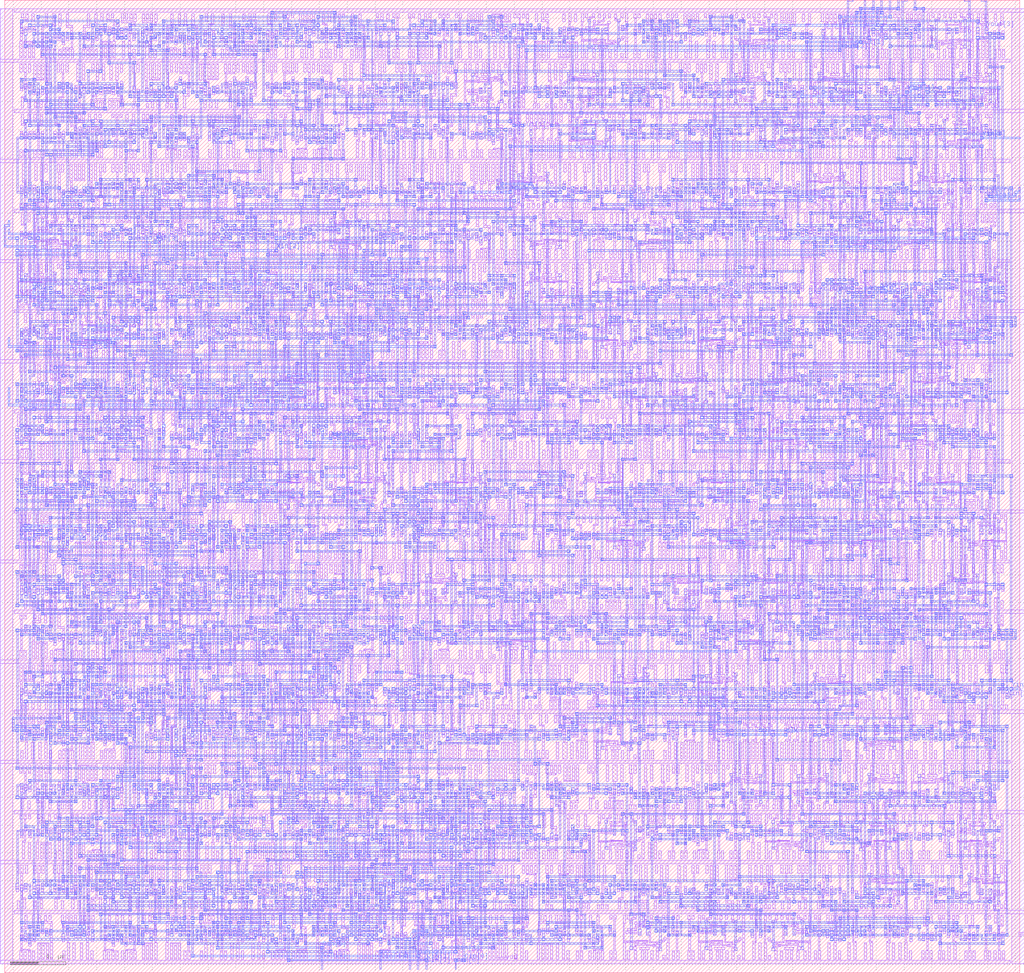
<source format=lef>
VERSION 5.7 ;
  NOWIREEXTENSIONATPIN ON ;
  DIVIDERCHAR "/" ;
  BUSBITCHARS "[]" ;
MACRO fir_pe
  CLASS BLOCK ;
  FOREIGN fir_pe ;
  ORIGIN 6.000 6.000 ;
  SIZE 729.000 BY 699.000 ;
  PIN gnd
    USE GROUND ;
    PORT
      LAYER metal1 ;
        RECT 0.600 684.300 726.300 686.700 ;
        RECT 717.300 614.700 726.300 684.300 ;
        RECT 0.600 612.300 726.300 614.700 ;
        RECT 717.300 542.700 726.300 612.300 ;
        RECT 0.600 540.300 726.300 542.700 ;
        RECT 717.300 470.700 726.300 540.300 ;
        RECT 0.600 468.300 726.300 470.700 ;
        RECT 717.300 398.700 726.300 468.300 ;
        RECT 0.600 396.300 726.300 398.700 ;
        RECT 717.300 326.700 726.300 396.300 ;
        RECT 0.600 324.300 726.300 326.700 ;
        RECT 717.300 254.700 726.300 324.300 ;
        RECT 0.600 252.300 726.300 254.700 ;
        RECT 717.300 182.700 726.300 252.300 ;
        RECT 0.600 180.300 726.300 182.700 ;
        RECT 717.300 110.700 726.300 180.300 ;
        RECT 0.600 108.300 726.300 110.700 ;
        RECT 717.300 38.700 726.300 108.300 ;
        RECT 0.600 36.300 726.300 38.700 ;
        RECT 717.300 0.300 726.300 36.300 ;
    END
  END gnd
  PIN vdd
    USE POWER ;
    PORT
      LAYER metal1 ;
        RECT -9.300 650.700 -0.300 686.700 ;
        RECT -9.300 648.300 716.400 650.700 ;
        RECT -9.300 578.700 -0.300 648.300 ;
        RECT -9.300 576.300 716.400 578.700 ;
        RECT -9.300 506.700 -0.300 576.300 ;
        RECT -9.300 504.300 716.400 506.700 ;
        RECT -9.300 434.700 -0.300 504.300 ;
        RECT -9.300 432.300 716.400 434.700 ;
        RECT -9.300 362.700 -0.300 432.300 ;
        RECT -9.300 360.300 716.400 362.700 ;
        RECT -9.300 290.700 -0.300 360.300 ;
        RECT -9.300 288.300 716.400 290.700 ;
        RECT -9.300 218.700 -0.300 288.300 ;
        RECT -9.300 216.300 716.400 218.700 ;
        RECT -9.300 146.700 -0.300 216.300 ;
        RECT -9.300 144.300 716.400 146.700 ;
        RECT -9.300 74.700 -0.300 144.300 ;
        RECT -9.300 72.300 716.400 74.700 ;
        RECT -9.300 2.700 -0.300 72.300 ;
        RECT -9.300 0.300 716.400 2.700 ;
    END
  END vdd
  PIN Cin[5]
    PORT
      LAYER metal1 ;
        RECT 214.950 207.450 217.050 208.050 ;
        RECT 212.550 206.550 217.050 207.450 ;
        RECT 212.550 195.450 213.450 206.550 ;
        RECT 214.950 205.950 217.050 206.550 ;
        RECT 214.950 195.450 217.050 196.050 ;
        RECT 212.550 194.550 217.050 195.450 ;
        RECT 214.950 193.950 217.050 194.550 ;
        RECT 145.950 28.950 148.050 31.050 ;
        RECT 146.550 19.050 147.450 28.950 ;
        RECT 145.950 16.950 148.050 19.050 ;
      LAYER metal2 ;
        RECT 208.950 451.950 211.050 454.050 ;
        RECT 209.400 448.050 210.450 451.950 ;
        RECT 217.950 448.950 220.050 451.050 ;
        RECT 218.400 448.050 219.450 448.950 ;
        RECT 208.950 445.950 211.050 448.050 ;
        RECT 217.950 445.950 220.050 448.050 ;
        RECT 209.400 399.450 210.450 445.950 ;
        RECT 209.400 398.400 213.450 399.450 ;
        RECT 208.950 376.950 211.050 379.050 ;
        RECT 209.400 376.050 210.450 376.950 ;
        RECT 212.400 376.050 213.450 398.400 ;
        RECT 208.950 373.950 211.050 376.050 ;
        RECT 211.950 373.950 214.050 376.050 ;
        RECT 238.950 373.950 241.050 376.050 ;
        RECT 239.400 244.050 240.450 373.950 ;
        RECT 229.950 241.950 232.050 244.050 ;
        RECT 238.950 241.950 241.050 244.050 ;
        RECT 230.400 214.050 231.450 241.950 ;
        RECT 214.950 211.950 217.050 214.050 ;
        RECT 229.950 211.950 232.050 214.050 ;
        RECT 215.400 208.050 216.450 211.950 ;
        RECT 214.950 205.950 217.050 208.050 ;
        RECT 214.950 193.950 217.050 196.050 ;
        RECT 215.400 183.450 216.450 193.950 ;
        RECT 215.400 182.400 219.450 183.450 ;
        RECT 218.400 163.050 219.450 182.400 ;
        RECT 211.950 160.950 214.050 163.050 ;
        RECT 217.950 160.950 220.050 163.050 ;
        RECT 220.950 160.950 223.050 163.050 ;
        RECT 221.400 130.050 222.450 160.950 ;
        RECT 220.950 127.950 223.050 130.050 ;
        RECT 199.950 124.950 202.050 127.050 ;
        RECT 200.400 108.450 201.450 124.950 ;
        RECT 200.400 107.400 204.450 108.450 ;
        RECT 203.400 103.050 204.450 107.400 ;
        RECT 190.950 100.950 193.050 103.050 ;
        RECT 202.950 100.950 205.050 103.050 ;
        RECT 191.400 67.050 192.450 100.950 ;
        RECT 145.950 64.950 148.050 67.050 ;
        RECT 190.950 64.950 193.050 67.050 ;
        RECT 146.400 31.050 147.450 64.950 ;
        RECT 145.950 28.950 148.050 31.050 ;
        RECT 145.950 16.950 148.050 19.050 ;
        RECT 146.400 13.050 147.450 16.950 ;
        RECT 145.950 10.950 148.050 13.050 ;
        RECT 220.950 10.950 223.050 13.050 ;
        RECT 221.400 -3.600 222.450 10.950 ;
      LAYER metal3 ;
        RECT 208.950 447.600 211.050 448.050 ;
        RECT 217.950 447.600 220.050 448.050 ;
        RECT 208.950 446.400 220.050 447.600 ;
        RECT 208.950 445.950 211.050 446.400 ;
        RECT 217.950 445.950 220.050 446.400 ;
        RECT 208.950 375.600 211.050 376.050 ;
        RECT 211.950 375.600 214.050 376.050 ;
        RECT 238.950 375.600 241.050 376.050 ;
        RECT 208.950 374.400 241.050 375.600 ;
        RECT 208.950 373.950 211.050 374.400 ;
        RECT 211.950 373.950 214.050 374.400 ;
        RECT 238.950 373.950 241.050 374.400 ;
        RECT 229.950 243.600 232.050 244.050 ;
        RECT 238.950 243.600 241.050 244.050 ;
        RECT 229.950 242.400 241.050 243.600 ;
        RECT 229.950 241.950 232.050 242.400 ;
        RECT 238.950 241.950 241.050 242.400 ;
        RECT 214.950 213.600 217.050 214.050 ;
        RECT 229.950 213.600 232.050 214.050 ;
        RECT 214.950 212.400 232.050 213.600 ;
        RECT 214.950 211.950 217.050 212.400 ;
        RECT 229.950 211.950 232.050 212.400 ;
        RECT 211.950 162.600 214.050 163.050 ;
        RECT 217.950 162.600 220.050 163.050 ;
        RECT 220.950 162.600 223.050 163.050 ;
        RECT 211.950 161.400 223.050 162.600 ;
        RECT 211.950 160.950 214.050 161.400 ;
        RECT 217.950 160.950 220.050 161.400 ;
        RECT 220.950 160.950 223.050 161.400 ;
        RECT 220.950 129.600 223.050 130.050 ;
        RECT 209.400 128.400 223.050 129.600 ;
        RECT 199.950 126.600 202.050 127.050 ;
        RECT 209.400 126.600 210.600 128.400 ;
        RECT 220.950 127.950 223.050 128.400 ;
        RECT 199.950 125.400 210.600 126.600 ;
        RECT 199.950 124.950 202.050 125.400 ;
        RECT 190.950 102.600 193.050 103.050 ;
        RECT 202.950 102.600 205.050 103.050 ;
        RECT 190.950 101.400 205.050 102.600 ;
        RECT 190.950 100.950 193.050 101.400 ;
        RECT 202.950 100.950 205.050 101.400 ;
        RECT 145.950 66.600 148.050 67.050 ;
        RECT 190.950 66.600 193.050 67.050 ;
        RECT 145.950 65.400 193.050 66.600 ;
        RECT 145.950 64.950 148.050 65.400 ;
        RECT 190.950 64.950 193.050 65.400 ;
        RECT 145.950 12.600 148.050 13.050 ;
        RECT 220.950 12.600 223.050 13.050 ;
        RECT 145.950 11.400 223.050 12.600 ;
        RECT 145.950 10.950 148.050 11.400 ;
        RECT 220.950 10.950 223.050 11.400 ;
    END
  END Cin[5]
  PIN Cin[4]
    PORT
      LAYER metal1 ;
        RECT 334.950 94.950 337.050 97.050 ;
        RECT 331.950 84.450 334.050 85.050 ;
        RECT 335.550 84.450 336.450 94.950 ;
        RECT 331.950 83.550 336.450 84.450 ;
        RECT 331.950 82.950 334.050 83.550 ;
      LAYER metal2 ;
        RECT 175.950 493.950 178.050 496.050 ;
        RECT 274.950 493.950 277.050 496.050 ;
        RECT 176.400 490.050 177.450 493.950 ;
        RECT 275.400 490.050 276.450 493.950 ;
        RECT 142.950 487.950 145.050 490.050 ;
        RECT 157.950 487.950 160.050 490.050 ;
        RECT 175.950 487.950 178.050 490.050 ;
        RECT 274.950 487.950 277.050 490.050 ;
        RECT 130.950 484.950 133.050 487.050 ;
        RECT 283.950 481.950 286.050 484.050 ;
        RECT 284.400 468.450 285.450 481.950 ;
        RECT 284.400 467.400 288.450 468.450 ;
        RECT 127.950 448.950 130.050 451.050 ;
        RECT 229.950 448.950 232.050 451.050 ;
        RECT 128.400 427.050 129.450 448.950 ;
        RECT 230.400 448.050 231.450 448.950 ;
        RECT 229.950 445.950 232.050 448.050 ;
        RECT 235.950 445.950 238.050 448.050 ;
        RECT 236.400 427.050 237.450 445.950 ;
        RECT 287.400 427.050 288.450 467.400 ;
        RECT 127.950 424.950 130.050 427.050 ;
        RECT 133.950 424.950 136.050 427.050 ;
        RECT 235.950 424.950 238.050 427.050 ;
        RECT 286.950 424.950 289.050 427.050 ;
        RECT 134.400 418.050 135.450 424.950 ;
        RECT 133.950 415.950 136.050 418.050 ;
        RECT 236.400 352.050 237.450 424.950 ;
        RECT 220.950 349.950 223.050 352.050 ;
        RECT 235.950 349.950 238.050 352.050 ;
        RECT 221.400 333.450 222.450 349.950 ;
        RECT 218.400 332.400 222.450 333.450 ;
        RECT 218.400 289.050 219.450 332.400 ;
        RECT 208.950 286.950 211.050 289.050 ;
        RECT 217.950 286.950 220.050 289.050 ;
        RECT 209.400 211.050 210.450 286.950 ;
        RECT 187.950 208.950 190.050 211.050 ;
        RECT 208.950 208.950 211.050 211.050 ;
        RECT 211.950 208.950 214.050 211.050 ;
        RECT 232.950 208.950 235.050 211.050 ;
        RECT 188.400 202.050 189.450 208.950 ;
        RECT 187.950 199.950 190.050 202.050 ;
        RECT 212.400 169.050 213.450 208.950 ;
        RECT 233.400 202.050 234.450 208.950 ;
        RECT 232.950 199.950 235.050 202.050 ;
        RECT 211.950 166.950 214.050 169.050 ;
        RECT 223.950 163.950 226.050 166.050 ;
        RECT 224.400 148.050 225.450 163.950 ;
        RECT 223.950 145.950 226.050 148.050 ;
        RECT 262.950 145.950 265.050 148.050 ;
        RECT 263.400 130.050 264.450 145.950 ;
        RECT 235.950 127.950 238.050 130.050 ;
        RECT 262.950 127.950 265.050 130.050 ;
        RECT 280.950 127.950 283.050 130.050 ;
        RECT 281.400 103.050 282.450 127.950 ;
        RECT 280.950 100.950 283.050 103.050 ;
        RECT 334.950 100.950 337.050 103.050 ;
        RECT 335.400 97.050 336.450 100.950 ;
        RECT 334.950 94.950 337.050 97.050 ;
        RECT 331.950 82.950 334.050 85.050 ;
        RECT 332.400 58.050 333.450 82.950 ;
        RECT 313.950 55.950 316.050 58.050 ;
        RECT 331.950 55.950 334.050 58.050 ;
        RECT 314.400 51.450 315.450 55.950 ;
        RECT 314.400 50.400 318.450 51.450 ;
        RECT 317.400 10.050 318.450 50.400 ;
        RECT 262.950 7.950 265.050 10.050 ;
        RECT 316.950 7.950 319.050 10.050 ;
        RECT 263.400 -3.600 264.450 7.950 ;
      LAYER metal3 ;
        RECT 175.950 495.600 178.050 496.050 ;
        RECT 274.950 495.600 277.050 496.050 ;
        RECT 175.950 494.400 277.050 495.600 ;
        RECT 175.950 493.950 178.050 494.400 ;
        RECT 274.950 493.950 277.050 494.400 ;
        RECT 142.950 489.600 145.050 490.050 ;
        RECT 157.950 489.600 160.050 490.050 ;
        RECT 175.950 489.600 178.050 490.050 ;
        RECT 134.400 488.400 178.050 489.600 ;
        RECT 130.950 486.600 133.050 487.050 ;
        RECT 134.400 486.600 135.600 488.400 ;
        RECT 142.950 487.950 145.050 488.400 ;
        RECT 157.950 487.950 160.050 488.400 ;
        RECT 175.950 487.950 178.050 488.400 ;
        RECT 274.950 487.950 277.050 490.050 ;
        RECT 130.950 485.400 135.600 486.600 ;
        RECT 275.400 486.600 276.600 487.950 ;
        RECT 275.400 485.400 285.600 486.600 ;
        RECT 130.950 484.950 133.050 485.400 ;
        RECT 284.400 484.050 285.600 485.400 ;
        RECT 283.950 481.950 286.050 484.050 ;
        RECT 229.950 447.600 232.050 448.050 ;
        RECT 235.950 447.600 238.050 448.050 ;
        RECT 229.950 446.400 238.050 447.600 ;
        RECT 229.950 445.950 232.050 446.400 ;
        RECT 235.950 445.950 238.050 446.400 ;
        RECT 127.950 426.600 130.050 427.050 ;
        RECT 133.950 426.600 136.050 427.050 ;
        RECT 235.950 426.600 238.050 427.050 ;
        RECT 286.950 426.600 289.050 427.050 ;
        RECT 127.950 425.400 289.050 426.600 ;
        RECT 127.950 424.950 130.050 425.400 ;
        RECT 133.950 424.950 136.050 425.400 ;
        RECT 235.950 424.950 238.050 425.400 ;
        RECT 286.950 424.950 289.050 425.400 ;
        RECT 220.950 351.600 223.050 352.050 ;
        RECT 235.950 351.600 238.050 352.050 ;
        RECT 220.950 350.400 238.050 351.600 ;
        RECT 220.950 349.950 223.050 350.400 ;
        RECT 235.950 349.950 238.050 350.400 ;
        RECT 208.950 288.600 211.050 289.050 ;
        RECT 217.950 288.600 220.050 289.050 ;
        RECT 208.950 287.400 220.050 288.600 ;
        RECT 208.950 286.950 211.050 287.400 ;
        RECT 217.950 286.950 220.050 287.400 ;
        RECT 187.950 210.600 190.050 211.050 ;
        RECT 208.950 210.600 211.050 211.050 ;
        RECT 211.950 210.600 214.050 211.050 ;
        RECT 232.950 210.600 235.050 211.050 ;
        RECT 187.950 209.400 235.050 210.600 ;
        RECT 187.950 208.950 190.050 209.400 ;
        RECT 208.950 208.950 211.050 209.400 ;
        RECT 211.950 208.950 214.050 209.400 ;
        RECT 232.950 208.950 235.050 209.400 ;
        RECT 211.950 166.950 214.050 169.050 ;
        RECT 212.400 165.600 213.600 166.950 ;
        RECT 223.950 165.600 226.050 166.050 ;
        RECT 212.400 164.400 226.050 165.600 ;
        RECT 223.950 163.950 226.050 164.400 ;
        RECT 223.950 147.600 226.050 148.050 ;
        RECT 262.950 147.600 265.050 148.050 ;
        RECT 223.950 146.400 265.050 147.600 ;
        RECT 223.950 145.950 226.050 146.400 ;
        RECT 262.950 145.950 265.050 146.400 ;
        RECT 235.950 129.600 238.050 130.050 ;
        RECT 262.950 129.600 265.050 130.050 ;
        RECT 280.950 129.600 283.050 130.050 ;
        RECT 235.950 128.400 283.050 129.600 ;
        RECT 235.950 127.950 238.050 128.400 ;
        RECT 262.950 127.950 265.050 128.400 ;
        RECT 280.950 127.950 283.050 128.400 ;
        RECT 280.950 102.600 283.050 103.050 ;
        RECT 334.950 102.600 337.050 103.050 ;
        RECT 280.950 101.400 337.050 102.600 ;
        RECT 280.950 100.950 283.050 101.400 ;
        RECT 334.950 100.950 337.050 101.400 ;
        RECT 313.950 57.600 316.050 58.050 ;
        RECT 331.950 57.600 334.050 58.050 ;
        RECT 313.950 56.400 334.050 57.600 ;
        RECT 313.950 55.950 316.050 56.400 ;
        RECT 331.950 55.950 334.050 56.400 ;
        RECT 262.950 9.600 265.050 10.050 ;
        RECT 316.950 9.600 319.050 10.050 ;
        RECT 262.950 8.400 319.050 9.600 ;
        RECT 262.950 7.950 265.050 8.400 ;
        RECT 316.950 7.950 319.050 8.400 ;
    END
  END Cin[4]
  PIN Cin[3]
    PORT
      LAYER metal1 ;
        RECT 256.950 495.450 259.050 496.050 ;
        RECT 265.950 495.450 268.050 496.050 ;
        RECT 256.950 494.550 268.050 495.450 ;
        RECT 256.950 493.950 259.050 494.550 ;
        RECT 265.950 493.950 268.050 494.550 ;
      LAYER metal2 ;
        RECT 268.950 505.950 271.050 508.050 ;
        RECT 295.950 505.950 298.050 508.050 ;
        RECT 256.950 502.950 259.050 505.050 ;
        RECT 169.950 499.950 172.050 502.050 ;
        RECT 170.400 496.050 171.450 499.950 ;
        RECT 257.400 496.050 258.450 502.950 ;
        RECT 124.950 493.950 127.050 496.050 ;
        RECT 169.950 493.950 172.050 496.050 ;
        RECT 256.950 493.950 259.050 496.050 ;
        RECT 265.950 495.450 268.050 496.050 ;
        RECT 269.400 495.450 270.450 505.950 ;
        RECT 265.950 494.400 270.450 495.450 ;
        RECT 265.950 493.950 268.050 494.400 ;
        RECT 125.400 487.050 126.450 493.950 ;
        RECT 170.400 490.050 171.450 493.950 ;
        RECT 296.400 490.050 297.450 505.950 ;
        RECT 169.950 487.950 172.050 490.050 ;
        RECT 283.950 487.950 286.050 490.050 ;
        RECT 295.950 487.950 298.050 490.050 ;
        RECT 124.950 484.950 127.050 487.050 ;
        RECT 304.950 481.950 307.050 484.050 ;
        RECT 305.400 471.450 306.450 481.950 ;
        RECT 302.400 470.400 306.450 471.450 ;
        RECT 196.950 448.950 199.050 451.050 ;
        RECT 197.400 424.050 198.450 448.950 ;
        RECT 302.400 445.050 303.450 470.400 ;
        RECT 241.950 442.950 244.050 445.050 ;
        RECT 301.950 442.950 304.050 445.050 ;
        RECT 242.400 424.050 243.450 442.950 ;
        RECT 196.950 421.950 199.050 424.050 ;
        RECT 241.950 421.950 244.050 424.050 ;
        RECT 121.950 415.950 124.050 418.050 ;
        RECT 142.950 415.950 145.050 418.050 ;
        RECT 143.400 391.050 144.450 415.950 ;
        RECT 197.400 400.050 198.450 421.950 ;
        RECT 163.950 397.950 166.050 400.050 ;
        RECT 196.950 397.950 199.050 400.050 ;
        RECT 164.400 391.050 165.450 397.950 ;
        RECT 142.950 388.950 145.050 391.050 ;
        RECT 163.950 388.950 166.050 391.050 ;
        RECT 164.400 346.050 165.450 388.950 ;
        RECT 148.950 343.950 151.050 346.050 ;
        RECT 163.950 343.950 166.050 346.050 ;
        RECT 187.950 343.950 190.050 346.050 ;
        RECT 188.400 334.050 189.450 343.950 ;
        RECT 172.950 331.950 175.050 334.050 ;
        RECT 187.950 331.950 190.050 334.050 ;
        RECT 173.400 313.050 174.450 331.950 ;
        RECT 172.950 310.950 175.050 313.050 ;
        RECT 193.950 301.950 196.050 304.050 ;
        RECT 194.400 277.050 195.450 301.950 ;
        RECT 193.950 274.950 196.050 277.050 ;
        RECT 256.950 274.950 259.050 277.050 ;
        RECT 257.400 271.050 258.450 274.950 ;
        RECT 256.950 268.950 259.050 271.050 ;
        RECT 268.950 268.950 271.050 271.050 ;
        RECT 269.400 264.450 270.450 268.950 ;
        RECT 269.400 263.400 273.450 264.450 ;
        RECT 272.400 241.050 273.450 263.400 ;
        RECT 271.950 238.950 274.050 241.050 ;
        RECT 274.950 232.950 277.050 235.050 ;
        RECT 275.400 211.050 276.450 232.950 ;
        RECT 259.950 208.950 262.050 211.050 ;
        RECT 274.950 208.950 277.050 211.050 ;
        RECT 277.950 208.950 280.050 211.050 ;
        RECT 260.400 202.050 261.450 208.950 ;
        RECT 124.950 199.950 127.050 202.050 ;
        RECT 259.950 199.950 262.050 202.050 ;
        RECT 124.950 193.950 127.050 196.050 ;
        RECT 125.400 175.050 126.450 193.950 ;
        RECT 278.400 184.050 279.450 208.950 ;
        RECT 277.950 181.950 280.050 184.050 ;
        RECT 301.950 181.950 304.050 184.050 ;
        RECT 124.950 172.950 127.050 175.050 ;
        RECT 133.950 172.950 136.050 175.050 ;
        RECT 134.400 160.050 135.450 172.950 ;
        RECT 196.950 160.950 199.050 163.050 ;
        RECT 197.400 160.050 198.450 160.950 ;
        RECT 133.950 157.950 136.050 160.050 ;
        RECT 196.950 157.950 199.050 160.050 ;
        RECT 208.950 157.950 211.050 160.050 ;
        RECT 209.400 136.050 210.450 157.950 ;
        RECT 302.400 154.050 303.450 181.950 ;
        RECT 244.950 151.950 247.050 154.050 ;
        RECT 283.950 151.950 286.050 154.050 ;
        RECT 301.950 151.950 304.050 154.050 ;
        RECT 245.400 136.050 246.450 151.950 ;
        RECT 208.950 133.950 211.050 136.050 ;
        RECT 217.950 133.950 220.050 136.050 ;
        RECT 244.950 133.950 247.050 136.050 ;
        RECT 218.400 100.050 219.450 133.950 ;
        RECT 284.400 130.050 285.450 151.950 ;
        RECT 283.950 127.950 286.050 130.050 ;
        RECT 217.950 97.950 220.050 100.050 ;
        RECT 226.950 97.950 229.050 100.050 ;
        RECT 227.400 82.050 228.450 97.950 ;
        RECT 226.950 79.950 229.050 82.050 ;
        RECT 247.950 79.950 250.050 82.050 ;
        RECT 248.400 61.050 249.450 79.950 ;
        RECT 247.950 58.950 250.050 61.050 ;
        RECT 271.950 49.950 274.050 52.050 ;
        RECT 272.400 19.050 273.450 49.950 ;
        RECT 271.950 16.950 274.050 19.050 ;
        RECT 283.950 16.950 286.050 19.050 ;
        RECT 284.400 -3.600 285.450 16.950 ;
      LAYER metal3 ;
        RECT 268.950 507.600 271.050 508.050 ;
        RECT 295.950 507.600 298.050 508.050 ;
        RECT 268.950 506.400 298.050 507.600 ;
        RECT 268.950 505.950 271.050 506.400 ;
        RECT 295.950 505.950 298.050 506.400 ;
        RECT 256.950 504.600 259.050 505.050 ;
        RECT 209.400 503.400 259.050 504.600 ;
        RECT 169.950 501.600 172.050 502.050 ;
        RECT 209.400 501.600 210.600 503.400 ;
        RECT 256.950 502.950 259.050 503.400 ;
        RECT 169.950 500.400 210.600 501.600 ;
        RECT 169.950 499.950 172.050 500.400 ;
        RECT 124.950 495.600 127.050 496.050 ;
        RECT 169.950 495.600 172.050 496.050 ;
        RECT 124.950 494.400 172.050 495.600 ;
        RECT 124.950 493.950 127.050 494.400 ;
        RECT 169.950 493.950 172.050 494.400 ;
        RECT 283.950 489.600 286.050 490.050 ;
        RECT 295.950 489.600 298.050 490.050 ;
        RECT 283.950 488.400 298.050 489.600 ;
        RECT 283.950 487.950 286.050 488.400 ;
        RECT 287.400 486.600 288.600 488.400 ;
        RECT 295.950 487.950 298.050 488.400 ;
        RECT 287.400 485.400 306.600 486.600 ;
        RECT 305.400 484.050 306.600 485.400 ;
        RECT 304.950 481.950 307.050 484.050 ;
        RECT 241.950 444.600 244.050 445.050 ;
        RECT 301.950 444.600 304.050 445.050 ;
        RECT 241.950 443.400 304.050 444.600 ;
        RECT 241.950 442.950 244.050 443.400 ;
        RECT 301.950 442.950 304.050 443.400 ;
        RECT 196.950 423.600 199.050 424.050 ;
        RECT 241.950 423.600 244.050 424.050 ;
        RECT 196.950 422.400 244.050 423.600 ;
        RECT 196.950 421.950 199.050 422.400 ;
        RECT 241.950 421.950 244.050 422.400 ;
        RECT 121.950 417.600 124.050 418.050 ;
        RECT 142.950 417.600 145.050 418.050 ;
        RECT 121.950 416.400 145.050 417.600 ;
        RECT 121.950 415.950 124.050 416.400 ;
        RECT 142.950 415.950 145.050 416.400 ;
        RECT 163.950 399.600 166.050 400.050 ;
        RECT 196.950 399.600 199.050 400.050 ;
        RECT 163.950 398.400 199.050 399.600 ;
        RECT 163.950 397.950 166.050 398.400 ;
        RECT 196.950 397.950 199.050 398.400 ;
        RECT 142.950 390.600 145.050 391.050 ;
        RECT 163.950 390.600 166.050 391.050 ;
        RECT 142.950 389.400 166.050 390.600 ;
        RECT 142.950 388.950 145.050 389.400 ;
        RECT 163.950 388.950 166.050 389.400 ;
        RECT 148.950 345.600 151.050 346.050 ;
        RECT 163.950 345.600 166.050 346.050 ;
        RECT 187.950 345.600 190.050 346.050 ;
        RECT 148.950 344.400 190.050 345.600 ;
        RECT 148.950 343.950 151.050 344.400 ;
        RECT 163.950 343.950 166.050 344.400 ;
        RECT 187.950 343.950 190.050 344.400 ;
        RECT 172.950 333.600 175.050 334.050 ;
        RECT 187.950 333.600 190.050 334.050 ;
        RECT 172.950 332.400 190.050 333.600 ;
        RECT 172.950 331.950 175.050 332.400 ;
        RECT 187.950 331.950 190.050 332.400 ;
        RECT 172.950 312.600 175.050 313.050 ;
        RECT 167.400 311.400 175.050 312.600 ;
        RECT 167.400 303.600 168.600 311.400 ;
        RECT 172.950 310.950 175.050 311.400 ;
        RECT 193.950 303.600 196.050 304.050 ;
        RECT 167.400 302.400 196.050 303.600 ;
        RECT 193.950 301.950 196.050 302.400 ;
        RECT 193.950 276.600 196.050 277.050 ;
        RECT 256.950 276.600 259.050 277.050 ;
        RECT 193.950 275.400 259.050 276.600 ;
        RECT 193.950 274.950 196.050 275.400 ;
        RECT 256.950 274.950 259.050 275.400 ;
        RECT 256.950 270.600 259.050 271.050 ;
        RECT 268.950 270.600 271.050 271.050 ;
        RECT 256.950 269.400 271.050 270.600 ;
        RECT 256.950 268.950 259.050 269.400 ;
        RECT 268.950 268.950 271.050 269.400 ;
        RECT 271.950 238.950 274.050 241.050 ;
        RECT 272.400 234.600 273.600 238.950 ;
        RECT 274.950 234.600 277.050 235.050 ;
        RECT 272.400 233.400 277.050 234.600 ;
        RECT 274.950 232.950 277.050 233.400 ;
        RECT 259.950 210.600 262.050 211.050 ;
        RECT 274.950 210.600 277.050 211.050 ;
        RECT 277.950 210.600 280.050 211.050 ;
        RECT 259.950 209.400 280.050 210.600 ;
        RECT 259.950 208.950 262.050 209.400 ;
        RECT 274.950 208.950 277.050 209.400 ;
        RECT 277.950 208.950 280.050 209.400 ;
        RECT 124.950 199.950 127.050 202.050 ;
        RECT 125.400 196.050 126.600 199.950 ;
        RECT 124.950 193.950 127.050 196.050 ;
        RECT 277.950 183.600 280.050 184.050 ;
        RECT 301.950 183.600 304.050 184.050 ;
        RECT 277.950 182.400 304.050 183.600 ;
        RECT 277.950 181.950 280.050 182.400 ;
        RECT 301.950 181.950 304.050 182.400 ;
        RECT 124.950 174.600 127.050 175.050 ;
        RECT 133.950 174.600 136.050 175.050 ;
        RECT 124.950 173.400 136.050 174.600 ;
        RECT 124.950 172.950 127.050 173.400 ;
        RECT 133.950 172.950 136.050 173.400 ;
        RECT 133.950 159.600 136.050 160.050 ;
        RECT 196.950 159.600 199.050 160.050 ;
        RECT 208.950 159.600 211.050 160.050 ;
        RECT 133.950 158.400 211.050 159.600 ;
        RECT 133.950 157.950 136.050 158.400 ;
        RECT 196.950 157.950 199.050 158.400 ;
        RECT 208.950 157.950 211.050 158.400 ;
        RECT 244.950 153.600 247.050 154.050 ;
        RECT 283.950 153.600 286.050 154.050 ;
        RECT 301.950 153.600 304.050 154.050 ;
        RECT 244.950 152.400 304.050 153.600 ;
        RECT 244.950 151.950 247.050 152.400 ;
        RECT 283.950 151.950 286.050 152.400 ;
        RECT 301.950 151.950 304.050 152.400 ;
        RECT 224.400 137.400 240.600 138.600 ;
        RECT 208.950 135.600 211.050 136.050 ;
        RECT 217.950 135.600 220.050 136.050 ;
        RECT 224.400 135.600 225.600 137.400 ;
        RECT 208.950 134.400 225.600 135.600 ;
        RECT 239.400 135.600 240.600 137.400 ;
        RECT 244.950 135.600 247.050 136.050 ;
        RECT 239.400 134.400 247.050 135.600 ;
        RECT 208.950 133.950 211.050 134.400 ;
        RECT 217.950 133.950 220.050 134.400 ;
        RECT 244.950 133.950 247.050 134.400 ;
        RECT 217.950 99.600 220.050 100.050 ;
        RECT 226.950 99.600 229.050 100.050 ;
        RECT 217.950 98.400 229.050 99.600 ;
        RECT 217.950 97.950 220.050 98.400 ;
        RECT 226.950 97.950 229.050 98.400 ;
        RECT 226.950 81.600 229.050 82.050 ;
        RECT 247.950 81.600 250.050 82.050 ;
        RECT 226.950 80.400 250.050 81.600 ;
        RECT 226.950 79.950 229.050 80.400 ;
        RECT 247.950 79.950 250.050 80.400 ;
        RECT 247.950 60.600 250.050 61.050 ;
        RECT 247.950 59.400 270.600 60.600 ;
        RECT 247.950 58.950 250.050 59.400 ;
        RECT 269.400 57.600 270.600 59.400 ;
        RECT 269.400 56.400 273.600 57.600 ;
        RECT 272.400 52.050 273.600 56.400 ;
        RECT 271.950 49.950 274.050 52.050 ;
        RECT 271.950 18.600 274.050 19.050 ;
        RECT 283.950 18.600 286.050 19.050 ;
        RECT 271.950 17.400 286.050 18.600 ;
        RECT 271.950 16.950 274.050 17.400 ;
        RECT 283.950 16.950 286.050 17.400 ;
    END
  END Cin[3]
  PIN Cin[2]
    PORT
      LAYER metal2 ;
        RECT 49.950 490.950 52.050 493.050 ;
        RECT 58.950 490.950 61.050 493.050 ;
        RECT 118.950 490.950 121.050 493.050 ;
        RECT 50.400 487.050 51.450 490.950 ;
        RECT 59.400 490.050 60.450 490.950 ;
        RECT 58.950 487.950 61.050 490.050 ;
        RECT 49.950 484.950 52.050 487.050 ;
        RECT 119.400 481.050 120.450 490.950 ;
        RECT 109.950 478.950 112.050 481.050 ;
        RECT 118.950 478.950 121.050 481.050 ;
        RECT 110.400 427.050 111.450 478.950 ;
        RECT 91.950 424.950 94.050 427.050 ;
        RECT 109.950 424.950 112.050 427.050 ;
        RECT 92.400 418.050 93.450 424.950 ;
        RECT 91.950 415.950 94.050 418.050 ;
        RECT 110.400 417.450 111.450 424.950 ;
        RECT 107.400 416.400 111.450 417.450 ;
        RECT 107.400 388.050 108.450 416.400 ;
        RECT 106.950 385.950 109.050 388.050 ;
        RECT 103.950 376.950 106.050 379.050 ;
        RECT 104.400 354.450 105.450 376.950 ;
        RECT 101.400 353.400 105.450 354.450 ;
        RECT 101.400 343.050 102.450 353.400 ;
        RECT 100.950 340.950 103.050 343.050 ;
        RECT 100.950 331.950 103.050 334.050 ;
        RECT 101.400 289.050 102.450 331.950 ;
        RECT 100.950 286.950 103.050 289.050 ;
        RECT 115.950 286.950 118.050 289.050 ;
        RECT 116.400 267.450 117.450 286.950 ;
        RECT 116.400 266.400 120.450 267.450 ;
        RECT 119.400 241.050 120.450 266.400 ;
        RECT 118.950 238.950 121.050 241.050 ;
        RECT 106.950 235.950 109.050 238.050 ;
        RECT 107.400 208.050 108.450 235.950 ;
        RECT 58.950 205.950 61.050 208.050 ;
        RECT 106.950 205.950 109.050 208.050 ;
        RECT 59.400 202.050 60.450 205.950 ;
        RECT 49.950 199.950 52.050 202.050 ;
        RECT 58.950 199.950 61.050 202.050 ;
        RECT 55.950 193.950 58.050 196.050 ;
        RECT 56.400 178.050 57.450 193.950 ;
        RECT 55.950 175.950 58.050 178.050 ;
        RECT 88.950 175.950 91.050 178.050 ;
        RECT 89.400 127.050 90.450 175.950 ;
        RECT 88.950 124.950 91.050 127.050 ;
        RECT 94.950 118.950 97.050 121.050 ;
        RECT 95.400 97.050 96.450 118.950 ;
        RECT 94.950 94.950 97.050 97.050 ;
        RECT 40.950 85.950 43.050 88.050 ;
        RECT 76.950 85.950 79.050 88.050 ;
        RECT 41.400 58.050 42.450 85.950 ;
        RECT 77.400 76.050 78.450 85.950 ;
        RECT 76.950 73.950 79.050 76.050 ;
        RECT 91.950 73.950 94.050 76.050 ;
        RECT 160.950 73.950 163.050 76.050 ;
        RECT 40.950 55.950 43.050 58.050 ;
        RECT 92.400 31.050 93.450 73.950 ;
        RECT 161.400 58.050 162.450 73.950 ;
        RECT 160.950 55.950 163.050 58.050 ;
        RECT 289.950 55.950 292.050 58.050 ;
        RECT 298.950 55.950 301.050 58.050 ;
        RECT 91.950 28.950 94.050 31.050 ;
        RECT 127.950 28.950 130.050 31.050 ;
        RECT 128.400 7.050 129.450 28.950 ;
        RECT 280.950 16.950 283.050 19.050 ;
        RECT 281.400 7.050 282.450 16.950 ;
        RECT 290.400 7.050 291.450 55.950 ;
        RECT 127.950 4.950 130.050 7.050 ;
        RECT 280.950 4.950 283.050 7.050 ;
        RECT 289.950 4.950 292.050 7.050 ;
        RECT 290.400 -3.600 291.450 4.950 ;
      LAYER metal3 ;
        RECT 49.950 492.600 52.050 493.050 ;
        RECT 58.950 492.600 61.050 493.050 ;
        RECT 118.950 492.600 121.050 493.050 ;
        RECT 49.950 491.400 121.050 492.600 ;
        RECT 49.950 490.950 52.050 491.400 ;
        RECT 58.950 490.950 61.050 491.400 ;
        RECT 118.950 490.950 121.050 491.400 ;
        RECT 109.950 480.600 112.050 481.050 ;
        RECT 118.950 480.600 121.050 481.050 ;
        RECT 109.950 479.400 121.050 480.600 ;
        RECT 109.950 478.950 112.050 479.400 ;
        RECT 118.950 478.950 121.050 479.400 ;
        RECT 91.950 426.600 94.050 427.050 ;
        RECT 109.950 426.600 112.050 427.050 ;
        RECT 91.950 425.400 112.050 426.600 ;
        RECT 91.950 424.950 94.050 425.400 ;
        RECT 109.950 424.950 112.050 425.400 ;
        RECT 106.950 385.950 109.050 388.050 ;
        RECT 103.950 378.600 106.050 379.050 ;
        RECT 107.400 378.600 108.600 385.950 ;
        RECT 103.950 377.400 108.600 378.600 ;
        RECT 103.950 376.950 106.050 377.400 ;
        RECT 100.950 340.950 103.050 343.050 ;
        RECT 101.400 334.050 102.600 340.950 ;
        RECT 100.950 331.950 103.050 334.050 ;
        RECT 100.950 288.600 103.050 289.050 ;
        RECT 115.950 288.600 118.050 289.050 ;
        RECT 100.950 287.400 118.050 288.600 ;
        RECT 100.950 286.950 103.050 287.400 ;
        RECT 115.950 286.950 118.050 287.400 ;
        RECT 118.950 240.600 121.050 241.050 ;
        RECT 116.400 239.400 121.050 240.600 ;
        RECT 106.950 237.600 109.050 238.050 ;
        RECT 116.400 237.600 117.600 239.400 ;
        RECT 118.950 238.950 121.050 239.400 ;
        RECT 106.950 236.400 117.600 237.600 ;
        RECT 106.950 235.950 109.050 236.400 ;
        RECT 58.950 207.600 61.050 208.050 ;
        RECT 106.950 207.600 109.050 208.050 ;
        RECT 50.400 206.400 109.050 207.600 ;
        RECT 50.400 202.050 51.600 206.400 ;
        RECT 58.950 205.950 61.050 206.400 ;
        RECT 106.950 205.950 109.050 206.400 ;
        RECT 49.950 199.950 52.050 202.050 ;
        RECT 58.950 201.600 61.050 202.050 ;
        RECT 56.400 200.400 61.050 201.600 ;
        RECT 56.400 196.050 57.600 200.400 ;
        RECT 58.950 199.950 61.050 200.400 ;
        RECT 55.950 193.950 58.050 196.050 ;
        RECT 55.950 177.600 58.050 178.050 ;
        RECT 88.950 177.600 91.050 178.050 ;
        RECT 55.950 176.400 91.050 177.600 ;
        RECT 55.950 175.950 58.050 176.400 ;
        RECT 88.950 175.950 91.050 176.400 ;
        RECT 88.950 126.600 91.050 127.050 ;
        RECT 88.950 125.400 96.600 126.600 ;
        RECT 88.950 124.950 91.050 125.400 ;
        RECT 95.400 121.050 96.600 125.400 ;
        RECT 94.950 118.950 97.050 121.050 ;
        RECT 94.950 96.600 97.050 97.050 ;
        RECT 89.400 95.400 97.050 96.600 ;
        RECT 89.400 93.600 90.600 95.400 ;
        RECT 94.950 94.950 97.050 95.400 ;
        RECT 77.400 92.400 90.600 93.600 ;
        RECT 77.400 88.050 78.600 92.400 ;
        RECT 40.950 87.600 43.050 88.050 ;
        RECT 76.950 87.600 79.050 88.050 ;
        RECT 40.950 86.400 79.050 87.600 ;
        RECT 40.950 85.950 43.050 86.400 ;
        RECT 76.950 85.950 79.050 86.400 ;
        RECT 76.950 75.600 79.050 76.050 ;
        RECT 91.950 75.600 94.050 76.050 ;
        RECT 160.950 75.600 163.050 76.050 ;
        RECT 76.950 74.400 163.050 75.600 ;
        RECT 76.950 73.950 79.050 74.400 ;
        RECT 91.950 73.950 94.050 74.400 ;
        RECT 160.950 73.950 163.050 74.400 ;
        RECT 289.950 57.600 292.050 58.050 ;
        RECT 298.950 57.600 301.050 58.050 ;
        RECT 289.950 56.400 301.050 57.600 ;
        RECT 289.950 55.950 292.050 56.400 ;
        RECT 298.950 55.950 301.050 56.400 ;
        RECT 91.950 30.600 94.050 31.050 ;
        RECT 127.950 30.600 130.050 31.050 ;
        RECT 91.950 29.400 130.050 30.600 ;
        RECT 91.950 28.950 94.050 29.400 ;
        RECT 127.950 28.950 130.050 29.400 ;
        RECT 127.950 6.600 130.050 7.050 ;
        RECT 280.950 6.600 283.050 7.050 ;
        RECT 289.950 6.600 292.050 7.050 ;
        RECT 127.950 5.400 292.050 6.600 ;
        RECT 127.950 4.950 130.050 5.400 ;
        RECT 280.950 4.950 283.050 5.400 ;
        RECT 289.950 4.950 292.050 5.400 ;
    END
  END Cin[2]
  PIN Cin[1]
    PORT
      LAYER metal2 ;
        RECT 10.950 313.950 13.050 316.050 ;
        RECT 11.400 313.050 12.450 313.950 ;
        RECT 10.950 310.950 13.050 313.050 ;
        RECT 46.950 307.950 49.050 310.050 ;
        RECT 47.400 286.050 48.450 307.950 ;
        RECT 46.950 283.950 49.050 286.050 ;
        RECT 91.950 283.950 94.050 286.050 ;
        RECT 92.400 268.050 93.450 283.950 ;
        RECT 91.950 265.950 94.050 268.050 ;
        RECT 103.950 265.950 106.050 268.050 ;
        RECT 104.400 243.450 105.450 265.950 ;
        RECT 101.400 242.400 105.450 243.450 ;
        RECT 101.400 168.450 102.450 242.400 ;
        RECT 101.400 167.400 105.450 168.450 ;
        RECT 104.400 133.050 105.450 167.400 ;
        RECT 61.950 130.950 64.050 133.050 ;
        RECT 103.950 130.950 106.050 133.050 ;
        RECT 62.400 106.050 63.450 130.950 ;
        RECT 61.950 103.950 64.050 106.050 ;
        RECT 91.950 103.950 94.050 106.050 ;
        RECT 92.400 100.050 93.450 103.950 ;
        RECT 91.950 97.950 94.050 100.050 ;
        RECT 124.950 97.950 127.050 100.050 ;
        RECT 92.400 97.050 93.450 97.950 ;
        RECT 91.950 94.950 94.050 97.050 ;
        RECT 125.400 60.450 126.450 97.950 ;
        RECT 122.400 59.400 126.450 60.450 ;
        RECT 122.400 52.050 123.450 59.400 ;
        RECT 121.950 49.950 124.050 52.050 ;
        RECT 148.950 46.950 151.050 49.050 ;
        RECT 149.400 28.050 150.450 46.950 ;
        RECT 148.950 25.950 151.050 28.050 ;
        RECT 196.950 25.950 199.050 28.050 ;
        RECT 197.400 4.050 198.450 25.950 ;
        RECT 286.950 22.950 289.050 25.050 ;
        RECT 295.950 22.950 298.050 25.050 ;
        RECT 296.400 4.050 297.450 22.950 ;
        RECT 196.950 1.950 199.050 4.050 ;
        RECT 295.950 1.950 298.050 4.050 ;
        RECT 296.400 -3.600 297.450 1.950 ;
      LAYER metal3 ;
        RECT 10.950 315.600 13.050 316.050 ;
        RECT 10.950 314.400 48.600 315.600 ;
        RECT 10.950 313.950 13.050 314.400 ;
        RECT 47.400 310.050 48.600 314.400 ;
        RECT 46.950 307.950 49.050 310.050 ;
        RECT 46.950 285.600 49.050 286.050 ;
        RECT 91.950 285.600 94.050 286.050 ;
        RECT 46.950 284.400 94.050 285.600 ;
        RECT 46.950 283.950 49.050 284.400 ;
        RECT 91.950 283.950 94.050 284.400 ;
        RECT 91.950 267.600 94.050 268.050 ;
        RECT 103.950 267.600 106.050 268.050 ;
        RECT 91.950 266.400 106.050 267.600 ;
        RECT 91.950 265.950 94.050 266.400 ;
        RECT 103.950 265.950 106.050 266.400 ;
        RECT 61.950 132.600 64.050 133.050 ;
        RECT 103.950 132.600 106.050 133.050 ;
        RECT 61.950 131.400 106.050 132.600 ;
        RECT 61.950 130.950 64.050 131.400 ;
        RECT 103.950 130.950 106.050 131.400 ;
        RECT 61.950 105.600 64.050 106.050 ;
        RECT 91.950 105.600 94.050 106.050 ;
        RECT 61.950 104.400 94.050 105.600 ;
        RECT 61.950 103.950 64.050 104.400 ;
        RECT 91.950 103.950 94.050 104.400 ;
        RECT 91.950 99.600 94.050 100.050 ;
        RECT 124.950 99.600 127.050 100.050 ;
        RECT 91.950 98.400 127.050 99.600 ;
        RECT 91.950 97.950 94.050 98.400 ;
        RECT 124.950 97.950 127.050 98.400 ;
        RECT 121.950 51.600 124.050 52.050 ;
        RECT 121.950 50.400 144.600 51.600 ;
        RECT 121.950 49.950 124.050 50.400 ;
        RECT 143.400 48.600 144.600 50.400 ;
        RECT 148.950 48.600 151.050 49.050 ;
        RECT 143.400 47.400 151.050 48.600 ;
        RECT 148.950 46.950 151.050 47.400 ;
        RECT 148.950 27.600 151.050 28.050 ;
        RECT 196.950 27.600 199.050 28.050 ;
        RECT 148.950 26.400 199.050 27.600 ;
        RECT 148.950 25.950 151.050 26.400 ;
        RECT 196.950 25.950 199.050 26.400 ;
        RECT 286.950 24.600 289.050 25.050 ;
        RECT 295.950 24.600 298.050 25.050 ;
        RECT 286.950 23.400 298.050 24.600 ;
        RECT 286.950 22.950 289.050 23.400 ;
        RECT 295.950 22.950 298.050 23.400 ;
        RECT 196.950 3.600 199.050 4.050 ;
        RECT 295.950 3.600 298.050 4.050 ;
        RECT 196.950 2.400 298.050 3.600 ;
        RECT 196.950 1.950 199.050 2.400 ;
        RECT 295.950 1.950 298.050 2.400 ;
    END
  END Cin[1]
  PIN Cin[0]
    PORT
      LAYER metal1 ;
        RECT 313.950 58.950 316.050 61.050 ;
        RECT 314.550 49.050 315.450 58.950 ;
        RECT 313.950 46.950 316.050 49.050 ;
      LAYER metal2 ;
        RECT 76.950 240.450 79.050 241.050 ;
        RECT 76.950 239.400 81.450 240.450 ;
        RECT 76.950 238.950 79.050 239.400 ;
        RECT 80.400 234.450 81.450 239.400 ;
        RECT 77.400 233.400 81.450 234.450 ;
        RECT 77.400 199.050 78.450 233.400 ;
        RECT 76.950 196.950 79.050 199.050 ;
        RECT 73.950 190.950 76.050 193.050 ;
        RECT 74.400 160.050 75.450 190.950 ;
        RECT 73.950 157.950 76.050 160.050 ;
        RECT 79.950 157.950 82.050 160.050 ;
        RECT 70.950 121.950 73.050 124.050 ;
        RECT 71.400 112.050 72.450 121.950 ;
        RECT 80.400 112.050 81.450 157.950 ;
        RECT 70.950 109.950 73.050 112.050 ;
        RECT 79.950 109.950 82.050 112.050 ;
        RECT 82.950 109.950 85.050 112.050 ;
        RECT 115.950 109.950 118.050 112.050 ;
        RECT 83.400 85.050 84.450 109.950 ;
        RECT 116.400 99.450 117.450 109.950 ;
        RECT 116.400 98.400 120.450 99.450 ;
        RECT 119.400 97.050 120.450 98.400 ;
        RECT 118.950 94.950 121.050 97.050 ;
        RECT 82.950 82.950 85.050 85.050 ;
        RECT 313.950 82.950 316.050 85.050 ;
        RECT 314.400 61.050 315.450 82.950 ;
        RECT 313.950 58.950 316.050 61.050 ;
        RECT 313.950 46.950 316.050 49.050 ;
        RECT 314.400 31.050 315.450 46.950 ;
        RECT 313.950 28.950 316.050 31.050 ;
        RECT 322.950 28.950 325.050 31.050 ;
        RECT 314.400 25.050 315.450 28.950 ;
        RECT 313.950 22.950 316.050 25.050 ;
        RECT 323.400 4.050 324.450 28.950 ;
        RECT 316.950 1.950 319.050 4.050 ;
        RECT 322.950 1.950 325.050 4.050 ;
        RECT 317.400 -3.600 318.450 1.950 ;
      LAYER metal3 ;
        RECT 76.950 196.950 79.050 199.050 ;
        RECT 73.950 192.600 76.050 193.050 ;
        RECT 77.400 192.600 78.600 196.950 ;
        RECT 73.950 191.400 78.600 192.600 ;
        RECT 73.950 190.950 76.050 191.400 ;
        RECT 73.950 159.600 76.050 160.050 ;
        RECT 79.950 159.600 82.050 160.050 ;
        RECT 73.950 158.400 82.050 159.600 ;
        RECT 73.950 157.950 76.050 158.400 ;
        RECT 79.950 157.950 82.050 158.400 ;
        RECT 70.950 111.600 73.050 112.050 ;
        RECT 79.950 111.600 82.050 112.050 ;
        RECT 82.950 111.600 85.050 112.050 ;
        RECT 115.950 111.600 118.050 112.050 ;
        RECT 70.950 110.400 118.050 111.600 ;
        RECT 70.950 109.950 73.050 110.400 ;
        RECT 79.950 109.950 82.050 110.400 ;
        RECT 82.950 109.950 85.050 110.400 ;
        RECT 115.950 109.950 118.050 110.400 ;
        RECT 82.950 84.600 85.050 85.050 ;
        RECT 313.950 84.600 316.050 85.050 ;
        RECT 82.950 83.400 316.050 84.600 ;
        RECT 82.950 82.950 85.050 83.400 ;
        RECT 313.950 82.950 316.050 83.400 ;
        RECT 313.950 30.600 316.050 31.050 ;
        RECT 322.950 30.600 325.050 31.050 ;
        RECT 313.950 29.400 325.050 30.600 ;
        RECT 313.950 28.950 316.050 29.400 ;
        RECT 322.950 28.950 325.050 29.400 ;
        RECT 316.950 3.600 319.050 4.050 ;
        RECT 322.950 3.600 325.050 4.050 ;
        RECT 316.950 2.400 325.050 3.600 ;
        RECT 316.950 1.950 319.050 2.400 ;
        RECT 322.950 1.950 325.050 2.400 ;
    END
  END Cin[0]
  PIN Rdy
    PORT
      LAYER metal2 ;
        RECT 13.950 514.950 16.050 517.050 ;
        RECT 14.400 490.050 15.450 514.950 ;
        RECT 13.950 487.950 16.050 490.050 ;
        RECT 13.950 481.950 16.050 484.050 ;
      LAYER metal3 ;
        RECT -3.600 531.600 -2.400 534.600 ;
        RECT -6.600 530.400 -2.400 531.600 ;
        RECT -6.600 516.600 -5.400 530.400 ;
        RECT 13.950 516.600 16.050 517.050 ;
        RECT -6.600 515.400 16.050 516.600 ;
        RECT 13.950 514.950 16.050 515.400 ;
        RECT 13.950 487.950 16.050 490.050 ;
        RECT 14.400 484.050 15.600 487.950 ;
        RECT 13.950 481.950 16.050 484.050 ;
    END
  END Rdy
  PIN Vld
    PORT
      LAYER metal2 ;
        RECT 611.400 673.050 612.450 693.450 ;
        RECT 610.950 670.950 613.050 673.050 ;
    END
  END Vld
  PIN Xin[3]
    PORT
      LAYER metal2 ;
        RECT 55.950 523.950 58.050 526.050 ;
        RECT 56.400 520.050 57.450 523.950 ;
        RECT 61.950 520.950 64.050 523.050 ;
        RECT 100.950 520.950 103.050 523.050 ;
        RECT 62.400 520.050 63.450 520.950 ;
        RECT 101.400 520.050 102.450 520.950 ;
        RECT 55.950 517.950 58.050 520.050 ;
        RECT 61.950 517.950 64.050 520.050 ;
        RECT 100.950 517.950 103.050 520.050 ;
      LAYER metal3 ;
        RECT -3.600 525.600 -2.400 528.600 ;
        RECT 55.950 525.600 58.050 526.050 ;
        RECT -3.600 524.400 58.050 525.600 ;
        RECT 55.950 523.950 58.050 524.400 ;
        RECT 55.950 519.600 58.050 520.050 ;
        RECT 61.950 519.600 64.050 520.050 ;
        RECT 100.950 519.600 103.050 520.050 ;
        RECT 55.950 518.400 103.050 519.600 ;
        RECT 55.950 517.950 58.050 518.400 ;
        RECT 61.950 517.950 64.050 518.400 ;
        RECT 100.950 517.950 103.050 518.400 ;
    END
  END Xin[3]
  PIN Xin[2]
    PORT
      LAYER metal2 ;
        RECT 1.950 520.950 4.050 523.050 ;
        RECT 187.950 520.950 190.050 523.050 ;
        RECT 193.950 520.950 196.050 523.050 ;
        RECT 2.400 514.050 3.450 520.950 ;
        RECT 188.400 514.050 189.450 520.950 ;
        RECT 1.950 511.950 4.050 514.050 ;
        RECT 187.950 511.950 190.050 514.050 ;
      LAYER metal3 ;
        RECT 1.950 522.600 4.050 523.050 ;
        RECT -3.600 521.400 4.050 522.600 ;
        RECT 1.950 520.950 4.050 521.400 ;
        RECT 187.950 522.600 190.050 523.050 ;
        RECT 193.950 522.600 196.050 523.050 ;
        RECT 187.950 521.400 196.050 522.600 ;
        RECT 187.950 520.950 190.050 521.400 ;
        RECT 193.950 520.950 196.050 521.400 ;
        RECT 1.950 513.600 4.050 514.050 ;
        RECT 187.950 513.600 190.050 514.050 ;
        RECT 1.950 512.400 190.050 513.600 ;
        RECT 1.950 511.950 4.050 512.400 ;
        RECT 187.950 511.950 190.050 512.400 ;
    END
  END Xin[2]
  PIN Xin[1]
    PORT
      LAYER metal2 ;
        RECT 55.950 448.950 58.050 451.050 ;
        RECT 85.950 448.950 88.050 451.050 ;
        RECT 100.950 448.950 103.050 451.050 ;
        RECT 56.400 445.050 57.450 448.950 ;
        RECT 55.950 442.950 58.050 445.050 ;
      LAYER metal3 ;
        RECT 55.950 450.600 58.050 451.050 ;
        RECT 85.950 450.600 88.050 451.050 ;
        RECT 100.950 450.600 103.050 451.050 ;
        RECT -3.600 444.600 -2.400 450.600 ;
        RECT 55.950 449.400 103.050 450.600 ;
        RECT 55.950 448.950 58.050 449.400 ;
        RECT 85.950 448.950 88.050 449.400 ;
        RECT 100.950 448.950 103.050 449.400 ;
        RECT 55.950 444.600 58.050 445.050 ;
        RECT -3.600 443.400 58.050 444.600 ;
        RECT 55.950 442.950 58.050 443.400 ;
    END
  END Xin[1]
  PIN Xin[0]
    PORT
      LAYER metal2 ;
        RECT 157.950 421.950 160.050 424.050 ;
        RECT 169.950 421.950 172.050 424.050 ;
        RECT 158.400 418.050 159.450 421.950 ;
        RECT 157.950 415.950 160.050 418.050 ;
        RECT 170.400 403.050 171.450 421.950 ;
        RECT 169.950 400.950 172.050 403.050 ;
        RECT 220.950 400.950 223.050 403.050 ;
        RECT 221.400 385.050 222.450 400.950 ;
        RECT 220.950 382.950 223.050 385.050 ;
        RECT 226.950 376.950 229.050 379.050 ;
      LAYER metal3 ;
        RECT 157.950 423.600 160.050 424.050 ;
        RECT 169.950 423.600 172.050 424.050 ;
        RECT 157.950 422.400 172.050 423.600 ;
        RECT 157.950 421.950 160.050 422.400 ;
        RECT 169.950 421.950 172.050 422.400 ;
        RECT -3.600 402.600 -2.400 414.600 ;
        RECT 169.950 402.600 172.050 403.050 ;
        RECT 220.950 402.600 223.050 403.050 ;
        RECT -3.600 401.400 223.050 402.600 ;
        RECT 169.950 400.950 172.050 401.400 ;
        RECT 220.950 400.950 223.050 401.400 ;
        RECT 220.950 382.950 223.050 385.050 ;
        RECT 221.400 378.600 222.600 382.950 ;
        RECT 226.950 378.600 229.050 379.050 ;
        RECT 221.400 377.400 229.050 378.600 ;
        RECT 226.950 376.950 229.050 377.400 ;
    END
  END Xin[0]
  PIN Xout[3]
    PORT
      LAYER metal2 ;
        RECT 635.400 688.050 636.450 693.450 ;
        RECT 619.950 685.950 622.050 688.050 ;
        RECT 634.950 685.950 637.050 688.050 ;
        RECT 620.400 676.050 621.450 685.950 ;
        RECT 544.950 673.950 547.050 676.050 ;
        RECT 619.950 673.950 622.050 676.050 ;
        RECT 545.400 589.050 546.450 673.950 ;
        RECT 355.950 586.950 358.050 589.050 ;
        RECT 544.950 586.950 547.050 589.050 ;
        RECT 356.400 556.050 357.450 586.950 ;
        RECT 319.950 553.950 322.050 556.050 ;
        RECT 355.950 553.950 358.050 556.050 ;
      LAYER metal3 ;
        RECT 619.950 687.600 622.050 688.050 ;
        RECT 634.950 687.600 637.050 688.050 ;
        RECT 619.950 686.400 637.050 687.600 ;
        RECT 619.950 685.950 622.050 686.400 ;
        RECT 634.950 685.950 637.050 686.400 ;
        RECT 544.950 675.600 547.050 676.050 ;
        RECT 619.950 675.600 622.050 676.050 ;
        RECT 544.950 674.400 622.050 675.600 ;
        RECT 544.950 673.950 547.050 674.400 ;
        RECT 619.950 673.950 622.050 674.400 ;
        RECT 355.950 588.600 358.050 589.050 ;
        RECT 544.950 588.600 547.050 589.050 ;
        RECT 355.950 587.400 547.050 588.600 ;
        RECT 355.950 586.950 358.050 587.400 ;
        RECT 544.950 586.950 547.050 587.400 ;
        RECT 319.950 555.600 322.050 556.050 ;
        RECT 355.950 555.600 358.050 556.050 ;
        RECT 319.950 554.400 358.050 555.600 ;
        RECT 319.950 553.950 322.050 554.400 ;
        RECT 355.950 553.950 358.050 554.400 ;
    END
  END Xout[3]
  PIN Xout[2]
    PORT
      LAYER metal2 ;
        RECT 629.400 682.050 630.450 693.450 ;
        RECT 592.950 679.950 595.050 682.050 ;
        RECT 628.950 679.950 631.050 682.050 ;
        RECT 593.400 658.050 594.450 679.950 ;
        RECT 367.950 655.950 370.050 658.050 ;
        RECT 592.950 655.950 595.050 658.050 ;
        RECT 364.950 627.450 367.050 628.050 ;
        RECT 368.400 627.450 369.450 655.950 ;
        RECT 364.950 626.400 369.450 627.450 ;
        RECT 364.950 625.950 367.050 626.400 ;
      LAYER metal3 ;
        RECT 592.950 681.600 595.050 682.050 ;
        RECT 628.950 681.600 631.050 682.050 ;
        RECT 592.950 680.400 631.050 681.600 ;
        RECT 592.950 679.950 595.050 680.400 ;
        RECT 628.950 679.950 631.050 680.400 ;
        RECT 367.950 657.600 370.050 658.050 ;
        RECT 592.950 657.600 595.050 658.050 ;
        RECT 367.950 656.400 595.050 657.600 ;
        RECT 367.950 655.950 370.050 656.400 ;
        RECT 592.950 655.950 595.050 656.400 ;
    END
  END Xout[2]
  PIN Xout[1]
    PORT
      LAYER metal2 ;
        RECT 623.400 685.050 624.450 693.450 ;
        RECT 604.950 682.950 607.050 685.050 ;
        RECT 622.950 682.950 625.050 685.050 ;
        RECT 605.400 661.050 606.450 682.950 ;
        RECT 361.950 658.950 364.050 661.050 ;
        RECT 604.950 658.950 607.050 661.050 ;
        RECT 362.400 601.050 363.450 658.950 ;
        RECT 361.950 598.950 364.050 601.050 ;
      LAYER metal3 ;
        RECT 604.950 684.600 607.050 685.050 ;
        RECT 622.950 684.600 625.050 685.050 ;
        RECT 604.950 683.400 625.050 684.600 ;
        RECT 604.950 682.950 607.050 683.400 ;
        RECT 622.950 682.950 625.050 683.400 ;
        RECT 361.950 660.600 364.050 661.050 ;
        RECT 604.950 660.600 607.050 661.050 ;
        RECT 361.950 659.400 607.050 660.600 ;
        RECT 361.950 658.950 364.050 659.400 ;
        RECT 604.950 658.950 607.050 659.400 ;
    END
  END Xout[1]
  PIN Xout[0]
    PORT
      LAYER metal2 ;
        RECT 617.400 688.050 618.450 693.450 ;
        RECT 607.950 685.950 610.050 688.050 ;
        RECT 616.950 685.950 619.050 688.050 ;
        RECT 608.400 664.050 609.450 685.950 ;
        RECT 568.950 661.950 571.050 664.050 ;
        RECT 607.950 661.950 610.050 664.050 ;
        RECT 569.400 553.050 570.450 661.950 ;
        RECT 568.950 550.950 571.050 553.050 ;
        RECT 610.950 550.950 613.050 553.050 ;
        RECT 611.400 517.050 612.450 550.950 ;
        RECT 574.950 514.950 577.050 517.050 ;
        RECT 610.950 514.950 613.050 517.050 ;
        RECT 575.400 483.450 576.450 514.950 ;
        RECT 577.950 483.450 580.050 484.050 ;
        RECT 575.400 482.400 580.050 483.450 ;
        RECT 577.950 481.950 580.050 482.400 ;
      LAYER metal3 ;
        RECT 607.950 687.600 610.050 688.050 ;
        RECT 616.950 687.600 619.050 688.050 ;
        RECT 607.950 686.400 619.050 687.600 ;
        RECT 607.950 685.950 610.050 686.400 ;
        RECT 616.950 685.950 619.050 686.400 ;
        RECT 568.950 663.600 571.050 664.050 ;
        RECT 607.950 663.600 610.050 664.050 ;
        RECT 568.950 662.400 610.050 663.600 ;
        RECT 568.950 661.950 571.050 662.400 ;
        RECT 607.950 661.950 610.050 662.400 ;
        RECT 568.950 552.600 571.050 553.050 ;
        RECT 610.950 552.600 613.050 553.050 ;
        RECT 568.950 551.400 613.050 552.600 ;
        RECT 568.950 550.950 571.050 551.400 ;
        RECT 610.950 550.950 613.050 551.400 ;
        RECT 574.950 516.600 577.050 517.050 ;
        RECT 610.950 516.600 613.050 517.050 ;
        RECT 574.950 515.400 613.050 516.600 ;
        RECT 574.950 514.950 577.050 515.400 ;
        RECT 610.950 514.950 613.050 515.400 ;
    END
  END Xout[0]
  PIN Yin[3]
    PORT
      LAYER metal2 ;
        RECT 715.950 196.950 718.050 199.050 ;
        RECT 712.950 192.450 715.050 193.050 ;
        RECT 716.400 192.450 717.450 196.950 ;
        RECT 712.950 191.400 717.450 192.450 ;
        RECT 712.950 190.950 715.050 191.400 ;
      LAYER metal3 ;
        RECT 715.950 198.600 718.050 199.050 ;
        RECT 715.950 197.400 723.600 198.600 ;
        RECT 715.950 196.950 718.050 197.400 ;
    END
  END Yin[3]
  PIN Yin[2]
    PORT
      LAYER metal2 ;
        RECT 697.950 550.950 700.050 553.050 ;
        RECT 698.400 550.050 699.450 550.950 ;
        RECT 697.950 547.950 700.050 550.050 ;
      LAYER metal3 ;
        RECT 697.950 549.600 700.050 550.050 ;
        RECT 722.400 549.600 723.600 552.600 ;
        RECT 697.950 548.400 723.600 549.600 ;
        RECT 697.950 547.950 700.050 548.400 ;
    END
  END Yin[2]
  PIN Yin[1]
    PORT
      LAYER metal2 ;
        RECT 700.950 550.950 703.050 553.050 ;
      LAYER metal3 ;
        RECT 722.400 555.600 723.600 558.600 ;
        RECT 719.400 554.400 723.600 555.600 ;
        RECT 700.950 552.600 703.050 553.050 ;
        RECT 719.400 552.600 720.600 554.400 ;
        RECT 700.950 551.400 720.600 552.600 ;
        RECT 700.950 550.950 703.050 551.400 ;
    END
  END Yin[1]
  PIN Yin[0]
    PORT
      LAYER metal2 ;
        RECT 697.950 603.450 700.050 604.050 ;
        RECT 695.400 602.400 700.050 603.450 ;
        RECT 695.400 595.050 696.450 602.400 ;
        RECT 697.950 601.950 700.050 602.400 ;
        RECT 694.950 592.950 697.050 595.050 ;
      LAYER metal3 ;
        RECT 694.950 594.600 697.050 595.050 ;
        RECT 694.950 593.400 723.600 594.600 ;
        RECT 694.950 592.950 697.050 593.400 ;
    END
  END Yin[0]
  PIN Yout[3]
    PORT
      LAYER metal2 ;
        RECT 695.400 692.400 699.450 693.450 ;
        RECT 698.400 673.050 699.450 692.400 ;
        RECT 697.950 670.950 700.050 673.050 ;
    END
  END Yout[3]
  PIN Yout[2]
    PORT
      LAYER metal2 ;
        RECT 683.400 692.400 687.450 693.450 ;
        RECT 686.400 594.450 687.450 692.400 ;
        RECT 683.400 593.400 687.450 594.450 ;
        RECT 683.400 555.450 684.450 593.400 ;
        RECT 685.950 555.450 688.050 556.050 ;
        RECT 683.400 554.400 688.050 555.450 ;
        RECT 685.950 553.950 688.050 554.400 ;
    END
  END Yout[2]
  PIN Yout[1]
    PORT
      LAYER metal2 ;
        RECT 647.400 688.050 648.450 693.450 ;
        RECT 646.950 685.950 649.050 688.050 ;
        RECT 652.950 685.950 655.050 688.050 ;
        RECT 653.400 634.050 654.450 685.950 ;
        RECT 652.950 631.950 655.050 634.050 ;
        RECT 640.950 625.950 643.050 628.050 ;
      LAYER metal3 ;
        RECT 646.950 687.600 649.050 688.050 ;
        RECT 652.950 687.600 655.050 688.050 ;
        RECT 646.950 686.400 655.050 687.600 ;
        RECT 646.950 685.950 649.050 686.400 ;
        RECT 652.950 685.950 655.050 686.400 ;
        RECT 652.950 633.600 655.050 634.050 ;
        RECT 644.400 632.400 655.050 633.600 ;
        RECT 640.950 627.600 643.050 628.050 ;
        RECT 644.400 627.600 645.600 632.400 ;
        RECT 652.950 631.950 655.050 632.400 ;
        RECT 640.950 626.400 645.600 627.600 ;
        RECT 640.950 625.950 643.050 626.400 ;
    END
  END Yout[1]
  PIN Yout[0]
    PORT
      LAYER metal1 ;
        RECT 649.950 603.450 652.050 604.050 ;
        RECT 649.950 602.550 654.450 603.450 ;
        RECT 649.950 601.950 652.050 602.550 ;
        RECT 653.550 595.050 654.450 602.550 ;
        RECT 652.950 592.950 655.050 595.050 ;
      LAYER metal2 ;
        RECT 638.400 692.400 642.450 693.450 ;
        RECT 638.400 624.450 639.450 692.400 ;
        RECT 638.400 623.400 642.450 624.450 ;
        RECT 641.400 613.050 642.450 623.400 ;
        RECT 640.950 610.950 643.050 613.050 ;
        RECT 649.950 610.950 652.050 613.050 ;
        RECT 650.400 604.050 651.450 610.950 ;
        RECT 649.950 601.950 652.050 604.050 ;
        RECT 652.950 592.950 655.050 595.050 ;
        RECT 653.400 541.050 654.450 592.950 ;
        RECT 625.950 538.950 628.050 541.050 ;
        RECT 652.950 538.950 655.050 541.050 ;
        RECT 626.400 487.050 627.450 538.950 ;
        RECT 625.950 484.950 628.050 487.050 ;
        RECT 613.950 481.950 616.050 484.050 ;
      LAYER metal3 ;
        RECT 640.950 612.600 643.050 613.050 ;
        RECT 649.950 612.600 652.050 613.050 ;
        RECT 640.950 611.400 652.050 612.600 ;
        RECT 640.950 610.950 643.050 611.400 ;
        RECT 649.950 610.950 652.050 611.400 ;
        RECT 625.950 540.600 628.050 541.050 ;
        RECT 652.950 540.600 655.050 541.050 ;
        RECT 625.950 539.400 655.050 540.600 ;
        RECT 625.950 538.950 628.050 539.400 ;
        RECT 652.950 538.950 655.050 539.400 ;
        RECT 625.950 484.950 628.050 487.050 ;
        RECT 613.950 483.600 616.050 484.050 ;
        RECT 626.400 483.600 627.600 484.950 ;
        RECT 613.950 482.400 627.600 483.600 ;
        RECT 613.950 481.950 616.050 482.400 ;
    END
  END Yout[0]
  PIN clk
    PORT
      LAYER metal2 ;
        RECT 599.400 692.400 603.450 693.450 ;
        RECT 599.400 669.450 600.450 692.400 ;
        RECT 601.950 669.450 604.050 670.050 ;
        RECT 599.400 668.400 604.050 669.450 ;
        RECT 601.950 667.950 604.050 668.400 ;
        RECT 602.400 625.050 603.450 667.950 ;
        RECT 565.950 622.950 568.050 625.050 ;
        RECT 601.950 622.950 604.050 625.050 ;
        RECT 370.950 595.950 373.050 598.050 ;
        RECT 371.400 586.050 372.450 595.950 ;
        RECT 566.400 586.050 567.450 622.950 ;
        RECT 370.950 583.950 373.050 586.050 ;
        RECT 565.950 583.950 568.050 586.050 ;
        RECT 371.400 562.050 372.450 583.950 ;
        RECT 349.950 559.950 352.050 562.050 ;
        RECT 370.950 559.950 373.050 562.050 ;
        RECT 350.400 559.050 351.450 559.950 ;
        RECT 349.950 556.950 352.050 559.050 ;
        RECT 566.400 553.050 567.450 583.950 ;
        RECT 553.950 550.950 556.050 553.050 ;
        RECT 565.950 550.950 568.050 553.050 ;
        RECT 554.400 523.050 555.450 550.950 ;
        RECT 688.950 523.950 691.050 526.050 ;
        RECT 689.400 523.050 690.450 523.950 ;
        RECT 532.950 520.950 535.050 523.050 ;
        RECT 553.950 520.950 556.050 523.050 ;
        RECT 688.950 520.950 691.050 523.050 ;
        RECT 533.400 483.450 534.450 520.950 ;
        RECT 530.400 482.400 534.450 483.450 ;
        RECT 530.400 454.050 531.450 482.400 ;
        RECT 523.950 451.950 526.050 454.050 ;
        RECT 529.950 451.950 532.050 454.050 ;
        RECT 524.400 417.450 525.450 451.950 ;
        RECT 524.400 416.400 528.450 417.450 ;
        RECT 527.400 379.050 528.450 416.400 ;
        RECT 607.950 379.950 610.050 382.050 ;
        RECT 608.400 379.050 609.450 379.950 ;
        RECT 514.950 376.950 517.050 379.050 ;
        RECT 526.950 376.950 529.050 379.050 ;
        RECT 607.950 376.950 610.050 379.050 ;
        RECT 352.950 307.950 355.050 310.050 ;
        RECT 353.400 277.050 354.450 307.950 ;
        RECT 515.400 304.050 516.450 376.950 ;
        RECT 514.950 301.950 517.050 304.050 ;
        RECT 523.950 301.950 526.050 304.050 ;
        RECT 352.950 274.950 355.050 277.050 ;
        RECT 370.950 274.950 373.050 277.050 ;
        RECT 371.400 261.450 372.450 274.950 ;
        RECT 524.400 265.050 525.450 301.950 ;
        RECT 517.950 262.950 520.050 265.050 ;
        RECT 523.950 262.950 526.050 265.050 ;
        RECT 371.400 260.400 375.450 261.450 ;
        RECT 374.400 226.050 375.450 260.400 ;
        RECT 518.400 226.050 519.450 262.950 ;
        RECT 373.950 223.950 376.050 226.050 ;
        RECT 511.950 223.950 514.050 226.050 ;
        RECT 517.950 223.950 520.050 226.050 ;
        RECT 512.400 166.050 513.450 223.950 ;
        RECT 511.950 163.950 514.050 166.050 ;
        RECT 523.950 163.950 526.050 166.050 ;
        RECT 553.950 163.950 556.050 166.050 ;
      LAYER metal3 ;
        RECT 565.950 624.600 568.050 625.050 ;
        RECT 601.950 624.600 604.050 625.050 ;
        RECT 565.950 623.400 604.050 624.600 ;
        RECT 565.950 622.950 568.050 623.400 ;
        RECT 601.950 622.950 604.050 623.400 ;
        RECT 370.950 585.600 373.050 586.050 ;
        RECT 565.950 585.600 568.050 586.050 ;
        RECT 370.950 584.400 568.050 585.600 ;
        RECT 370.950 583.950 373.050 584.400 ;
        RECT 565.950 583.950 568.050 584.400 ;
        RECT 349.950 561.600 352.050 562.050 ;
        RECT 370.950 561.600 373.050 562.050 ;
        RECT 349.950 560.400 373.050 561.600 ;
        RECT 349.950 559.950 352.050 560.400 ;
        RECT 370.950 559.950 373.050 560.400 ;
        RECT 553.950 552.600 556.050 553.050 ;
        RECT 565.950 552.600 568.050 553.050 ;
        RECT 553.950 551.400 568.050 552.600 ;
        RECT 553.950 550.950 556.050 551.400 ;
        RECT 565.950 550.950 568.050 551.400 ;
        RECT 532.950 522.600 535.050 523.050 ;
        RECT 553.950 522.600 556.050 523.050 ;
        RECT 688.950 522.600 691.050 523.050 ;
        RECT 532.950 521.400 691.050 522.600 ;
        RECT 532.950 520.950 535.050 521.400 ;
        RECT 553.950 520.950 556.050 521.400 ;
        RECT 688.950 520.950 691.050 521.400 ;
        RECT 523.950 453.600 526.050 454.050 ;
        RECT 529.950 453.600 532.050 454.050 ;
        RECT 523.950 452.400 532.050 453.600 ;
        RECT 523.950 451.950 526.050 452.400 ;
        RECT 529.950 451.950 532.050 452.400 ;
        RECT 514.950 378.600 517.050 379.050 ;
        RECT 526.950 378.600 529.050 379.050 ;
        RECT 607.950 378.600 610.050 379.050 ;
        RECT 514.950 377.400 610.050 378.600 ;
        RECT 514.950 376.950 517.050 377.400 ;
        RECT 526.950 376.950 529.050 377.400 ;
        RECT 607.950 376.950 610.050 377.400 ;
        RECT 514.950 303.600 517.050 304.050 ;
        RECT 523.950 303.600 526.050 304.050 ;
        RECT 514.950 302.400 526.050 303.600 ;
        RECT 514.950 301.950 517.050 302.400 ;
        RECT 523.950 301.950 526.050 302.400 ;
        RECT 352.950 276.600 355.050 277.050 ;
        RECT 370.950 276.600 373.050 277.050 ;
        RECT 352.950 275.400 373.050 276.600 ;
        RECT 352.950 274.950 355.050 275.400 ;
        RECT 370.950 274.950 373.050 275.400 ;
        RECT 517.950 264.600 520.050 265.050 ;
        RECT 523.950 264.600 526.050 265.050 ;
        RECT 517.950 263.400 526.050 264.600 ;
        RECT 517.950 262.950 520.050 263.400 ;
        RECT 523.950 262.950 526.050 263.400 ;
        RECT 373.950 225.600 376.050 226.050 ;
        RECT 511.950 225.600 514.050 226.050 ;
        RECT 517.950 225.600 520.050 226.050 ;
        RECT 373.950 224.400 520.050 225.600 ;
        RECT 373.950 223.950 376.050 224.400 ;
        RECT 511.950 223.950 514.050 224.400 ;
        RECT 517.950 223.950 520.050 224.400 ;
        RECT 511.950 165.600 514.050 166.050 ;
        RECT 523.950 165.600 526.050 166.050 ;
        RECT 553.950 165.600 556.050 166.050 ;
        RECT 511.950 164.400 556.050 165.600 ;
        RECT 511.950 163.950 514.050 164.400 ;
        RECT 523.950 163.950 526.050 164.400 ;
        RECT 553.950 163.950 556.050 164.400 ;
    END
  END clk
  OBS
      LAYER metal1 ;
        RECT 5.700 680.400 7.500 683.250 ;
        RECT 9.000 679.050 10.800 683.250 ;
        RECT 5.100 677.400 10.800 679.050 ;
        RECT 13.200 677.400 15.000 683.250 ;
        RECT 5.100 670.950 6.300 677.400 ;
        RECT 23.100 675.000 24.900 683.250 ;
        RECT 8.100 672.150 9.900 673.950 ;
        RECT 4.950 668.850 7.050 670.950 ;
        RECT 7.950 670.050 10.050 672.150 ;
        RECT 10.950 671.850 13.050 673.950 ;
        RECT 14.100 672.150 15.900 673.950 ;
        RECT 20.400 673.350 24.900 675.000 ;
        RECT 28.500 674.400 30.300 683.250 ;
        RECT 32.700 674.400 34.500 683.250 ;
        RECT 38.100 675.000 39.900 683.250 ;
        RECT 53.100 675.000 54.900 683.250 ;
        RECT 38.100 673.350 42.600 675.000 ;
        RECT 11.100 670.050 12.900 671.850 ;
        RECT 13.950 670.050 16.050 672.150 ;
        RECT 20.400 669.150 21.600 673.350 ;
        RECT 41.400 669.150 42.600 673.350 ;
        RECT 50.400 673.350 54.900 675.000 ;
        RECT 58.500 674.400 60.300 683.250 ;
        RECT 63.000 677.400 64.800 683.250 ;
        RECT 67.200 679.050 69.000 683.250 ;
        RECT 70.500 680.400 72.300 683.250 ;
        RECT 67.200 677.400 72.900 679.050 ;
        RECT 50.400 669.150 51.600 673.350 ;
        RECT 62.100 672.150 63.900 673.950 ;
        RECT 61.950 670.050 64.050 672.150 ;
        RECT 64.950 671.850 67.050 673.950 ;
        RECT 68.100 672.150 69.900 673.950 ;
        RECT 65.100 670.050 66.900 671.850 ;
        RECT 67.950 670.050 70.050 672.150 ;
        RECT 71.700 670.950 72.900 677.400 ;
        RECT 77.550 678.300 79.350 683.250 ;
        RECT 80.550 679.200 82.350 683.250 ;
        RECT 83.550 678.300 85.350 683.250 ;
        RECT 77.550 676.950 85.350 678.300 ;
        RECT 86.550 677.400 88.350 683.250 ;
        RECT 92.550 678.300 94.350 683.250 ;
        RECT 95.550 679.200 97.350 683.250 ;
        RECT 98.550 678.300 100.350 683.250 ;
        RECT 73.950 673.950 76.050 676.050 ;
        RECT 86.550 675.300 87.750 677.400 ;
        RECT 92.550 676.950 100.350 678.300 ;
        RECT 101.550 677.400 103.350 683.250 ;
        RECT 101.550 675.300 102.750 677.400 ;
        RECT 84.000 674.250 87.750 675.300 ;
        RECT 99.000 674.250 102.750 675.300 ;
        RECT 113.100 675.000 114.900 683.250 ;
        RECT 5.100 663.600 6.300 668.850 ;
        RECT 19.950 667.050 22.050 669.150 ;
        RECT 4.650 651.750 6.450 663.600 ;
        RECT 7.650 662.700 15.450 663.600 ;
        RECT 7.650 651.750 9.450 662.700 ;
        RECT 10.650 651.750 12.450 661.800 ;
        RECT 13.650 651.750 15.450 662.700 ;
        RECT 20.250 658.800 21.300 667.050 ;
        RECT 22.950 665.850 25.050 667.950 ;
        RECT 28.950 665.850 31.050 667.950 ;
        RECT 31.950 665.850 34.050 667.950 ;
        RECT 37.950 665.850 40.050 667.950 ;
        RECT 40.950 667.050 43.050 669.150 ;
        RECT 49.950 667.050 52.050 669.150 ;
        RECT 70.950 668.850 73.050 670.950 ;
        RECT 22.950 664.050 24.750 665.850 ;
        RECT 25.950 662.850 28.050 664.950 ;
        RECT 29.100 664.050 30.900 665.850 ;
        RECT 32.100 664.050 33.900 665.850 ;
        RECT 34.950 662.850 37.050 664.950 ;
        RECT 38.250 664.050 40.050 665.850 ;
        RECT 26.100 661.050 27.900 662.850 ;
        RECT 35.100 661.050 36.900 662.850 ;
        RECT 41.700 658.800 42.750 667.050 ;
        RECT 20.250 657.900 27.300 658.800 ;
        RECT 20.250 657.600 21.450 657.900 ;
        RECT 19.650 651.750 21.450 657.600 ;
        RECT 25.650 657.600 27.300 657.900 ;
        RECT 35.700 657.900 42.750 658.800 ;
        RECT 35.700 657.600 37.350 657.900 ;
        RECT 22.650 651.750 24.450 657.000 ;
        RECT 25.650 651.750 27.450 657.600 ;
        RECT 28.650 651.750 30.450 657.600 ;
        RECT 32.550 651.750 34.350 657.600 ;
        RECT 35.550 651.750 37.350 657.600 ;
        RECT 41.550 657.600 42.750 657.900 ;
        RECT 50.250 658.800 51.300 667.050 ;
        RECT 52.950 665.850 55.050 667.950 ;
        RECT 58.950 665.850 61.050 667.950 ;
        RECT 52.950 664.050 54.750 665.850 ;
        RECT 55.950 662.850 58.050 664.950 ;
        RECT 59.100 664.050 60.900 665.850 ;
        RECT 71.700 663.600 72.900 668.850 ;
        RECT 74.550 667.050 75.450 673.950 ;
        RECT 80.100 672.150 81.900 673.950 ;
        RECT 76.950 668.850 79.050 670.950 ;
        RECT 79.950 670.050 82.050 672.150 ;
        RECT 83.850 670.950 85.050 674.250 ;
        RECT 95.100 672.150 96.900 673.950 ;
        RECT 82.950 668.850 85.050 670.950 ;
        RECT 91.950 668.850 94.050 670.950 ;
        RECT 94.950 670.050 97.050 672.150 ;
        RECT 98.850 670.950 100.050 674.250 ;
        RECT 97.950 668.850 100.050 670.950 ;
        RECT 110.400 673.350 114.900 675.000 ;
        RECT 118.500 674.400 120.300 683.250 ;
        RECT 122.700 674.400 124.500 683.250 ;
        RECT 128.100 675.000 129.900 683.250 ;
        RECT 137.850 677.400 139.650 683.250 ;
        RECT 142.350 676.200 144.150 683.250 ;
        RECT 140.550 675.300 144.150 676.200 ;
        RECT 128.100 673.350 132.600 675.000 ;
        RECT 110.400 669.150 111.600 673.350 ;
        RECT 131.400 669.150 132.600 673.350 ;
        RECT 137.100 669.150 138.900 670.950 ;
        RECT 77.100 667.050 78.900 668.850 ;
        RECT 73.950 664.950 76.050 667.050 ;
        RECT 82.950 663.600 84.150 668.850 ;
        RECT 85.950 665.850 88.050 667.950 ;
        RECT 92.100 667.050 93.900 668.850 ;
        RECT 85.950 664.050 87.750 665.850 ;
        RECT 97.950 663.600 99.150 668.850 ;
        RECT 100.950 665.850 103.050 667.950 ;
        RECT 109.950 667.050 112.050 669.150 ;
        RECT 100.950 664.050 102.750 665.850 ;
        RECT 56.100 661.050 57.900 662.850 ;
        RECT 62.550 662.700 70.350 663.600 ;
        RECT 50.250 657.900 57.300 658.800 ;
        RECT 50.250 657.600 51.450 657.900 ;
        RECT 38.550 651.750 40.350 657.000 ;
        RECT 41.550 651.750 43.350 657.600 ;
        RECT 49.650 651.750 51.450 657.600 ;
        RECT 55.650 657.600 57.300 657.900 ;
        RECT 52.650 651.750 54.450 657.000 ;
        RECT 55.650 651.750 57.450 657.600 ;
        RECT 58.650 651.750 60.450 657.600 ;
        RECT 62.550 651.750 64.350 662.700 ;
        RECT 65.550 651.750 67.350 661.800 ;
        RECT 68.550 651.750 70.350 662.700 ;
        RECT 71.550 651.750 73.350 663.600 ;
        RECT 78.300 651.750 80.100 663.600 ;
        RECT 82.500 651.750 84.300 663.600 ;
        RECT 85.800 651.750 87.600 657.600 ;
        RECT 93.300 651.750 95.100 663.600 ;
        RECT 97.500 651.750 99.300 663.600 ;
        RECT 110.250 658.800 111.300 667.050 ;
        RECT 112.950 665.850 115.050 667.950 ;
        RECT 118.950 665.850 121.050 667.950 ;
        RECT 121.950 665.850 124.050 667.950 ;
        RECT 127.950 665.850 130.050 667.950 ;
        RECT 130.950 667.050 133.050 669.150 ;
        RECT 136.950 667.050 139.050 669.150 ;
        RECT 140.550 667.950 141.750 675.300 ;
        RECT 149.700 674.400 151.500 683.250 ;
        RECT 155.100 675.000 156.900 683.250 ;
        RECT 165.000 677.400 166.800 683.250 ;
        RECT 169.200 679.050 171.000 683.250 ;
        RECT 172.500 680.400 174.300 683.250 ;
        RECT 169.200 677.400 174.900 679.050 ;
        RECT 155.100 673.350 159.600 675.000 ;
        RECT 143.100 669.150 144.900 670.950 ;
        RECT 158.400 669.150 159.600 673.350 ;
        RECT 164.100 672.150 165.900 673.950 ;
        RECT 163.950 670.050 166.050 672.150 ;
        RECT 166.950 671.850 169.050 673.950 ;
        RECT 170.100 672.150 171.900 673.950 ;
        RECT 167.100 670.050 168.900 671.850 ;
        RECT 169.950 670.050 172.050 672.150 ;
        RECT 173.700 670.950 174.900 677.400 ;
        RECT 182.850 676.200 184.650 683.250 ;
        RECT 187.350 677.400 189.150 683.250 ;
        RECT 193.650 680.400 195.450 683.250 ;
        RECT 196.650 680.400 198.450 683.250 ;
        RECT 199.650 680.400 201.450 683.250 ;
        RECT 182.850 675.300 186.450 676.200 ;
        RECT 112.950 664.050 114.750 665.850 ;
        RECT 115.950 662.850 118.050 664.950 ;
        RECT 119.100 664.050 120.900 665.850 ;
        RECT 122.100 664.050 123.900 665.850 ;
        RECT 124.950 662.850 127.050 664.950 ;
        RECT 128.250 664.050 130.050 665.850 ;
        RECT 116.100 661.050 117.900 662.850 ;
        RECT 125.100 661.050 126.900 662.850 ;
        RECT 131.700 658.800 132.750 667.050 ;
        RECT 139.950 665.850 142.050 667.950 ;
        RECT 142.950 667.050 145.050 669.150 ;
        RECT 148.950 665.850 151.050 667.950 ;
        RECT 154.950 665.850 157.050 667.950 ;
        RECT 157.950 667.050 160.050 669.150 ;
        RECT 172.950 668.850 175.050 670.950 ;
        RECT 182.100 669.150 183.900 670.950 ;
        RECT 110.250 657.900 117.300 658.800 ;
        RECT 110.250 657.600 111.450 657.900 ;
        RECT 100.800 651.750 102.600 657.600 ;
        RECT 109.650 651.750 111.450 657.600 ;
        RECT 115.650 657.600 117.300 657.900 ;
        RECT 125.700 657.900 132.750 658.800 ;
        RECT 125.700 657.600 127.350 657.900 ;
        RECT 112.650 651.750 114.450 657.000 ;
        RECT 115.650 651.750 117.450 657.600 ;
        RECT 118.650 651.750 120.450 657.600 ;
        RECT 122.550 651.750 124.350 657.600 ;
        RECT 125.550 651.750 127.350 657.600 ;
        RECT 131.550 657.600 132.750 657.900 ;
        RECT 140.550 657.600 141.750 665.850 ;
        RECT 149.100 664.050 150.900 665.850 ;
        RECT 151.950 662.850 154.050 664.950 ;
        RECT 155.250 664.050 157.050 665.850 ;
        RECT 152.100 661.050 153.900 662.850 ;
        RECT 158.700 658.800 159.750 667.050 ;
        RECT 173.700 663.600 174.900 668.850 ;
        RECT 181.950 667.050 184.050 669.150 ;
        RECT 185.250 667.950 186.450 675.300 ;
        RECT 196.950 673.950 198.000 680.400 ;
        RECT 205.650 677.400 207.450 683.250 ;
        RECT 206.250 675.300 207.450 677.400 ;
        RECT 208.650 678.300 210.450 683.250 ;
        RECT 211.650 679.200 213.450 683.250 ;
        RECT 214.650 678.300 216.450 683.250 ;
        RECT 208.650 676.950 216.450 678.300 ;
        RECT 221.850 676.200 223.650 683.250 ;
        RECT 226.350 677.400 228.150 683.250 ;
        RECT 230.550 680.400 232.350 683.250 ;
        RECT 233.550 680.400 235.350 683.250 ;
        RECT 236.550 680.400 238.350 683.250 ;
        RECT 221.850 675.300 225.450 676.200 ;
        RECT 206.250 674.250 210.000 675.300 ;
        RECT 196.950 671.850 199.050 673.950 ;
        RECT 188.100 669.150 189.900 670.950 ;
        RECT 184.950 665.850 187.050 667.950 ;
        RECT 187.950 667.050 190.050 669.150 ;
        RECT 193.950 668.850 196.050 670.950 ;
        RECT 194.100 667.050 195.900 668.850 ;
        RECT 152.700 657.900 159.750 658.800 ;
        RECT 152.700 657.600 154.350 657.900 ;
        RECT 128.550 651.750 130.350 657.000 ;
        RECT 131.550 651.750 133.350 657.600 ;
        RECT 137.550 651.750 139.350 657.600 ;
        RECT 140.550 651.750 142.350 657.600 ;
        RECT 143.550 651.750 145.350 657.600 ;
        RECT 149.550 651.750 151.350 657.600 ;
        RECT 152.550 651.750 154.350 657.600 ;
        RECT 158.550 657.600 159.750 657.900 ;
        RECT 164.550 662.700 172.350 663.600 ;
        RECT 155.550 651.750 157.350 657.000 ;
        RECT 158.550 651.750 160.350 657.600 ;
        RECT 164.550 651.750 166.350 662.700 ;
        RECT 167.550 651.750 169.350 661.800 ;
        RECT 170.550 651.750 172.350 662.700 ;
        RECT 173.550 651.750 175.350 663.600 ;
        RECT 185.250 657.600 186.450 665.850 ;
        RECT 196.950 664.650 198.000 671.850 ;
        RECT 208.950 670.950 210.150 674.250 ;
        RECT 212.100 672.150 213.900 673.950 ;
        RECT 199.950 668.850 202.050 670.950 ;
        RECT 208.950 668.850 211.050 670.950 ;
        RECT 211.950 670.050 214.050 672.150 ;
        RECT 214.950 668.850 217.050 670.950 ;
        RECT 221.100 669.150 222.900 670.950 ;
        RECT 200.100 667.050 201.900 668.850 ;
        RECT 205.950 665.850 208.050 667.950 ;
        RECT 195.450 663.600 198.000 664.650 ;
        RECT 206.250 664.050 208.050 665.850 ;
        RECT 209.850 663.600 211.050 668.850 ;
        RECT 215.100 667.050 216.900 668.850 ;
        RECT 220.950 667.050 223.050 669.150 ;
        RECT 224.250 667.950 225.450 675.300 ;
        RECT 234.000 673.950 235.050 680.400 ;
        RECT 242.700 674.400 244.500 683.250 ;
        RECT 248.100 675.000 249.900 683.250 ;
        RECT 260.700 680.400 262.500 683.250 ;
        RECT 264.000 679.050 265.800 683.250 ;
        RECT 260.100 677.400 265.800 679.050 ;
        RECT 268.200 677.400 270.000 683.250 ;
        RECT 272.550 680.400 274.350 683.250 ;
        RECT 275.550 680.400 277.350 683.250 ;
        RECT 283.650 680.400 285.450 683.250 ;
        RECT 286.650 680.400 288.450 683.250 ;
        RECT 232.950 671.850 235.050 673.950 ;
        RECT 248.100 673.350 252.600 675.000 ;
        RECT 227.100 669.150 228.900 670.950 ;
        RECT 223.950 665.850 226.050 667.950 ;
        RECT 226.950 667.050 229.050 669.150 ;
        RECT 229.950 668.850 232.050 670.950 ;
        RECT 230.100 667.050 231.900 668.850 ;
        RECT 181.650 651.750 183.450 657.600 ;
        RECT 184.650 651.750 186.450 657.600 ;
        RECT 187.650 651.750 189.450 657.600 ;
        RECT 195.450 651.750 197.250 663.600 ;
        RECT 199.650 651.750 201.450 663.600 ;
        RECT 206.400 651.750 208.200 657.600 ;
        RECT 209.700 651.750 211.500 663.600 ;
        RECT 213.900 651.750 215.700 663.600 ;
        RECT 224.250 657.600 225.450 665.850 ;
        RECT 234.000 664.650 235.050 671.850 ;
        RECT 235.950 668.850 238.050 670.950 ;
        RECT 251.400 669.150 252.600 673.350 ;
        RECT 260.100 670.950 261.300 677.400 ;
        RECT 263.100 672.150 264.900 673.950 ;
        RECT 236.100 667.050 237.900 668.850 ;
        RECT 241.950 665.850 244.050 667.950 ;
        RECT 247.950 665.850 250.050 667.950 ;
        RECT 250.950 667.050 253.050 669.150 ;
        RECT 259.950 668.850 262.050 670.950 ;
        RECT 262.950 670.050 265.050 672.150 ;
        RECT 265.950 671.850 268.050 673.950 ;
        RECT 269.100 672.150 270.900 673.950 ;
        RECT 266.100 670.050 267.900 671.850 ;
        RECT 268.950 670.050 271.050 672.150 ;
        RECT 271.950 671.850 274.050 673.950 ;
        RECT 275.400 672.150 276.600 680.400 ;
        RECT 284.400 672.150 285.600 680.400 ;
        RECT 291.000 677.400 292.800 683.250 ;
        RECT 295.200 679.050 297.000 683.250 ;
        RECT 298.500 680.400 300.300 683.250 ;
        RECT 305.550 680.400 307.350 683.250 ;
        RECT 308.550 680.400 310.350 683.250 ;
        RECT 311.550 680.400 313.350 683.250 ;
        RECT 317.550 680.400 319.350 683.250 ;
        RECT 320.550 680.400 322.350 683.250 ;
        RECT 295.200 677.400 300.900 679.050 ;
        RECT 272.100 670.050 273.900 671.850 ;
        RECT 274.950 670.050 277.050 672.150 ;
        RECT 283.950 670.050 286.050 672.150 ;
        RECT 286.950 671.850 289.050 673.950 ;
        RECT 290.100 672.150 291.900 673.950 ;
        RECT 287.100 670.050 288.900 671.850 ;
        RECT 289.950 670.050 292.050 672.150 ;
        RECT 292.950 671.850 295.050 673.950 ;
        RECT 296.100 672.150 297.900 673.950 ;
        RECT 293.100 670.050 294.900 671.850 ;
        RECT 295.950 670.050 298.050 672.150 ;
        RECT 299.700 670.950 300.900 677.400 ;
        RECT 309.000 673.950 310.050 680.400 ;
        RECT 307.950 671.850 310.050 673.950 ;
        RECT 316.950 671.850 319.050 673.950 ;
        RECT 320.400 672.150 321.600 680.400 ;
        RECT 326.550 678.300 328.350 683.250 ;
        RECT 329.550 679.200 331.350 683.250 ;
        RECT 332.550 678.300 334.350 683.250 ;
        RECT 326.550 676.950 334.350 678.300 ;
        RECT 335.550 677.400 337.350 683.250 ;
        RECT 343.650 682.500 351.450 683.250 ;
        RECT 343.650 677.400 345.450 682.500 ;
        RECT 346.650 677.400 348.450 681.600 ;
        RECT 349.650 678.000 351.450 682.500 ;
        RECT 352.650 678.900 354.450 683.250 ;
        RECT 355.650 678.000 357.450 683.250 ;
        RECT 359.550 680.400 361.350 683.250 ;
        RECT 362.550 680.400 364.350 683.250 ;
        RECT 365.550 680.400 367.350 683.250 ;
        RECT 335.550 675.300 336.750 677.400 ;
        RECT 333.000 674.250 336.750 675.300 ;
        RECT 347.250 675.900 348.150 677.400 ;
        RECT 349.650 677.100 357.450 678.000 ;
        RECT 363.450 676.200 364.350 680.400 ;
        RECT 368.550 677.400 370.350 683.250 ;
        RECT 375.000 677.400 376.800 683.250 ;
        RECT 379.200 679.050 381.000 683.250 ;
        RECT 382.500 680.400 384.300 683.250 ;
        RECT 379.200 677.400 384.900 679.050 ;
        RECT 394.800 677.400 396.600 683.250 ;
        RECT 399.000 677.400 400.800 683.250 ;
        RECT 403.200 677.400 405.000 683.250 ;
        RECT 408.150 677.400 409.950 683.250 ;
        RECT 411.150 680.400 412.950 683.250 ;
        RECT 415.950 681.300 417.750 683.250 ;
        RECT 414.000 680.400 417.750 681.300 ;
        RECT 420.450 680.400 422.250 683.250 ;
        RECT 423.750 680.400 425.550 683.250 ;
        RECT 427.650 680.400 429.450 683.250 ;
        RECT 431.850 680.400 433.650 683.250 ;
        RECT 436.350 680.400 438.150 683.250 ;
        RECT 414.000 679.500 415.050 680.400 ;
        RECT 412.950 677.400 415.050 679.500 ;
        RECT 423.750 678.600 424.800 680.400 ;
        RECT 347.250 674.850 351.600 675.900 ;
        RECT 363.450 675.300 366.750 676.200 ;
        RECT 329.100 672.150 330.900 673.950 ;
        RECT 234.000 663.600 236.550 664.650 ;
        RECT 242.100 664.050 243.900 665.850 ;
        RECT 220.650 651.750 222.450 657.600 ;
        RECT 223.650 651.750 225.450 657.600 ;
        RECT 226.650 651.750 228.450 657.600 ;
        RECT 230.550 651.750 232.350 663.600 ;
        RECT 234.750 651.750 236.550 663.600 ;
        RECT 244.950 662.850 247.050 664.950 ;
        RECT 248.250 664.050 250.050 665.850 ;
        RECT 245.100 661.050 246.900 662.850 ;
        RECT 251.700 658.800 252.750 667.050 ;
        RECT 260.100 663.600 261.300 668.850 ;
        RECT 245.700 657.900 252.750 658.800 ;
        RECT 245.700 657.600 247.350 657.900 ;
        RECT 242.550 651.750 244.350 657.600 ;
        RECT 245.550 651.750 247.350 657.600 ;
        RECT 251.550 657.600 252.750 657.900 ;
        RECT 248.550 651.750 250.350 657.000 ;
        RECT 251.550 651.750 253.350 657.600 ;
        RECT 259.650 651.750 261.450 663.600 ;
        RECT 262.650 662.700 270.450 663.600 ;
        RECT 262.650 651.750 264.450 662.700 ;
        RECT 265.650 651.750 267.450 661.800 ;
        RECT 268.650 651.750 270.450 662.700 ;
        RECT 275.400 657.600 276.600 670.050 ;
        RECT 284.400 657.600 285.600 670.050 ;
        RECT 298.950 668.850 301.050 670.950 ;
        RECT 304.950 668.850 307.050 670.950 ;
        RECT 299.700 663.600 300.900 668.850 ;
        RECT 305.100 667.050 306.900 668.850 ;
        RECT 309.000 664.650 310.050 671.850 ;
        RECT 310.950 668.850 313.050 670.950 ;
        RECT 317.100 670.050 318.900 671.850 ;
        RECT 319.950 670.050 322.050 672.150 ;
        RECT 311.100 667.050 312.900 668.850 ;
        RECT 309.000 663.600 311.550 664.650 ;
        RECT 290.550 662.700 298.350 663.600 ;
        RECT 272.550 651.750 274.350 657.600 ;
        RECT 275.550 651.750 277.350 657.600 ;
        RECT 283.650 651.750 285.450 657.600 ;
        RECT 286.650 651.750 288.450 657.600 ;
        RECT 290.550 651.750 292.350 662.700 ;
        RECT 293.550 651.750 295.350 661.800 ;
        RECT 296.550 651.750 298.350 662.700 ;
        RECT 299.550 651.750 301.350 663.600 ;
        RECT 305.550 651.750 307.350 663.600 ;
        RECT 309.750 651.750 311.550 663.600 ;
        RECT 320.400 657.600 321.600 670.050 ;
        RECT 325.950 668.850 328.050 670.950 ;
        RECT 328.950 670.050 331.050 672.150 ;
        RECT 332.850 670.950 334.050 674.250 ;
        RECT 347.700 672.150 349.500 673.950 ;
        RECT 331.950 668.850 334.050 670.950 ;
        RECT 343.950 668.850 346.050 670.950 ;
        RECT 346.950 670.050 349.050 672.150 ;
        RECT 350.400 670.950 351.600 674.850 ;
        RECT 364.950 674.400 366.750 675.300 ;
        RECT 353.100 672.150 354.900 673.950 ;
        RECT 349.950 668.850 352.050 670.950 ;
        RECT 352.950 670.050 355.050 672.150 ;
        RECT 358.950 671.850 361.050 673.950 ;
        RECT 355.950 668.850 358.050 670.950 ;
        RECT 359.100 670.050 360.900 671.850 ;
        RECT 361.950 668.850 364.050 670.950 ;
        RECT 326.100 667.050 327.900 668.850 ;
        RECT 331.950 663.600 333.150 668.850 ;
        RECT 334.950 665.850 337.050 667.950 ;
        RECT 344.250 667.050 346.050 668.850 ;
        RECT 334.950 664.050 336.750 665.850 ;
        RECT 350.250 663.600 351.450 668.850 ;
        RECT 356.100 667.050 357.900 668.850 ;
        RECT 362.100 667.050 363.900 668.850 ;
        RECT 365.700 666.150 366.600 674.400 ;
        RECT 369.000 672.150 370.050 677.400 ;
        RECT 374.100 672.150 375.900 673.950 ;
        RECT 367.950 670.050 370.050 672.150 ;
        RECT 373.950 670.050 376.050 672.150 ;
        RECT 376.950 671.850 379.050 673.950 ;
        RECT 380.100 672.150 381.900 673.950 ;
        RECT 377.100 670.050 378.900 671.850 ;
        RECT 379.950 670.050 382.050 672.150 ;
        RECT 383.700 670.950 384.900 677.400 ;
        RECT 395.250 672.150 397.050 673.950 ;
        RECT 364.950 666.000 366.750 666.150 ;
        RECT 359.550 664.800 366.750 666.000 ;
        RECT 359.550 663.600 360.750 664.800 ;
        RECT 364.950 664.350 366.750 664.800 ;
        RECT 317.550 651.750 319.350 657.600 ;
        RECT 320.550 651.750 322.350 657.600 ;
        RECT 327.300 651.750 329.100 663.600 ;
        RECT 331.500 651.750 333.300 663.600 ;
        RECT 334.800 651.750 336.600 657.600 ;
        RECT 345.150 651.750 346.950 663.600 ;
        RECT 349.650 651.750 352.950 663.600 ;
        RECT 355.650 651.750 357.450 663.600 ;
        RECT 359.550 651.750 361.350 663.600 ;
        RECT 368.100 663.450 369.450 670.050 ;
        RECT 382.950 668.850 385.050 670.950 ;
        RECT 391.950 668.850 394.050 670.950 ;
        RECT 394.950 670.050 397.050 672.150 ;
        RECT 399.000 670.950 400.050 677.400 ;
        RECT 397.950 668.850 400.050 670.950 ;
        RECT 400.950 672.150 402.750 673.950 ;
        RECT 400.950 670.050 403.050 672.150 ;
        RECT 403.950 668.850 406.050 670.950 ;
        RECT 383.700 663.600 384.900 668.850 ;
        RECT 392.100 667.050 393.900 668.850 ;
        RECT 397.950 665.400 398.850 668.850 ;
        RECT 403.950 667.050 405.750 668.850 ;
        RECT 394.800 664.500 398.850 665.400 ;
        RECT 408.150 664.800 409.050 677.400 ;
        RECT 416.550 676.800 418.350 678.600 ;
        RECT 419.850 677.550 424.800 678.600 ;
        RECT 432.300 679.500 433.350 680.400 ;
        RECT 432.300 678.300 436.050 679.500 ;
        RECT 419.850 676.800 421.650 677.550 ;
        RECT 416.850 675.900 417.900 676.800 ;
        RECT 427.050 676.200 428.850 678.000 ;
        RECT 433.950 677.400 436.050 678.300 ;
        RECT 439.650 677.400 441.450 683.250 ;
        RECT 445.650 680.400 447.450 683.250 ;
        RECT 448.650 680.400 450.450 683.250 ;
        RECT 427.050 675.900 427.950 676.200 ;
        RECT 416.850 675.000 427.950 675.900 ;
        RECT 440.250 675.150 441.450 677.400 ;
        RECT 416.850 673.800 417.900 675.000 ;
        RECT 411.000 672.600 417.900 673.800 ;
        RECT 411.000 671.850 411.900 672.600 ;
        RECT 416.100 672.000 417.900 672.600 ;
        RECT 410.100 670.050 411.900 671.850 ;
        RECT 413.100 670.950 414.900 671.700 ;
        RECT 427.050 670.950 427.950 675.000 ;
        RECT 436.950 673.050 441.450 675.150 ;
        RECT 435.150 671.250 439.050 673.050 ;
        RECT 436.950 670.950 439.050 671.250 ;
        RECT 413.100 669.900 421.050 670.950 ;
        RECT 418.950 668.850 421.050 669.900 ;
        RECT 424.950 668.850 427.950 670.950 ;
        RECT 417.450 665.100 419.250 665.400 ;
        RECT 417.450 664.800 425.850 665.100 ;
        RECT 394.800 663.600 396.600 664.500 ;
        RECT 408.150 664.200 425.850 664.800 ;
        RECT 408.150 663.600 419.250 664.200 ;
        RECT 364.050 651.750 365.850 663.450 ;
        RECT 367.050 662.100 369.450 663.450 ;
        RECT 374.550 662.700 382.350 663.600 ;
        RECT 367.050 651.750 368.850 662.100 ;
        RECT 374.550 651.750 376.350 662.700 ;
        RECT 377.550 651.750 379.350 661.800 ;
        RECT 380.550 651.750 382.350 662.700 ;
        RECT 383.550 651.750 385.350 663.600 ;
        RECT 391.650 652.500 393.450 663.600 ;
        RECT 394.650 653.400 396.450 663.600 ;
        RECT 397.650 662.400 405.450 663.300 ;
        RECT 397.650 652.500 399.450 662.400 ;
        RECT 391.650 651.750 399.450 652.500 ;
        RECT 400.650 651.750 402.450 661.500 ;
        RECT 403.650 651.750 405.450 662.400 ;
        RECT 408.150 651.750 409.950 663.600 ;
        RECT 422.250 662.700 424.050 663.300 ;
        RECT 416.550 661.500 424.050 662.700 ;
        RECT 424.950 662.100 425.850 664.200 ;
        RECT 427.050 664.200 427.950 668.850 ;
        RECT 437.250 665.400 439.050 667.200 ;
        RECT 433.950 664.200 438.150 665.400 ;
        RECT 427.050 663.300 433.050 664.200 ;
        RECT 433.950 663.300 436.050 664.200 ;
        RECT 440.250 663.600 441.450 673.050 ;
        RECT 446.400 672.150 447.600 680.400 ;
        RECT 454.650 677.400 456.450 683.250 ;
        RECT 455.250 675.300 456.450 677.400 ;
        RECT 457.650 678.300 459.450 683.250 ;
        RECT 460.650 679.200 462.450 683.250 ;
        RECT 463.650 678.300 465.450 683.250 ;
        RECT 469.650 680.400 471.450 683.250 ;
        RECT 472.650 680.400 474.450 683.250 ;
        RECT 475.650 680.400 477.450 683.250 ;
        RECT 469.950 678.450 472.050 679.050 ;
        RECT 457.650 676.950 465.450 678.300 ;
        RECT 467.550 677.550 472.050 678.450 ;
        RECT 455.250 674.250 459.000 675.300 ;
        RECT 445.950 670.050 448.050 672.150 ;
        RECT 448.950 671.850 451.050 673.950 ;
        RECT 449.100 670.050 450.900 671.850 ;
        RECT 457.950 670.950 459.150 674.250 ;
        RECT 461.100 672.150 462.900 673.950 ;
        RECT 432.150 662.400 433.050 663.300 ;
        RECT 429.450 662.100 431.250 662.400 ;
        RECT 416.550 660.600 417.750 661.500 ;
        RECT 424.950 661.200 431.250 662.100 ;
        RECT 429.450 660.600 431.250 661.200 ;
        RECT 432.150 660.600 434.850 662.400 ;
        RECT 412.950 658.500 417.750 660.600 ;
        RECT 420.150 658.500 427.050 660.300 ;
        RECT 416.550 657.600 417.750 658.500 ;
        RECT 411.150 651.750 412.950 657.600 ;
        RECT 416.250 651.750 418.050 657.600 ;
        RECT 421.050 651.750 422.850 657.600 ;
        RECT 424.050 651.750 425.850 658.500 ;
        RECT 432.150 657.600 436.050 659.700 ;
        RECT 427.950 651.750 429.750 657.600 ;
        RECT 432.150 651.750 433.950 657.600 ;
        RECT 436.650 651.750 438.450 654.600 ;
        RECT 439.650 651.750 441.450 663.600 ;
        RECT 446.400 657.600 447.600 670.050 ;
        RECT 457.950 668.850 460.050 670.950 ;
        RECT 460.950 670.050 463.050 672.150 ;
        RECT 463.950 668.850 466.050 670.950 ;
        RECT 454.950 665.850 457.050 667.950 ;
        RECT 455.250 664.050 457.050 665.850 ;
        RECT 458.850 663.600 460.050 668.850 ;
        RECT 464.100 667.050 465.900 668.850 ;
        RECT 467.550 667.050 468.450 677.550 ;
        RECT 469.950 676.950 472.050 677.550 ;
        RECT 472.950 673.950 474.000 680.400 ;
        RECT 481.650 677.400 483.450 683.250 ;
        RECT 482.250 675.300 483.450 677.400 ;
        RECT 484.650 678.300 486.450 683.250 ;
        RECT 487.650 679.200 489.450 683.250 ;
        RECT 490.650 678.300 492.450 683.250 ;
        RECT 496.650 680.400 498.450 683.250 ;
        RECT 499.650 680.400 501.450 683.250 ;
        RECT 502.650 680.400 504.450 683.250 ;
        RECT 508.650 680.400 510.450 683.250 ;
        RECT 511.650 680.400 513.450 683.250 ;
        RECT 484.650 676.950 492.450 678.300 ;
        RECT 482.250 674.250 486.000 675.300 ;
        RECT 472.950 671.850 475.050 673.950 ;
        RECT 469.950 668.850 472.050 670.950 ;
        RECT 470.100 667.050 471.900 668.850 ;
        RECT 466.950 664.950 469.050 667.050 ;
        RECT 472.950 664.650 474.000 671.850 ;
        RECT 484.950 670.950 486.150 674.250 ;
        RECT 499.950 673.950 501.000 680.400 ;
        RECT 488.100 672.150 489.900 673.950 ;
        RECT 475.950 668.850 478.050 670.950 ;
        RECT 484.950 668.850 487.050 670.950 ;
        RECT 487.950 670.050 490.050 672.150 ;
        RECT 499.950 671.850 502.050 673.950 ;
        RECT 509.400 672.150 510.600 680.400 ;
        RECT 515.550 677.400 517.350 683.250 ;
        RECT 518.850 680.400 520.650 683.250 ;
        RECT 523.350 680.400 525.150 683.250 ;
        RECT 527.550 680.400 529.350 683.250 ;
        RECT 531.450 680.400 533.250 683.250 ;
        RECT 534.750 680.400 536.550 683.250 ;
        RECT 539.250 681.300 541.050 683.250 ;
        RECT 539.250 680.400 543.000 681.300 ;
        RECT 544.050 680.400 545.850 683.250 ;
        RECT 523.650 679.500 524.700 680.400 ;
        RECT 520.950 678.300 524.700 679.500 ;
        RECT 532.200 678.600 533.250 680.400 ;
        RECT 541.950 679.500 543.000 680.400 ;
        RECT 520.950 677.400 523.050 678.300 ;
        RECT 515.550 675.150 516.750 677.400 ;
        RECT 528.150 676.200 529.950 678.000 ;
        RECT 532.200 677.550 537.150 678.600 ;
        RECT 535.350 676.800 537.150 677.550 ;
        RECT 538.650 676.800 540.450 678.600 ;
        RECT 541.950 677.400 544.050 679.500 ;
        RECT 547.050 677.400 548.850 683.250 ;
        RECT 529.050 675.900 529.950 676.200 ;
        RECT 539.100 675.900 540.150 676.800 ;
        RECT 490.950 668.850 493.050 670.950 ;
        RECT 496.950 668.850 499.050 670.950 ;
        RECT 476.100 667.050 477.900 668.850 ;
        RECT 481.950 665.850 484.050 667.950 ;
        RECT 471.450 663.600 474.000 664.650 ;
        RECT 482.250 664.050 484.050 665.850 ;
        RECT 485.850 663.600 487.050 668.850 ;
        RECT 491.100 667.050 492.900 668.850 ;
        RECT 497.100 667.050 498.900 668.850 ;
        RECT 499.950 664.650 501.000 671.850 ;
        RECT 502.950 668.850 505.050 670.950 ;
        RECT 508.950 670.050 511.050 672.150 ;
        RECT 511.950 671.850 514.050 673.950 ;
        RECT 515.550 673.050 520.050 675.150 ;
        RECT 529.050 675.000 540.150 675.900 ;
        RECT 512.100 670.050 513.900 671.850 ;
        RECT 503.100 667.050 504.900 668.850 ;
        RECT 498.450 663.600 501.000 664.650 ;
        RECT 445.650 651.750 447.450 657.600 ;
        RECT 448.650 651.750 450.450 657.600 ;
        RECT 455.400 651.750 457.200 657.600 ;
        RECT 458.700 651.750 460.500 663.600 ;
        RECT 462.900 651.750 464.700 663.600 ;
        RECT 471.450 651.750 473.250 663.600 ;
        RECT 475.650 651.750 477.450 663.600 ;
        RECT 482.400 651.750 484.200 657.600 ;
        RECT 485.700 651.750 487.500 663.600 ;
        RECT 489.900 651.750 491.700 663.600 ;
        RECT 498.450 651.750 500.250 663.600 ;
        RECT 502.650 651.750 504.450 663.600 ;
        RECT 509.400 657.600 510.600 670.050 ;
        RECT 515.550 663.600 516.750 673.050 ;
        RECT 517.950 671.250 521.850 673.050 ;
        RECT 517.950 670.950 520.050 671.250 ;
        RECT 529.050 670.950 529.950 675.000 ;
        RECT 539.100 673.800 540.150 675.000 ;
        RECT 539.100 672.600 546.000 673.800 ;
        RECT 539.100 672.000 540.900 672.600 ;
        RECT 545.100 671.850 546.000 672.600 ;
        RECT 542.100 670.950 543.900 671.700 ;
        RECT 529.050 668.850 532.050 670.950 ;
        RECT 535.950 669.900 543.900 670.950 ;
        RECT 545.100 670.050 546.900 671.850 ;
        RECT 535.950 668.850 538.050 669.900 ;
        RECT 517.950 665.400 519.750 667.200 ;
        RECT 518.850 664.200 523.050 665.400 ;
        RECT 529.050 664.200 529.950 668.850 ;
        RECT 537.750 665.100 539.550 665.400 ;
        RECT 508.650 651.750 510.450 657.600 ;
        RECT 511.650 651.750 513.450 657.600 ;
        RECT 515.550 651.750 517.350 663.600 ;
        RECT 520.950 663.300 523.050 664.200 ;
        RECT 523.950 663.300 529.950 664.200 ;
        RECT 531.150 664.800 539.550 665.100 ;
        RECT 547.950 664.800 548.850 677.400 ;
        RECT 551.550 678.300 553.350 683.250 ;
        RECT 554.550 679.200 556.350 683.250 ;
        RECT 557.550 678.300 559.350 683.250 ;
        RECT 551.550 676.950 559.350 678.300 ;
        RECT 560.550 677.400 562.350 683.250 ;
        RECT 566.850 677.400 568.650 683.250 ;
        RECT 560.550 675.300 561.750 677.400 ;
        RECT 571.350 676.200 573.150 683.250 ;
        RECT 580.650 677.400 582.450 683.250 ;
        RECT 583.650 677.400 585.450 683.250 ;
        RECT 586.650 677.400 588.450 683.250 ;
        RECT 589.650 677.400 591.450 683.250 ;
        RECT 592.650 677.400 594.450 683.250 ;
        RECT 583.800 676.500 585.600 677.400 ;
        RECT 589.800 676.500 591.600 677.400 ;
        RECT 595.650 676.500 597.450 683.250 ;
        RECT 598.650 677.400 600.450 683.250 ;
        RECT 601.650 677.400 603.450 683.250 ;
        RECT 604.650 677.400 606.450 683.250 ;
        RECT 610.350 677.400 612.150 683.250 ;
        RECT 613.350 677.400 615.150 683.250 ;
        RECT 616.650 680.400 618.450 683.250 ;
        RECT 601.800 676.500 603.600 677.400 ;
        RECT 582.900 676.350 585.600 676.500 ;
        RECT 558.000 674.250 561.750 675.300 ;
        RECT 569.550 675.300 573.150 676.200 ;
        RECT 582.750 675.300 585.600 676.350 ;
        RECT 587.700 675.300 591.600 676.500 ;
        RECT 593.700 675.300 597.450 676.500 ;
        RECT 599.550 675.300 603.600 676.500 ;
        RECT 554.100 672.150 555.900 673.950 ;
        RECT 550.950 668.850 553.050 670.950 ;
        RECT 553.950 670.050 556.050 672.150 ;
        RECT 557.850 670.950 559.050 674.250 ;
        RECT 556.950 668.850 559.050 670.950 ;
        RECT 566.100 669.150 567.900 670.950 ;
        RECT 551.100 667.050 552.900 668.850 ;
        RECT 531.150 664.200 548.850 664.800 ;
        RECT 523.950 662.400 524.850 663.300 ;
        RECT 522.150 660.600 524.850 662.400 ;
        RECT 525.750 662.100 527.550 662.400 ;
        RECT 531.150 662.100 532.050 664.200 ;
        RECT 537.750 663.600 548.850 664.200 ;
        RECT 556.950 663.600 558.150 668.850 ;
        RECT 559.950 665.850 562.050 667.950 ;
        RECT 565.950 667.050 568.050 669.150 ;
        RECT 569.550 667.950 570.750 675.300 ;
        RECT 582.750 672.150 583.800 675.300 ;
        RECT 587.700 674.400 588.900 675.300 ;
        RECT 593.700 674.400 594.900 675.300 ;
        RECT 599.550 674.400 600.750 675.300 ;
        RECT 584.700 672.600 588.900 674.400 ;
        RECT 590.700 672.600 594.900 674.400 ;
        RECT 596.700 672.600 600.750 674.400 ;
        RECT 572.100 669.150 573.900 670.950 ;
        RECT 580.950 670.050 583.800 672.150 ;
        RECT 568.950 665.850 571.050 667.950 ;
        RECT 571.950 667.050 574.050 669.150 ;
        RECT 559.950 664.050 561.750 665.850 ;
        RECT 525.750 661.200 532.050 662.100 ;
        RECT 532.950 662.700 534.750 663.300 ;
        RECT 532.950 661.500 540.450 662.700 ;
        RECT 525.750 660.600 527.550 661.200 ;
        RECT 539.250 660.600 540.450 661.500 ;
        RECT 520.950 657.600 524.850 659.700 ;
        RECT 529.950 658.500 536.850 660.300 ;
        RECT 539.250 658.500 544.050 660.600 ;
        RECT 518.550 651.750 520.350 654.600 ;
        RECT 523.050 651.750 524.850 657.600 ;
        RECT 527.250 651.750 529.050 657.600 ;
        RECT 531.150 651.750 532.950 658.500 ;
        RECT 539.250 657.600 540.450 658.500 ;
        RECT 534.150 651.750 535.950 657.600 ;
        RECT 538.950 651.750 540.750 657.600 ;
        RECT 544.050 651.750 545.850 657.600 ;
        RECT 547.050 651.750 548.850 663.600 ;
        RECT 552.300 651.750 554.100 663.600 ;
        RECT 556.500 651.750 558.300 663.600 ;
        RECT 569.550 657.600 570.750 665.850 ;
        RECT 582.750 665.700 583.800 670.050 ;
        RECT 587.700 665.700 588.900 672.600 ;
        RECT 593.700 665.700 594.900 672.600 ;
        RECT 599.550 665.700 600.750 672.600 ;
        RECT 602.100 672.150 603.900 673.950 ;
        RECT 601.950 670.050 604.050 672.150 ;
        RECT 610.650 670.950 611.850 677.400 ;
        RECT 616.650 676.500 617.850 680.400 ;
        RECT 620.850 677.400 622.650 683.250 ;
        RECT 612.750 675.600 617.850 676.500 ;
        RECT 625.350 676.200 627.150 683.250 ;
        RECT 632.550 680.400 634.350 683.250 ;
        RECT 635.550 680.400 637.350 683.250 ;
        RECT 612.750 674.700 615.000 675.600 ;
        RECT 610.650 668.850 613.050 670.950 ;
        RECT 582.750 664.500 585.450 665.700 ;
        RECT 587.700 664.500 591.450 665.700 ;
        RECT 593.700 664.500 597.450 665.700 ;
        RECT 599.550 664.500 603.450 665.700 ;
        RECT 559.800 651.750 561.600 657.600 ;
        RECT 566.550 651.750 568.350 657.600 ;
        RECT 569.550 651.750 571.350 657.600 ;
        RECT 572.550 651.750 574.350 657.600 ;
        RECT 580.650 651.750 582.450 663.600 ;
        RECT 583.650 651.750 585.450 664.500 ;
        RECT 586.650 651.750 588.450 663.600 ;
        RECT 589.650 651.750 591.450 664.500 ;
        RECT 592.650 651.750 594.450 663.600 ;
        RECT 595.650 651.750 597.450 664.500 ;
        RECT 598.650 651.750 600.450 663.600 ;
        RECT 601.650 651.750 603.450 664.500 ;
        RECT 610.650 663.600 611.850 668.850 ;
        RECT 613.950 666.300 615.000 674.700 ;
        RECT 623.550 675.300 627.150 676.200 ;
        RECT 616.950 668.850 619.050 670.950 ;
        RECT 620.100 669.150 621.900 670.950 ;
        RECT 617.100 667.050 618.900 668.850 ;
        RECT 619.950 667.050 622.050 669.150 ;
        RECT 623.550 667.950 624.750 675.300 ;
        RECT 631.950 671.850 634.050 673.950 ;
        RECT 635.400 672.150 636.600 680.400 ;
        RECT 641.550 678.300 643.350 683.250 ;
        RECT 644.550 679.200 646.350 683.250 ;
        RECT 647.550 678.300 649.350 683.250 ;
        RECT 641.550 676.950 649.350 678.300 ;
        RECT 650.550 677.400 652.350 683.250 ;
        RECT 656.550 677.400 658.350 683.250 ;
        RECT 659.850 680.400 661.650 683.250 ;
        RECT 664.350 680.400 666.150 683.250 ;
        RECT 668.550 680.400 670.350 683.250 ;
        RECT 672.450 680.400 674.250 683.250 ;
        RECT 675.750 680.400 677.550 683.250 ;
        RECT 680.250 681.300 682.050 683.250 ;
        RECT 680.250 680.400 684.000 681.300 ;
        RECT 685.050 680.400 686.850 683.250 ;
        RECT 664.650 679.500 665.700 680.400 ;
        RECT 661.950 678.300 665.700 679.500 ;
        RECT 673.200 678.600 674.250 680.400 ;
        RECT 682.950 679.500 684.000 680.400 ;
        RECT 661.950 677.400 664.050 678.300 ;
        RECT 650.550 675.300 651.750 677.400 ;
        RECT 648.000 674.250 651.750 675.300 ;
        RECT 656.550 675.150 657.750 677.400 ;
        RECT 669.150 676.200 670.950 678.000 ;
        RECT 673.200 677.550 678.150 678.600 ;
        RECT 676.350 676.800 678.150 677.550 ;
        RECT 679.650 676.800 681.450 678.600 ;
        RECT 682.950 677.400 685.050 679.500 ;
        RECT 688.050 677.400 689.850 683.250 ;
        RECT 692.550 680.400 694.350 683.250 ;
        RECT 670.050 675.900 670.950 676.200 ;
        RECT 680.100 675.900 681.150 676.800 ;
        RECT 644.100 672.150 645.900 673.950 ;
        RECT 626.100 669.150 627.900 670.950 ;
        RECT 632.100 670.050 633.900 671.850 ;
        RECT 634.950 670.050 637.050 672.150 ;
        RECT 612.750 665.400 615.000 666.300 ;
        RECT 622.950 665.850 625.050 667.950 ;
        RECT 625.950 667.050 628.050 669.150 ;
        RECT 612.750 664.500 618.450 665.400 ;
        RECT 604.650 651.750 606.450 663.600 ;
        RECT 610.350 651.750 612.150 663.600 ;
        RECT 613.350 651.750 615.150 663.600 ;
        RECT 617.250 657.600 618.450 664.500 ;
        RECT 623.550 657.600 624.750 665.850 ;
        RECT 635.400 657.600 636.600 670.050 ;
        RECT 640.950 668.850 643.050 670.950 ;
        RECT 643.950 670.050 646.050 672.150 ;
        RECT 647.850 670.950 649.050 674.250 ;
        RECT 646.950 668.850 649.050 670.950 ;
        RECT 656.550 673.050 661.050 675.150 ;
        RECT 670.050 675.000 681.150 675.900 ;
        RECT 641.100 667.050 642.900 668.850 ;
        RECT 646.950 663.600 648.150 668.850 ;
        RECT 649.950 665.850 652.050 667.950 ;
        RECT 649.950 664.050 651.750 665.850 ;
        RECT 656.550 663.600 657.750 673.050 ;
        RECT 658.950 671.250 662.850 673.050 ;
        RECT 658.950 670.950 661.050 671.250 ;
        RECT 670.050 670.950 670.950 675.000 ;
        RECT 680.100 673.800 681.150 675.000 ;
        RECT 680.100 672.600 687.000 673.800 ;
        RECT 680.100 672.000 681.900 672.600 ;
        RECT 686.100 671.850 687.000 672.600 ;
        RECT 683.100 670.950 684.900 671.700 ;
        RECT 670.050 668.850 673.050 670.950 ;
        RECT 676.950 669.900 684.900 670.950 ;
        RECT 686.100 670.050 687.900 671.850 ;
        RECT 676.950 668.850 679.050 669.900 ;
        RECT 658.950 665.400 660.750 667.200 ;
        RECT 659.850 664.200 664.050 665.400 ;
        RECT 670.050 664.200 670.950 668.850 ;
        RECT 678.750 665.100 680.550 665.400 ;
        RECT 616.650 651.750 618.450 657.600 ;
        RECT 620.550 651.750 622.350 657.600 ;
        RECT 623.550 651.750 625.350 657.600 ;
        RECT 626.550 651.750 628.350 657.600 ;
        RECT 632.550 651.750 634.350 657.600 ;
        RECT 635.550 651.750 637.350 657.600 ;
        RECT 642.300 651.750 644.100 663.600 ;
        RECT 646.500 651.750 648.300 663.600 ;
        RECT 649.800 651.750 651.600 657.600 ;
        RECT 656.550 651.750 658.350 663.600 ;
        RECT 661.950 663.300 664.050 664.200 ;
        RECT 664.950 663.300 670.950 664.200 ;
        RECT 672.150 664.800 680.550 665.100 ;
        RECT 688.950 664.800 689.850 677.400 ;
        RECT 693.150 676.500 694.350 680.400 ;
        RECT 695.850 677.400 697.650 683.250 ;
        RECT 698.850 677.400 700.650 683.250 ;
        RECT 704.850 677.400 706.650 683.250 ;
        RECT 693.150 675.600 698.250 676.500 ;
        RECT 696.000 674.700 698.250 675.600 ;
        RECT 691.950 668.850 694.050 670.950 ;
        RECT 692.100 667.050 693.900 668.850 ;
        RECT 696.000 666.300 697.050 674.700 ;
        RECT 699.150 670.950 700.350 677.400 ;
        RECT 709.350 676.200 711.150 683.250 ;
        RECT 707.550 675.300 711.150 676.200 ;
        RECT 697.950 668.850 700.350 670.950 ;
        RECT 704.100 669.150 705.900 670.950 ;
        RECT 696.000 665.400 698.250 666.300 ;
        RECT 672.150 664.200 689.850 664.800 ;
        RECT 664.950 662.400 665.850 663.300 ;
        RECT 663.150 660.600 665.850 662.400 ;
        RECT 666.750 662.100 668.550 662.400 ;
        RECT 672.150 662.100 673.050 664.200 ;
        RECT 678.750 663.600 689.850 664.200 ;
        RECT 666.750 661.200 673.050 662.100 ;
        RECT 673.950 662.700 675.750 663.300 ;
        RECT 673.950 661.500 681.450 662.700 ;
        RECT 666.750 660.600 668.550 661.200 ;
        RECT 680.250 660.600 681.450 661.500 ;
        RECT 661.950 657.600 665.850 659.700 ;
        RECT 670.950 658.500 677.850 660.300 ;
        RECT 680.250 658.500 685.050 660.600 ;
        RECT 659.550 651.750 661.350 654.600 ;
        RECT 664.050 651.750 665.850 657.600 ;
        RECT 668.250 651.750 670.050 657.600 ;
        RECT 672.150 651.750 673.950 658.500 ;
        RECT 680.250 657.600 681.450 658.500 ;
        RECT 675.150 651.750 676.950 657.600 ;
        RECT 679.950 651.750 681.750 657.600 ;
        RECT 685.050 651.750 686.850 657.600 ;
        RECT 688.050 651.750 689.850 663.600 ;
        RECT 692.550 664.500 698.250 665.400 ;
        RECT 692.550 657.600 693.750 664.500 ;
        RECT 699.150 663.600 700.350 668.850 ;
        RECT 703.950 667.050 706.050 669.150 ;
        RECT 707.550 667.950 708.750 675.300 ;
        RECT 710.100 669.150 711.900 670.950 ;
        RECT 706.950 665.850 709.050 667.950 ;
        RECT 709.950 667.050 712.050 669.150 ;
        RECT 692.550 651.750 694.350 657.600 ;
        RECT 695.850 651.750 697.650 663.600 ;
        RECT 698.850 651.750 700.650 663.600 ;
        RECT 707.550 657.600 708.750 665.850 ;
        RECT 704.550 651.750 706.350 657.600 ;
        RECT 707.550 651.750 709.350 657.600 ;
        RECT 710.550 651.750 712.350 657.600 ;
        RECT 4.650 641.400 6.450 647.250 ;
        RECT 7.650 641.400 9.450 647.250 ;
        RECT 10.650 641.400 12.450 647.250 ;
        RECT 8.250 633.150 9.450 641.400 ;
        RECT 14.550 636.300 16.350 647.250 ;
        RECT 17.550 637.200 19.350 647.250 ;
        RECT 20.550 636.300 22.350 647.250 ;
        RECT 14.550 635.400 22.350 636.300 ;
        RECT 23.550 635.400 25.350 647.250 ;
        RECT 31.650 641.400 33.450 647.250 ;
        RECT 34.650 641.400 36.450 647.250 ;
        RECT 37.650 641.400 39.450 647.250 ;
        RECT 4.950 629.850 7.050 631.950 ;
        RECT 7.950 631.050 10.050 633.150 ;
        RECT 5.100 628.050 6.900 629.850 ;
        RECT 8.250 623.700 9.450 631.050 ;
        RECT 10.950 629.850 13.050 631.950 ;
        RECT 23.700 630.150 24.900 635.400 ;
        RECT 35.250 633.150 36.450 641.400 ;
        RECT 45.450 635.400 47.250 647.250 ;
        RECT 49.650 635.400 51.450 647.250 ;
        RECT 56.400 641.400 58.200 647.250 ;
        RECT 59.700 635.400 61.500 647.250 ;
        RECT 63.900 635.400 65.700 647.250 ;
        RECT 69.300 635.400 71.100 647.250 ;
        RECT 73.500 635.400 75.300 647.250 ;
        RECT 76.800 641.400 78.600 647.250 ;
        RECT 85.650 641.400 87.450 647.250 ;
        RECT 88.650 641.400 90.450 647.250 ;
        RECT 45.450 634.350 48.000 635.400 ;
        RECT 11.100 628.050 12.900 629.850 ;
        RECT 13.950 626.850 16.050 628.950 ;
        RECT 17.100 627.150 18.900 628.950 ;
        RECT 14.100 625.050 15.900 626.850 ;
        RECT 16.950 625.050 19.050 627.150 ;
        RECT 19.950 626.850 22.050 628.950 ;
        RECT 22.950 628.050 25.050 630.150 ;
        RECT 31.950 629.850 34.050 631.950 ;
        RECT 34.950 631.050 37.050 633.150 ;
        RECT 32.100 628.050 33.900 629.850 ;
        RECT 20.100 625.050 21.900 626.850 ;
        RECT 5.850 622.800 9.450 623.700 ;
        RECT 5.850 615.750 7.650 622.800 ;
        RECT 23.700 621.600 24.900 628.050 ;
        RECT 35.250 623.700 36.450 631.050 ;
        RECT 37.950 629.850 40.050 631.950 ;
        RECT 44.100 630.150 45.900 631.950 ;
        RECT 38.100 628.050 39.900 629.850 ;
        RECT 43.950 628.050 46.050 630.150 ;
        RECT 10.350 615.750 12.150 621.600 ;
        RECT 15.000 615.750 16.800 621.600 ;
        RECT 19.200 619.950 24.900 621.600 ;
        RECT 32.850 622.800 36.450 623.700 ;
        RECT 46.950 627.150 48.000 634.350 ;
        RECT 56.250 633.150 58.050 634.950 ;
        RECT 50.100 630.150 51.900 631.950 ;
        RECT 55.950 631.050 58.050 633.150 ;
        RECT 59.850 630.150 61.050 635.400 ;
        RECT 65.100 630.150 66.900 631.950 ;
        RECT 68.100 630.150 69.900 631.950 ;
        RECT 73.950 630.150 75.150 635.400 ;
        RECT 76.950 633.150 78.750 634.950 ;
        RECT 76.950 631.050 79.050 633.150 ;
        RECT 49.950 628.050 52.050 630.150 ;
        RECT 58.950 628.050 61.050 630.150 ;
        RECT 46.950 625.050 49.050 627.150 ;
        RECT 19.200 615.750 21.000 619.950 ;
        RECT 22.500 615.750 24.300 618.600 ;
        RECT 32.850 615.750 34.650 622.800 ;
        RECT 37.350 615.750 39.150 621.600 ;
        RECT 46.950 618.600 48.000 625.050 ;
        RECT 58.950 624.750 60.150 628.050 ;
        RECT 61.950 626.850 64.050 628.950 ;
        RECT 64.950 628.050 67.050 630.150 ;
        RECT 67.950 628.050 70.050 630.150 ;
        RECT 70.950 626.850 73.050 628.950 ;
        RECT 73.950 628.050 76.050 630.150 ;
        RECT 86.400 628.950 87.600 641.400 ;
        RECT 94.650 635.400 96.450 647.250 ;
        RECT 97.650 636.300 99.450 647.250 ;
        RECT 100.650 637.200 102.450 647.250 ;
        RECT 103.650 636.300 105.450 647.250 ;
        RECT 109.650 641.400 111.450 647.250 ;
        RECT 112.650 641.400 114.450 647.250 ;
        RECT 116.550 641.400 118.350 647.250 ;
        RECT 119.550 641.400 121.350 647.250 ;
        RECT 122.550 642.000 124.350 647.250 ;
        RECT 97.650 635.400 105.450 636.300 ;
        RECT 95.100 630.150 96.300 635.400 ;
        RECT 62.100 625.050 63.900 626.850 ;
        RECT 71.100 625.050 72.900 626.850 ;
        RECT 74.850 624.750 76.050 628.050 ;
        RECT 85.950 626.850 88.050 628.950 ;
        RECT 89.100 627.150 90.900 628.950 ;
        RECT 94.950 628.050 97.050 630.150 ;
        RECT 110.400 628.950 111.600 641.400 ;
        RECT 119.700 641.100 121.350 641.400 ;
        RECT 125.550 641.400 127.350 647.250 ;
        RECT 133.650 646.500 141.450 647.250 ;
        RECT 125.550 641.100 126.750 641.400 ;
        RECT 119.700 640.200 126.750 641.100 ;
        RECT 119.100 636.150 120.900 637.950 ;
        RECT 116.100 633.150 117.900 634.950 ;
        RECT 118.950 634.050 121.050 636.150 ;
        RECT 122.250 633.150 124.050 634.950 ;
        RECT 115.950 631.050 118.050 633.150 ;
        RECT 121.950 631.050 124.050 633.150 ;
        RECT 125.700 631.950 126.750 640.200 ;
        RECT 133.650 635.400 135.450 646.500 ;
        RECT 136.650 635.400 138.450 645.600 ;
        RECT 139.650 636.600 141.450 646.500 ;
        RECT 142.650 637.500 144.450 647.250 ;
        RECT 145.650 636.600 147.450 647.250 ;
        RECT 151.650 641.400 153.450 647.250 ;
        RECT 154.650 642.000 156.450 647.250 ;
        RECT 139.650 635.700 147.450 636.600 ;
        RECT 152.250 641.100 153.450 641.400 ;
        RECT 157.650 641.400 159.450 647.250 ;
        RECT 160.650 641.400 162.450 647.250 ;
        RECT 164.550 641.400 166.350 647.250 ;
        RECT 167.550 641.400 169.350 647.250 ;
        RECT 170.550 642.000 172.350 647.250 ;
        RECT 157.650 641.100 159.300 641.400 ;
        RECT 152.250 640.200 159.300 641.100 ;
        RECT 167.700 641.100 169.350 641.400 ;
        RECT 173.550 641.400 175.350 647.250 ;
        RECT 181.650 641.400 183.450 647.250 ;
        RECT 184.650 641.400 186.450 647.250 ;
        RECT 187.650 641.400 189.450 647.250 ;
        RECT 193.650 641.400 195.450 647.250 ;
        RECT 196.650 642.000 198.450 647.250 ;
        RECT 173.550 641.100 174.750 641.400 ;
        RECT 167.700 640.200 174.750 641.100 ;
        RECT 136.800 634.500 138.600 635.400 ;
        RECT 136.800 633.600 140.850 634.500 ;
        RECT 124.950 629.850 127.050 631.950 ;
        RECT 134.100 630.150 135.900 631.950 ;
        RECT 139.950 630.150 140.850 633.600 ;
        RECT 152.250 631.950 153.300 640.200 ;
        RECT 158.100 636.150 159.900 637.950 ;
        RECT 167.100 636.150 168.900 637.950 ;
        RECT 154.950 633.150 156.750 634.950 ;
        RECT 157.950 634.050 160.050 636.150 ;
        RECT 161.100 633.150 162.900 634.950 ;
        RECT 164.100 633.150 165.900 634.950 ;
        RECT 166.950 634.050 169.050 636.150 ;
        RECT 170.250 633.150 172.050 634.950 ;
        RECT 145.950 630.150 147.750 631.950 ;
        RECT 56.250 623.700 60.000 624.750 ;
        RECT 75.000 623.700 78.750 624.750 ;
        RECT 56.250 621.600 57.450 623.700 ;
        RECT 43.650 615.750 45.450 618.600 ;
        RECT 46.650 615.750 48.450 618.600 ;
        RECT 49.650 615.750 51.450 618.600 ;
        RECT 55.650 615.750 57.450 621.600 ;
        RECT 58.650 620.700 66.450 622.050 ;
        RECT 58.650 615.750 60.450 620.700 ;
        RECT 61.650 615.750 63.450 619.800 ;
        RECT 64.650 615.750 66.450 620.700 ;
        RECT 68.550 620.700 76.350 622.050 ;
        RECT 68.550 615.750 70.350 620.700 ;
        RECT 71.550 615.750 73.350 619.800 ;
        RECT 74.550 615.750 76.350 620.700 ;
        RECT 77.550 621.600 78.750 623.700 ;
        RECT 77.550 615.750 79.350 621.600 ;
        RECT 86.400 618.600 87.600 626.850 ;
        RECT 88.950 625.050 91.050 627.150 ;
        RECT 95.100 621.600 96.300 628.050 ;
        RECT 97.950 626.850 100.050 628.950 ;
        RECT 101.100 627.150 102.900 628.950 ;
        RECT 98.100 625.050 99.900 626.850 ;
        RECT 100.950 625.050 103.050 627.150 ;
        RECT 103.950 626.850 106.050 628.950 ;
        RECT 109.950 626.850 112.050 628.950 ;
        RECT 113.100 627.150 114.900 628.950 ;
        RECT 104.100 625.050 105.900 626.850 ;
        RECT 95.100 619.950 100.800 621.600 ;
        RECT 85.650 615.750 87.450 618.600 ;
        RECT 88.650 615.750 90.450 618.600 ;
        RECT 95.700 615.750 97.500 618.600 ;
        RECT 99.000 615.750 100.800 619.950 ;
        RECT 103.200 615.750 105.000 621.600 ;
        RECT 110.400 618.600 111.600 626.850 ;
        RECT 112.950 625.050 115.050 627.150 ;
        RECT 125.400 625.650 126.600 629.850 ;
        RECT 133.950 628.050 136.050 630.150 ;
        RECT 136.950 626.850 139.050 628.950 ;
        RECT 139.950 628.050 142.050 630.150 ;
        RECT 109.650 615.750 111.450 618.600 ;
        RECT 112.650 615.750 114.450 618.600 ;
        RECT 116.700 615.750 118.500 624.600 ;
        RECT 122.100 624.000 126.600 625.650 ;
        RECT 137.250 625.050 139.050 626.850 ;
        RECT 122.100 615.750 123.900 624.000 ;
        RECT 141.000 621.600 142.050 628.050 ;
        RECT 142.950 626.850 145.050 628.950 ;
        RECT 145.950 628.050 148.050 630.150 ;
        RECT 151.950 629.850 154.050 631.950 ;
        RECT 154.950 631.050 157.050 633.150 ;
        RECT 160.950 631.050 163.050 633.150 ;
        RECT 163.950 631.050 166.050 633.150 ;
        RECT 169.950 631.050 172.050 633.150 ;
        RECT 173.700 631.950 174.750 640.200 ;
        RECT 185.250 633.150 186.450 641.400 ;
        RECT 194.250 641.100 195.450 641.400 ;
        RECT 199.650 641.400 201.450 647.250 ;
        RECT 202.650 641.400 204.450 647.250 ;
        RECT 208.650 641.400 210.450 647.250 ;
        RECT 211.650 641.400 213.450 647.250 ;
        RECT 214.650 641.400 216.450 647.250 ;
        RECT 218.550 641.400 220.350 647.250 ;
        RECT 221.550 641.400 223.350 647.250 ;
        RECT 224.550 642.000 226.350 647.250 ;
        RECT 199.650 641.100 201.300 641.400 ;
        RECT 194.250 640.200 201.300 641.100 ;
        RECT 172.950 629.850 175.050 631.950 ;
        RECT 181.950 629.850 184.050 631.950 ;
        RECT 184.950 631.050 187.050 633.150 ;
        RECT 194.250 631.950 195.300 640.200 ;
        RECT 200.100 636.150 201.900 637.950 ;
        RECT 196.950 633.150 198.750 634.950 ;
        RECT 199.950 634.050 202.050 636.150 ;
        RECT 203.100 633.150 204.900 634.950 ;
        RECT 212.250 633.150 213.450 641.400 ;
        RECT 221.700 641.100 223.350 641.400 ;
        RECT 227.550 641.400 229.350 647.250 ;
        RECT 227.550 641.100 228.750 641.400 ;
        RECT 221.700 640.200 228.750 641.100 ;
        RECT 221.100 636.150 222.900 637.950 ;
        RECT 218.100 633.150 219.900 634.950 ;
        RECT 220.950 634.050 223.050 636.150 ;
        RECT 224.250 633.150 226.050 634.950 ;
        RECT 142.950 625.050 144.750 626.850 ;
        RECT 152.400 625.650 153.600 629.850 ;
        RECT 173.400 625.650 174.600 629.850 ;
        RECT 182.100 628.050 183.900 629.850 ;
        RECT 152.400 624.000 156.900 625.650 ;
        RECT 136.800 615.750 138.600 621.600 ;
        RECT 141.000 615.750 142.800 621.600 ;
        RECT 145.200 615.750 147.000 621.600 ;
        RECT 155.100 615.750 156.900 624.000 ;
        RECT 160.500 615.750 162.300 624.600 ;
        RECT 164.700 615.750 166.500 624.600 ;
        RECT 170.100 624.000 174.600 625.650 ;
        RECT 170.100 615.750 171.900 624.000 ;
        RECT 185.250 623.700 186.450 631.050 ;
        RECT 187.950 629.850 190.050 631.950 ;
        RECT 193.950 629.850 196.050 631.950 ;
        RECT 196.950 631.050 199.050 633.150 ;
        RECT 202.950 631.050 205.050 633.150 ;
        RECT 208.950 629.850 211.050 631.950 ;
        RECT 211.950 631.050 214.050 633.150 ;
        RECT 188.100 628.050 189.900 629.850 ;
        RECT 194.400 625.650 195.600 629.850 ;
        RECT 209.100 628.050 210.900 629.850 ;
        RECT 194.400 624.000 198.900 625.650 ;
        RECT 182.850 622.800 186.450 623.700 ;
        RECT 182.850 615.750 184.650 622.800 ;
        RECT 187.350 615.750 189.150 621.600 ;
        RECT 197.100 615.750 198.900 624.000 ;
        RECT 202.500 615.750 204.300 624.600 ;
        RECT 212.250 623.700 213.450 631.050 ;
        RECT 214.950 629.850 217.050 631.950 ;
        RECT 217.950 631.050 220.050 633.150 ;
        RECT 223.950 631.050 226.050 633.150 ;
        RECT 227.700 631.950 228.750 640.200 ;
        RECT 237.450 635.400 239.250 647.250 ;
        RECT 241.650 635.400 243.450 647.250 ;
        RECT 249.450 635.400 251.250 647.250 ;
        RECT 253.650 635.400 255.450 647.250 ;
        RECT 258.300 635.400 260.100 647.250 ;
        RECT 262.500 635.400 264.300 647.250 ;
        RECT 265.800 641.400 267.600 647.250 ;
        RECT 274.650 641.400 276.450 647.250 ;
        RECT 277.650 641.400 279.450 647.250 ;
        RECT 280.650 641.400 282.450 647.250 ;
        RECT 284.550 641.400 286.350 647.250 ;
        RECT 287.550 641.400 289.350 647.250 ;
        RECT 293.550 641.400 295.350 647.250 ;
        RECT 296.550 641.400 298.350 647.250 ;
        RECT 299.550 642.000 301.350 647.250 ;
        RECT 237.450 634.350 240.000 635.400 ;
        RECT 249.450 634.350 252.000 635.400 ;
        RECT 226.950 629.850 229.050 631.950 ;
        RECT 236.100 630.150 237.900 631.950 ;
        RECT 215.100 628.050 216.900 629.850 ;
        RECT 227.400 625.650 228.600 629.850 ;
        RECT 235.950 628.050 238.050 630.150 ;
        RECT 209.850 622.800 213.450 623.700 ;
        RECT 209.850 615.750 211.650 622.800 ;
        RECT 214.350 615.750 216.150 621.600 ;
        RECT 218.700 615.750 220.500 624.600 ;
        RECT 224.100 624.000 228.600 625.650 ;
        RECT 238.950 627.150 240.000 634.350 ;
        RECT 242.100 630.150 243.900 631.950 ;
        RECT 248.100 630.150 249.900 631.950 ;
        RECT 241.950 628.050 244.050 630.150 ;
        RECT 247.950 628.050 250.050 630.150 ;
        RECT 250.950 627.150 252.000 634.350 ;
        RECT 254.100 630.150 255.900 631.950 ;
        RECT 257.100 630.150 258.900 631.950 ;
        RECT 262.950 630.150 264.150 635.400 ;
        RECT 265.950 633.150 267.750 634.950 ;
        RECT 278.250 633.150 279.450 641.400 ;
        RECT 265.950 631.050 268.050 633.150 ;
        RECT 253.950 628.050 256.050 630.150 ;
        RECT 256.950 628.050 259.050 630.150 ;
        RECT 238.950 625.050 241.050 627.150 ;
        RECT 250.950 625.050 253.050 627.150 ;
        RECT 259.950 626.850 262.050 628.950 ;
        RECT 262.950 628.050 265.050 630.150 ;
        RECT 274.950 629.850 277.050 631.950 ;
        RECT 277.950 631.050 280.050 633.150 ;
        RECT 275.100 628.050 276.900 629.850 ;
        RECT 260.100 625.050 261.900 626.850 ;
        RECT 224.100 615.750 225.900 624.000 ;
        RECT 238.950 618.600 240.000 625.050 ;
        RECT 250.950 618.600 252.000 625.050 ;
        RECT 263.850 624.750 265.050 628.050 ;
        RECT 264.000 623.700 267.750 624.750 ;
        RECT 278.250 623.700 279.450 631.050 ;
        RECT 280.950 629.850 283.050 631.950 ;
        RECT 281.100 628.050 282.900 629.850 ;
        RECT 287.400 628.950 288.600 641.400 ;
        RECT 296.700 641.100 298.350 641.400 ;
        RECT 302.550 641.400 304.350 647.250 ;
        RECT 308.550 641.400 310.350 647.250 ;
        RECT 311.550 641.400 313.350 647.250 ;
        RECT 314.550 642.000 316.350 647.250 ;
        RECT 302.550 641.100 303.750 641.400 ;
        RECT 296.700 640.200 303.750 641.100 ;
        RECT 311.700 641.100 313.350 641.400 ;
        RECT 317.550 641.400 319.350 647.250 ;
        RECT 317.550 641.100 318.750 641.400 ;
        RECT 311.700 640.200 318.750 641.100 ;
        RECT 296.100 636.150 297.900 637.950 ;
        RECT 293.100 633.150 294.900 634.950 ;
        RECT 295.950 634.050 298.050 636.150 ;
        RECT 299.250 633.150 301.050 634.950 ;
        RECT 292.950 631.050 295.050 633.150 ;
        RECT 298.950 631.050 301.050 633.150 ;
        RECT 302.700 631.950 303.750 640.200 ;
        RECT 311.100 636.150 312.900 637.950 ;
        RECT 308.100 633.150 309.900 634.950 ;
        RECT 310.950 634.050 313.050 636.150 ;
        RECT 314.250 633.150 316.050 634.950 ;
        RECT 301.950 629.850 304.050 631.950 ;
        RECT 307.950 631.050 310.050 633.150 ;
        RECT 313.950 631.050 316.050 633.150 ;
        RECT 317.700 631.950 318.750 640.200 ;
        RECT 324.150 635.400 325.950 647.250 ;
        RECT 327.150 641.400 328.950 647.250 ;
        RECT 332.250 641.400 334.050 647.250 ;
        RECT 337.050 641.400 338.850 647.250 ;
        RECT 332.550 640.500 333.750 641.400 ;
        RECT 340.050 640.500 341.850 647.250 ;
        RECT 343.950 641.400 345.750 647.250 ;
        RECT 348.150 641.400 349.950 647.250 ;
        RECT 352.650 644.400 354.450 647.250 ;
        RECT 328.950 638.400 333.750 640.500 ;
        RECT 336.150 638.700 343.050 640.500 ;
        RECT 348.150 639.300 352.050 641.400 ;
        RECT 332.550 637.500 333.750 638.400 ;
        RECT 345.450 637.800 347.250 638.400 ;
        RECT 332.550 636.300 340.050 637.500 ;
        RECT 338.250 635.700 340.050 636.300 ;
        RECT 340.950 636.900 347.250 637.800 ;
        RECT 324.150 634.800 335.250 635.400 ;
        RECT 340.950 634.800 341.850 636.900 ;
        RECT 345.450 636.600 347.250 636.900 ;
        RECT 348.150 636.600 350.850 638.400 ;
        RECT 348.150 635.700 349.050 636.600 ;
        RECT 324.150 634.200 341.850 634.800 ;
        RECT 316.950 629.850 319.050 631.950 ;
        RECT 284.100 627.150 285.900 628.950 ;
        RECT 283.950 625.050 286.050 627.150 ;
        RECT 286.950 626.850 289.050 628.950 ;
        RECT 257.550 620.700 265.350 622.050 ;
        RECT 235.650 615.750 237.450 618.600 ;
        RECT 238.650 615.750 240.450 618.600 ;
        RECT 241.650 615.750 243.450 618.600 ;
        RECT 247.650 615.750 249.450 618.600 ;
        RECT 250.650 615.750 252.450 618.600 ;
        RECT 253.650 615.750 255.450 618.600 ;
        RECT 257.550 615.750 259.350 620.700 ;
        RECT 260.550 615.750 262.350 619.800 ;
        RECT 263.550 615.750 265.350 620.700 ;
        RECT 266.550 621.600 267.750 623.700 ;
        RECT 275.850 622.800 279.450 623.700 ;
        RECT 266.550 615.750 268.350 621.600 ;
        RECT 275.850 615.750 277.650 622.800 ;
        RECT 280.350 615.750 282.150 621.600 ;
        RECT 287.400 618.600 288.600 626.850 ;
        RECT 302.400 625.650 303.600 629.850 ;
        RECT 317.400 625.650 318.600 629.850 ;
        RECT 284.550 615.750 286.350 618.600 ;
        RECT 287.550 615.750 289.350 618.600 ;
        RECT 293.700 615.750 295.500 624.600 ;
        RECT 299.100 624.000 303.600 625.650 ;
        RECT 299.100 615.750 300.900 624.000 ;
        RECT 308.700 615.750 310.500 624.600 ;
        RECT 314.100 624.000 318.600 625.650 ;
        RECT 314.100 615.750 315.900 624.000 ;
        RECT 324.150 621.600 325.050 634.200 ;
        RECT 333.450 633.900 341.850 634.200 ;
        RECT 343.050 634.800 349.050 635.700 ;
        RECT 349.950 634.800 352.050 635.700 ;
        RECT 355.650 635.400 357.450 647.250 ;
        RECT 333.450 633.600 335.250 633.900 ;
        RECT 343.050 630.150 343.950 634.800 ;
        RECT 349.950 633.600 354.150 634.800 ;
        RECT 353.250 631.800 355.050 633.600 ;
        RECT 334.950 629.100 337.050 630.150 ;
        RECT 326.100 627.150 327.900 628.950 ;
        RECT 329.100 628.050 337.050 629.100 ;
        RECT 340.950 628.050 343.950 630.150 ;
        RECT 329.100 627.300 330.900 628.050 ;
        RECT 327.000 626.400 327.900 627.150 ;
        RECT 332.100 626.400 333.900 627.000 ;
        RECT 327.000 625.200 333.900 626.400 ;
        RECT 332.850 624.000 333.900 625.200 ;
        RECT 343.050 624.000 343.950 628.050 ;
        RECT 352.950 627.750 355.050 628.050 ;
        RECT 351.150 625.950 355.050 627.750 ;
        RECT 356.250 625.950 357.450 635.400 ;
        RECT 359.550 641.400 361.350 647.250 ;
        RECT 359.550 634.500 360.750 641.400 ;
        RECT 362.850 635.400 364.650 647.250 ;
        RECT 365.850 635.400 367.650 647.250 ;
        RECT 373.650 641.400 375.450 647.250 ;
        RECT 376.650 641.400 378.450 647.250 ;
        RECT 359.550 633.600 365.250 634.500 ;
        RECT 363.000 632.700 365.250 633.600 ;
        RECT 359.100 630.150 360.900 631.950 ;
        RECT 358.950 628.050 361.050 630.150 ;
        RECT 332.850 623.100 343.950 624.000 ;
        RECT 352.950 623.850 357.450 625.950 ;
        RECT 332.850 622.200 333.900 623.100 ;
        RECT 343.050 622.800 343.950 623.100 ;
        RECT 324.150 615.750 325.950 621.600 ;
        RECT 328.950 619.500 331.050 621.600 ;
        RECT 332.550 620.400 334.350 622.200 ;
        RECT 335.850 621.450 337.650 622.200 ;
        RECT 335.850 620.400 340.800 621.450 ;
        RECT 343.050 621.000 344.850 622.800 ;
        RECT 356.250 621.600 357.450 623.850 ;
        RECT 363.000 624.300 364.050 632.700 ;
        RECT 366.150 630.150 367.350 635.400 ;
        RECT 364.950 628.050 367.350 630.150 ;
        RECT 374.400 628.950 375.600 641.400 ;
        RECT 384.450 635.400 386.250 647.250 ;
        RECT 388.650 635.400 390.450 647.250 ;
        RECT 392.550 635.400 394.350 647.250 ;
        RECT 395.550 644.400 397.350 647.250 ;
        RECT 400.050 641.400 401.850 647.250 ;
        RECT 404.250 641.400 406.050 647.250 ;
        RECT 397.950 639.300 401.850 641.400 ;
        RECT 408.150 640.500 409.950 647.250 ;
        RECT 411.150 641.400 412.950 647.250 ;
        RECT 415.950 641.400 417.750 647.250 ;
        RECT 421.050 641.400 422.850 647.250 ;
        RECT 416.250 640.500 417.450 641.400 ;
        RECT 406.950 638.700 413.850 640.500 ;
        RECT 416.250 638.400 421.050 640.500 ;
        RECT 399.150 636.600 401.850 638.400 ;
        RECT 402.750 637.800 404.550 638.400 ;
        RECT 402.750 636.900 409.050 637.800 ;
        RECT 416.250 637.500 417.450 638.400 ;
        RECT 402.750 636.600 404.550 636.900 ;
        RECT 400.950 635.700 401.850 636.600 ;
        RECT 384.450 634.350 387.000 635.400 ;
        RECT 383.100 630.150 384.900 631.950 ;
        RECT 363.000 623.400 365.250 624.300 ;
        RECT 349.950 620.700 352.050 621.600 ;
        RECT 330.000 618.600 331.050 619.500 ;
        RECT 339.750 618.600 340.800 620.400 ;
        RECT 348.300 619.500 352.050 620.700 ;
        RECT 348.300 618.600 349.350 619.500 ;
        RECT 327.150 615.750 328.950 618.600 ;
        RECT 330.000 617.700 333.750 618.600 ;
        RECT 331.950 615.750 333.750 617.700 ;
        RECT 336.450 615.750 338.250 618.600 ;
        RECT 339.750 615.750 341.550 618.600 ;
        RECT 343.650 615.750 345.450 618.600 ;
        RECT 347.850 615.750 349.650 618.600 ;
        RECT 352.350 615.750 354.150 618.600 ;
        RECT 355.650 615.750 357.450 621.600 ;
        RECT 360.150 622.500 365.250 623.400 ;
        RECT 360.150 618.600 361.350 622.500 ;
        RECT 366.150 621.600 367.350 628.050 ;
        RECT 373.950 626.850 376.050 628.950 ;
        RECT 377.100 627.150 378.900 628.950 ;
        RECT 382.950 628.050 385.050 630.150 ;
        RECT 385.950 627.150 387.000 634.350 ;
        RECT 389.100 630.150 390.900 631.950 ;
        RECT 388.950 628.050 391.050 630.150 ;
        RECT 359.550 615.750 361.350 618.600 ;
        RECT 362.850 615.750 364.650 621.600 ;
        RECT 365.850 615.750 367.650 621.600 ;
        RECT 374.400 618.600 375.600 626.850 ;
        RECT 376.950 625.050 379.050 627.150 ;
        RECT 385.950 625.050 388.050 627.150 ;
        RECT 392.550 625.950 393.750 635.400 ;
        RECT 397.950 634.800 400.050 635.700 ;
        RECT 400.950 634.800 406.950 635.700 ;
        RECT 395.850 633.600 400.050 634.800 ;
        RECT 394.950 631.800 396.750 633.600 ;
        RECT 406.050 630.150 406.950 634.800 ;
        RECT 408.150 634.800 409.050 636.900 ;
        RECT 409.950 636.300 417.450 637.500 ;
        RECT 409.950 635.700 411.750 636.300 ;
        RECT 424.050 635.400 425.850 647.250 ;
        RECT 428.550 641.400 430.350 647.250 ;
        RECT 431.550 641.400 433.350 647.250 ;
        RECT 414.750 634.800 425.850 635.400 ;
        RECT 408.150 634.200 425.850 634.800 ;
        RECT 408.150 633.900 416.550 634.200 ;
        RECT 414.750 633.600 416.550 633.900 ;
        RECT 406.050 628.050 409.050 630.150 ;
        RECT 412.950 629.100 415.050 630.150 ;
        RECT 412.950 628.050 420.900 629.100 ;
        RECT 394.950 627.750 397.050 628.050 ;
        RECT 394.950 625.950 398.850 627.750 ;
        RECT 385.950 618.600 387.000 625.050 ;
        RECT 392.550 623.850 397.050 625.950 ;
        RECT 406.050 624.000 406.950 628.050 ;
        RECT 419.100 627.300 420.900 628.050 ;
        RECT 422.100 627.150 423.900 628.950 ;
        RECT 416.100 626.400 417.900 627.000 ;
        RECT 422.100 626.400 423.000 627.150 ;
        RECT 416.100 625.200 423.000 626.400 ;
        RECT 416.100 624.000 417.150 625.200 ;
        RECT 392.550 621.600 393.750 623.850 ;
        RECT 406.050 623.100 417.150 624.000 ;
        RECT 406.050 622.800 406.950 623.100 ;
        RECT 373.650 615.750 375.450 618.600 ;
        RECT 376.650 615.750 378.450 618.600 ;
        RECT 382.650 615.750 384.450 618.600 ;
        RECT 385.650 615.750 387.450 618.600 ;
        RECT 388.650 615.750 390.450 618.600 ;
        RECT 392.550 615.750 394.350 621.600 ;
        RECT 397.950 620.700 400.050 621.600 ;
        RECT 405.150 621.000 406.950 622.800 ;
        RECT 416.100 622.200 417.150 623.100 ;
        RECT 412.350 621.450 414.150 622.200 ;
        RECT 397.950 619.500 401.700 620.700 ;
        RECT 400.650 618.600 401.700 619.500 ;
        RECT 409.200 620.400 414.150 621.450 ;
        RECT 415.650 620.400 417.450 622.200 ;
        RECT 424.950 621.600 425.850 634.200 ;
        RECT 431.400 628.950 432.600 641.400 ;
        RECT 441.450 635.400 443.250 647.250 ;
        RECT 445.650 635.400 447.450 647.250 ;
        RECT 450.300 635.400 452.100 647.250 ;
        RECT 454.500 635.400 456.300 647.250 ;
        RECT 457.800 641.400 459.600 647.250 ;
        RECT 464.550 641.400 466.350 647.250 ;
        RECT 467.550 641.400 469.350 647.250 ;
        RECT 470.550 641.400 472.350 647.250 ;
        RECT 478.650 641.400 480.450 647.250 ;
        RECT 481.650 641.400 483.450 647.250 ;
        RECT 484.650 641.400 486.450 647.250 ;
        RECT 490.650 641.400 492.450 647.250 ;
        RECT 493.650 641.400 495.450 647.250 ;
        RECT 496.650 641.400 498.450 647.250 ;
        RECT 441.450 634.350 444.000 635.400 ;
        RECT 440.100 630.150 441.900 631.950 ;
        RECT 428.100 627.150 429.900 628.950 ;
        RECT 427.950 625.050 430.050 627.150 ;
        RECT 430.950 626.850 433.050 628.950 ;
        RECT 439.950 628.050 442.050 630.150 ;
        RECT 442.950 627.150 444.000 634.350 ;
        RECT 446.100 630.150 447.900 631.950 ;
        RECT 449.100 630.150 450.900 631.950 ;
        RECT 454.950 630.150 456.150 635.400 ;
        RECT 457.950 633.150 459.750 634.950 ;
        RECT 467.550 633.150 468.750 641.400 ;
        RECT 482.250 633.150 483.450 641.400 ;
        RECT 494.250 633.150 495.450 641.400 ;
        RECT 500.550 635.400 502.350 647.250 ;
        RECT 504.750 635.400 506.550 647.250 ;
        RECT 504.000 634.350 506.550 635.400 ;
        RECT 513.150 635.400 514.950 647.250 ;
        RECT 516.150 641.400 517.950 647.250 ;
        RECT 521.250 641.400 523.050 647.250 ;
        RECT 526.050 641.400 527.850 647.250 ;
        RECT 521.550 640.500 522.750 641.400 ;
        RECT 529.050 640.500 530.850 647.250 ;
        RECT 532.950 641.400 534.750 647.250 ;
        RECT 537.150 641.400 538.950 647.250 ;
        RECT 541.650 644.400 543.450 647.250 ;
        RECT 517.950 638.400 522.750 640.500 ;
        RECT 525.150 638.700 532.050 640.500 ;
        RECT 537.150 639.300 541.050 641.400 ;
        RECT 521.550 637.500 522.750 638.400 ;
        RECT 534.450 637.800 536.250 638.400 ;
        RECT 521.550 636.300 529.050 637.500 ;
        RECT 527.250 635.700 529.050 636.300 ;
        RECT 529.950 636.900 536.250 637.800 ;
        RECT 513.150 634.800 524.250 635.400 ;
        RECT 529.950 634.800 530.850 636.900 ;
        RECT 534.450 636.600 536.250 636.900 ;
        RECT 537.150 636.600 539.850 638.400 ;
        RECT 537.150 635.700 538.050 636.600 ;
        RECT 457.950 631.050 460.050 633.150 ;
        RECT 445.950 628.050 448.050 630.150 ;
        RECT 448.950 628.050 451.050 630.150 ;
        RECT 409.200 618.600 410.250 620.400 ;
        RECT 418.950 619.500 421.050 621.600 ;
        RECT 418.950 618.600 420.000 619.500 ;
        RECT 395.850 615.750 397.650 618.600 ;
        RECT 400.350 615.750 402.150 618.600 ;
        RECT 404.550 615.750 406.350 618.600 ;
        RECT 408.450 615.750 410.250 618.600 ;
        RECT 411.750 615.750 413.550 618.600 ;
        RECT 416.250 617.700 420.000 618.600 ;
        RECT 416.250 615.750 418.050 617.700 ;
        RECT 421.050 615.750 422.850 618.600 ;
        RECT 424.050 615.750 425.850 621.600 ;
        RECT 431.400 618.600 432.600 626.850 ;
        RECT 442.950 625.050 445.050 627.150 ;
        RECT 451.950 626.850 454.050 628.950 ;
        RECT 454.950 628.050 457.050 630.150 ;
        RECT 463.950 629.850 466.050 631.950 ;
        RECT 466.950 631.050 469.050 633.150 ;
        RECT 464.100 628.050 465.900 629.850 ;
        RECT 452.100 625.050 453.900 626.850 ;
        RECT 442.950 618.600 444.000 625.050 ;
        RECT 455.850 624.750 457.050 628.050 ;
        RECT 456.000 623.700 459.750 624.750 ;
        RECT 449.550 620.700 457.350 622.050 ;
        RECT 428.550 615.750 430.350 618.600 ;
        RECT 431.550 615.750 433.350 618.600 ;
        RECT 439.650 615.750 441.450 618.600 ;
        RECT 442.650 615.750 444.450 618.600 ;
        RECT 445.650 615.750 447.450 618.600 ;
        RECT 449.550 615.750 451.350 620.700 ;
        RECT 452.550 615.750 454.350 619.800 ;
        RECT 455.550 615.750 457.350 620.700 ;
        RECT 458.550 621.600 459.750 623.700 ;
        RECT 467.550 623.700 468.750 631.050 ;
        RECT 469.950 629.850 472.050 631.950 ;
        RECT 478.950 629.850 481.050 631.950 ;
        RECT 481.950 631.050 484.050 633.150 ;
        RECT 470.100 628.050 471.900 629.850 ;
        RECT 479.100 628.050 480.900 629.850 ;
        RECT 482.250 623.700 483.450 631.050 ;
        RECT 484.950 629.850 487.050 631.950 ;
        RECT 490.950 629.850 493.050 631.950 ;
        RECT 493.950 631.050 496.050 633.150 ;
        RECT 485.100 628.050 486.900 629.850 ;
        RECT 491.100 628.050 492.900 629.850 ;
        RECT 494.250 623.700 495.450 631.050 ;
        RECT 496.950 629.850 499.050 631.950 ;
        RECT 500.100 630.150 501.900 631.950 ;
        RECT 497.100 628.050 498.900 629.850 ;
        RECT 499.950 628.050 502.050 630.150 ;
        RECT 504.000 627.150 505.050 634.350 ;
        RECT 513.150 634.200 530.850 634.800 ;
        RECT 506.100 630.150 507.900 631.950 ;
        RECT 505.950 628.050 508.050 630.150 ;
        RECT 502.950 625.050 505.050 627.150 ;
        RECT 467.550 622.800 471.150 623.700 ;
        RECT 458.550 615.750 460.350 621.600 ;
        RECT 464.850 615.750 466.650 621.600 ;
        RECT 469.350 615.750 471.150 622.800 ;
        RECT 479.850 622.800 483.450 623.700 ;
        RECT 491.850 622.800 495.450 623.700 ;
        RECT 479.850 615.750 481.650 622.800 ;
        RECT 484.350 615.750 486.150 621.600 ;
        RECT 491.850 615.750 493.650 622.800 ;
        RECT 496.350 615.750 498.150 621.600 ;
        RECT 504.000 618.600 505.050 625.050 ;
        RECT 513.150 621.600 514.050 634.200 ;
        RECT 522.450 633.900 530.850 634.200 ;
        RECT 532.050 634.800 538.050 635.700 ;
        RECT 538.950 634.800 541.050 635.700 ;
        RECT 544.650 635.400 546.450 647.250 ;
        RECT 550.650 641.400 552.450 647.250 ;
        RECT 553.650 641.400 555.450 647.250 ;
        RECT 556.650 641.400 558.450 647.250 ;
        RECT 522.450 633.600 524.250 633.900 ;
        RECT 532.050 630.150 532.950 634.800 ;
        RECT 538.950 633.600 543.150 634.800 ;
        RECT 542.250 631.800 544.050 633.600 ;
        RECT 523.950 629.100 526.050 630.150 ;
        RECT 515.100 627.150 516.900 628.950 ;
        RECT 518.100 628.050 526.050 629.100 ;
        RECT 529.950 628.050 532.950 630.150 ;
        RECT 518.100 627.300 519.900 628.050 ;
        RECT 516.000 626.400 516.900 627.150 ;
        RECT 521.100 626.400 522.900 627.000 ;
        RECT 516.000 625.200 522.900 626.400 ;
        RECT 521.850 624.000 522.900 625.200 ;
        RECT 532.050 624.000 532.950 628.050 ;
        RECT 541.950 627.750 544.050 628.050 ;
        RECT 540.150 625.950 544.050 627.750 ;
        RECT 545.250 625.950 546.450 635.400 ;
        RECT 554.250 633.150 555.450 641.400 ;
        RECT 560.550 635.400 562.350 647.250 ;
        RECT 564.750 635.400 566.550 647.250 ;
        RECT 564.000 634.350 566.550 635.400 ;
        RECT 572.550 635.400 574.350 647.250 ;
        RECT 575.550 644.400 577.350 647.250 ;
        RECT 580.050 641.400 581.850 647.250 ;
        RECT 584.250 641.400 586.050 647.250 ;
        RECT 577.950 639.300 581.850 641.400 ;
        RECT 588.150 640.500 589.950 647.250 ;
        RECT 591.150 641.400 592.950 647.250 ;
        RECT 595.950 641.400 597.750 647.250 ;
        RECT 601.050 641.400 602.850 647.250 ;
        RECT 596.250 640.500 597.450 641.400 ;
        RECT 586.950 638.700 593.850 640.500 ;
        RECT 596.250 638.400 601.050 640.500 ;
        RECT 579.150 636.600 581.850 638.400 ;
        RECT 582.750 637.800 584.550 638.400 ;
        RECT 582.750 636.900 589.050 637.800 ;
        RECT 596.250 637.500 597.450 638.400 ;
        RECT 582.750 636.600 584.550 636.900 ;
        RECT 580.950 635.700 581.850 636.600 ;
        RECT 550.950 629.850 553.050 631.950 ;
        RECT 553.950 631.050 556.050 633.150 ;
        RECT 551.100 628.050 552.900 629.850 ;
        RECT 521.850 623.100 532.950 624.000 ;
        RECT 541.950 623.850 546.450 625.950 ;
        RECT 521.850 622.200 522.900 623.100 ;
        RECT 532.050 622.800 532.950 623.100 ;
        RECT 500.550 615.750 502.350 618.600 ;
        RECT 503.550 615.750 505.350 618.600 ;
        RECT 506.550 615.750 508.350 618.600 ;
        RECT 513.150 615.750 514.950 621.600 ;
        RECT 517.950 619.500 520.050 621.600 ;
        RECT 521.550 620.400 523.350 622.200 ;
        RECT 524.850 621.450 526.650 622.200 ;
        RECT 524.850 620.400 529.800 621.450 ;
        RECT 532.050 621.000 533.850 622.800 ;
        RECT 545.250 621.600 546.450 623.850 ;
        RECT 554.250 623.700 555.450 631.050 ;
        RECT 556.950 629.850 559.050 631.950 ;
        RECT 560.100 630.150 561.900 631.950 ;
        RECT 557.100 628.050 558.900 629.850 ;
        RECT 559.950 628.050 562.050 630.150 ;
        RECT 564.000 627.150 565.050 634.350 ;
        RECT 566.100 630.150 567.900 631.950 ;
        RECT 565.950 628.050 568.050 630.150 ;
        RECT 562.950 625.050 565.050 627.150 ;
        RECT 538.950 620.700 541.050 621.600 ;
        RECT 519.000 618.600 520.050 619.500 ;
        RECT 528.750 618.600 529.800 620.400 ;
        RECT 537.300 619.500 541.050 620.700 ;
        RECT 537.300 618.600 538.350 619.500 ;
        RECT 516.150 615.750 517.950 618.600 ;
        RECT 519.000 617.700 522.750 618.600 ;
        RECT 520.950 615.750 522.750 617.700 ;
        RECT 525.450 615.750 527.250 618.600 ;
        RECT 528.750 615.750 530.550 618.600 ;
        RECT 532.650 615.750 534.450 618.600 ;
        RECT 536.850 615.750 538.650 618.600 ;
        RECT 541.350 615.750 543.150 618.600 ;
        RECT 544.650 615.750 546.450 621.600 ;
        RECT 551.850 622.800 555.450 623.700 ;
        RECT 551.850 615.750 553.650 622.800 ;
        RECT 556.350 615.750 558.150 621.600 ;
        RECT 564.000 618.600 565.050 625.050 ;
        RECT 572.550 625.950 573.750 635.400 ;
        RECT 577.950 634.800 580.050 635.700 ;
        RECT 580.950 634.800 586.950 635.700 ;
        RECT 575.850 633.600 580.050 634.800 ;
        RECT 574.950 631.800 576.750 633.600 ;
        RECT 586.050 630.150 586.950 634.800 ;
        RECT 588.150 634.800 589.050 636.900 ;
        RECT 589.950 636.300 597.450 637.500 ;
        RECT 589.950 635.700 591.750 636.300 ;
        RECT 604.050 635.400 605.850 647.250 ;
        RECT 608.550 635.400 610.350 647.250 ;
        RECT 612.750 635.400 614.550 647.250 ;
        RECT 622.650 635.400 624.450 647.250 ;
        RECT 625.650 636.300 627.450 647.250 ;
        RECT 628.650 637.200 630.450 647.250 ;
        RECT 631.650 636.300 633.450 647.250 ;
        RECT 625.650 635.400 633.450 636.300 ;
        RECT 635.550 641.400 637.350 647.250 ;
        RECT 594.750 634.800 605.850 635.400 ;
        RECT 588.150 634.200 605.850 634.800 ;
        RECT 588.150 633.900 596.550 634.200 ;
        RECT 594.750 633.600 596.550 633.900 ;
        RECT 586.050 628.050 589.050 630.150 ;
        RECT 592.950 629.100 595.050 630.150 ;
        RECT 592.950 628.050 600.900 629.100 ;
        RECT 574.950 627.750 577.050 628.050 ;
        RECT 574.950 625.950 578.850 627.750 ;
        RECT 572.550 623.850 577.050 625.950 ;
        RECT 586.050 624.000 586.950 628.050 ;
        RECT 599.100 627.300 600.900 628.050 ;
        RECT 602.100 627.150 603.900 628.950 ;
        RECT 596.100 626.400 597.900 627.000 ;
        RECT 602.100 626.400 603.000 627.150 ;
        RECT 596.100 625.200 603.000 626.400 ;
        RECT 596.100 624.000 597.150 625.200 ;
        RECT 572.550 621.600 573.750 623.850 ;
        RECT 586.050 623.100 597.150 624.000 ;
        RECT 586.050 622.800 586.950 623.100 ;
        RECT 560.550 615.750 562.350 618.600 ;
        RECT 563.550 615.750 565.350 618.600 ;
        RECT 566.550 615.750 568.350 618.600 ;
        RECT 572.550 615.750 574.350 621.600 ;
        RECT 577.950 620.700 580.050 621.600 ;
        RECT 585.150 621.000 586.950 622.800 ;
        RECT 596.100 622.200 597.150 623.100 ;
        RECT 592.350 621.450 594.150 622.200 ;
        RECT 577.950 619.500 581.700 620.700 ;
        RECT 580.650 618.600 581.700 619.500 ;
        RECT 589.200 620.400 594.150 621.450 ;
        RECT 595.650 620.400 597.450 622.200 ;
        RECT 604.950 621.600 605.850 634.200 ;
        RECT 612.000 634.350 614.550 635.400 ;
        RECT 608.100 630.150 609.900 631.950 ;
        RECT 607.950 628.050 610.050 630.150 ;
        RECT 612.000 627.150 613.050 634.350 ;
        RECT 614.100 630.150 615.900 631.950 ;
        RECT 623.100 630.150 624.300 635.400 ;
        RECT 635.550 634.500 636.750 641.400 ;
        RECT 638.850 635.400 640.650 647.250 ;
        RECT 641.850 635.400 643.650 647.250 ;
        RECT 651.450 635.400 653.250 647.250 ;
        RECT 655.650 635.400 657.450 647.250 ;
        RECT 661.650 635.400 663.450 647.250 ;
        RECT 664.650 636.300 666.450 647.250 ;
        RECT 667.650 637.200 669.450 647.250 ;
        RECT 670.650 636.300 672.450 647.250 ;
        RECT 664.650 635.400 672.450 636.300 ;
        RECT 674.550 635.400 676.350 647.250 ;
        RECT 677.550 644.400 679.350 647.250 ;
        RECT 682.050 641.400 683.850 647.250 ;
        RECT 686.250 641.400 688.050 647.250 ;
        RECT 679.950 639.300 683.850 641.400 ;
        RECT 690.150 640.500 691.950 647.250 ;
        RECT 693.150 641.400 694.950 647.250 ;
        RECT 697.950 641.400 699.750 647.250 ;
        RECT 703.050 641.400 704.850 647.250 ;
        RECT 698.250 640.500 699.450 641.400 ;
        RECT 688.950 638.700 695.850 640.500 ;
        RECT 698.250 638.400 703.050 640.500 ;
        RECT 681.150 636.600 683.850 638.400 ;
        RECT 684.750 637.800 686.550 638.400 ;
        RECT 684.750 636.900 691.050 637.800 ;
        RECT 698.250 637.500 699.450 638.400 ;
        RECT 684.750 636.600 686.550 636.900 ;
        RECT 682.950 635.700 683.850 636.600 ;
        RECT 635.550 633.600 641.250 634.500 ;
        RECT 639.000 632.700 641.250 633.600 ;
        RECT 635.100 630.150 636.900 631.950 ;
        RECT 613.950 628.050 616.050 630.150 ;
        RECT 622.950 628.050 625.050 630.150 ;
        RECT 610.950 625.050 613.050 627.150 ;
        RECT 589.200 618.600 590.250 620.400 ;
        RECT 598.950 619.500 601.050 621.600 ;
        RECT 598.950 618.600 600.000 619.500 ;
        RECT 575.850 615.750 577.650 618.600 ;
        RECT 580.350 615.750 582.150 618.600 ;
        RECT 584.550 615.750 586.350 618.600 ;
        RECT 588.450 615.750 590.250 618.600 ;
        RECT 591.750 615.750 593.550 618.600 ;
        RECT 596.250 617.700 600.000 618.600 ;
        RECT 596.250 615.750 598.050 617.700 ;
        RECT 601.050 615.750 602.850 618.600 ;
        RECT 604.050 615.750 605.850 621.600 ;
        RECT 612.000 618.600 613.050 625.050 ;
        RECT 623.100 621.600 624.300 628.050 ;
        RECT 625.950 626.850 628.050 628.950 ;
        RECT 629.100 627.150 630.900 628.950 ;
        RECT 626.100 625.050 627.900 626.850 ;
        RECT 628.950 625.050 631.050 627.150 ;
        RECT 631.950 626.850 634.050 628.950 ;
        RECT 634.950 628.050 637.050 630.150 ;
        RECT 632.100 625.050 633.900 626.850 ;
        RECT 639.000 624.300 640.050 632.700 ;
        RECT 642.150 630.150 643.350 635.400 ;
        RECT 651.450 634.350 654.000 635.400 ;
        RECT 650.100 630.150 651.900 631.950 ;
        RECT 640.950 628.050 643.350 630.150 ;
        RECT 649.950 628.050 652.050 630.150 ;
        RECT 639.000 623.400 641.250 624.300 ;
        RECT 636.150 622.500 641.250 623.400 ;
        RECT 623.100 619.950 628.800 621.600 ;
        RECT 608.550 615.750 610.350 618.600 ;
        RECT 611.550 615.750 613.350 618.600 ;
        RECT 614.550 615.750 616.350 618.600 ;
        RECT 623.700 615.750 625.500 618.600 ;
        RECT 627.000 615.750 628.800 619.950 ;
        RECT 631.200 615.750 633.000 621.600 ;
        RECT 636.150 618.600 637.350 622.500 ;
        RECT 642.150 621.600 643.350 628.050 ;
        RECT 652.950 627.150 654.000 634.350 ;
        RECT 656.100 630.150 657.900 631.950 ;
        RECT 662.100 630.150 663.300 635.400 ;
        RECT 655.950 628.050 658.050 630.150 ;
        RECT 661.950 628.050 664.050 630.150 ;
        RECT 652.950 625.050 655.050 627.150 ;
        RECT 635.550 615.750 637.350 618.600 ;
        RECT 638.850 615.750 640.650 621.600 ;
        RECT 641.850 615.750 643.650 621.600 ;
        RECT 652.950 618.600 654.000 625.050 ;
        RECT 662.100 621.600 663.300 628.050 ;
        RECT 664.950 626.850 667.050 628.950 ;
        RECT 668.100 627.150 669.900 628.950 ;
        RECT 665.100 625.050 666.900 626.850 ;
        RECT 667.950 625.050 670.050 627.150 ;
        RECT 670.950 626.850 673.050 628.950 ;
        RECT 671.100 625.050 672.900 626.850 ;
        RECT 674.550 625.950 675.750 635.400 ;
        RECT 679.950 634.800 682.050 635.700 ;
        RECT 682.950 634.800 688.950 635.700 ;
        RECT 677.850 633.600 682.050 634.800 ;
        RECT 676.950 631.800 678.750 633.600 ;
        RECT 688.050 630.150 688.950 634.800 ;
        RECT 690.150 634.800 691.050 636.900 ;
        RECT 691.950 636.300 699.450 637.500 ;
        RECT 691.950 635.700 693.750 636.300 ;
        RECT 706.050 635.400 707.850 647.250 ;
        RECT 696.750 634.800 707.850 635.400 ;
        RECT 690.150 634.200 707.850 634.800 ;
        RECT 690.150 633.900 698.550 634.200 ;
        RECT 696.750 633.600 698.550 633.900 ;
        RECT 688.050 628.050 691.050 630.150 ;
        RECT 694.950 629.100 697.050 630.150 ;
        RECT 694.950 628.050 702.900 629.100 ;
        RECT 676.950 627.750 679.050 628.050 ;
        RECT 676.950 625.950 680.850 627.750 ;
        RECT 674.550 623.850 679.050 625.950 ;
        RECT 688.050 624.000 688.950 628.050 ;
        RECT 701.100 627.300 702.900 628.050 ;
        RECT 704.100 627.150 705.900 628.950 ;
        RECT 698.100 626.400 699.900 627.000 ;
        RECT 704.100 626.400 705.000 627.150 ;
        RECT 698.100 625.200 705.000 626.400 ;
        RECT 698.100 624.000 699.150 625.200 ;
        RECT 674.550 621.600 675.750 623.850 ;
        RECT 688.050 623.100 699.150 624.000 ;
        RECT 688.050 622.800 688.950 623.100 ;
        RECT 662.100 619.950 667.800 621.600 ;
        RECT 649.650 615.750 651.450 618.600 ;
        RECT 652.650 615.750 654.450 618.600 ;
        RECT 655.650 615.750 657.450 618.600 ;
        RECT 662.700 615.750 664.500 618.600 ;
        RECT 666.000 615.750 667.800 619.950 ;
        RECT 670.200 615.750 672.000 621.600 ;
        RECT 674.550 615.750 676.350 621.600 ;
        RECT 679.950 620.700 682.050 621.600 ;
        RECT 687.150 621.000 688.950 622.800 ;
        RECT 698.100 622.200 699.150 623.100 ;
        RECT 694.350 621.450 696.150 622.200 ;
        RECT 679.950 619.500 683.700 620.700 ;
        RECT 682.650 618.600 683.700 619.500 ;
        RECT 691.200 620.400 696.150 621.450 ;
        RECT 697.650 620.400 699.450 622.200 ;
        RECT 706.950 621.600 707.850 634.200 ;
        RECT 691.200 618.600 692.250 620.400 ;
        RECT 700.950 619.500 703.050 621.600 ;
        RECT 700.950 618.600 702.000 619.500 ;
        RECT 677.850 615.750 679.650 618.600 ;
        RECT 682.350 615.750 684.150 618.600 ;
        RECT 686.550 615.750 688.350 618.600 ;
        RECT 690.450 615.750 692.250 618.600 ;
        RECT 693.750 615.750 695.550 618.600 ;
        RECT 698.250 617.700 702.000 618.600 ;
        RECT 698.250 615.750 700.050 617.700 ;
        RECT 703.050 615.750 704.850 618.600 ;
        RECT 706.050 615.750 707.850 621.600 ;
        RECT 5.850 604.200 7.650 611.250 ;
        RECT 10.350 605.400 12.150 611.250 ;
        RECT 14.850 605.400 16.650 611.250 ;
        RECT 19.350 604.200 21.150 611.250 ;
        RECT 5.850 603.300 9.450 604.200 ;
        RECT 5.100 597.150 6.900 598.950 ;
        RECT 4.950 595.050 7.050 597.150 ;
        RECT 8.250 595.950 9.450 603.300 ;
        RECT 17.550 603.300 21.150 604.200 ;
        RECT 29.850 604.200 31.650 611.250 ;
        RECT 34.350 605.400 36.150 611.250 ;
        RECT 40.650 605.400 42.450 611.250 ;
        RECT 29.850 603.300 33.450 604.200 ;
        RECT 11.100 597.150 12.900 598.950 ;
        RECT 14.100 597.150 15.900 598.950 ;
        RECT 7.950 593.850 10.050 595.950 ;
        RECT 10.950 595.050 13.050 597.150 ;
        RECT 13.950 595.050 16.050 597.150 ;
        RECT 17.550 595.950 18.750 603.300 ;
        RECT 20.100 597.150 21.900 598.950 ;
        RECT 29.100 597.150 30.900 598.950 ;
        RECT 16.950 593.850 19.050 595.950 ;
        RECT 19.950 595.050 22.050 597.150 ;
        RECT 28.950 595.050 31.050 597.150 ;
        RECT 32.250 595.950 33.450 603.300 ;
        RECT 41.250 603.300 42.450 605.400 ;
        RECT 43.650 606.300 45.450 611.250 ;
        RECT 46.650 607.200 48.450 611.250 ;
        RECT 49.650 606.300 51.450 611.250 ;
        RECT 43.650 604.950 51.450 606.300 ;
        RECT 54.000 605.400 55.800 611.250 ;
        RECT 58.200 607.050 60.000 611.250 ;
        RECT 61.500 608.400 63.300 611.250 ;
        RECT 70.650 608.400 72.450 611.250 ;
        RECT 73.650 608.400 75.450 611.250 ;
        RECT 76.650 608.400 78.450 611.250 ;
        RECT 58.200 605.400 63.900 607.050 ;
        RECT 41.250 602.250 45.000 603.300 ;
        RECT 43.950 598.950 45.150 602.250 ;
        RECT 47.100 600.150 48.900 601.950 ;
        RECT 53.100 600.150 54.900 601.950 ;
        RECT 35.100 597.150 36.900 598.950 ;
        RECT 31.950 593.850 34.050 595.950 ;
        RECT 34.950 595.050 37.050 597.150 ;
        RECT 43.950 596.850 46.050 598.950 ;
        RECT 46.950 598.050 49.050 600.150 ;
        RECT 49.950 596.850 52.050 598.950 ;
        RECT 52.950 598.050 55.050 600.150 ;
        RECT 55.950 599.850 58.050 601.950 ;
        RECT 59.100 600.150 60.900 601.950 ;
        RECT 56.100 598.050 57.900 599.850 ;
        RECT 58.950 598.050 61.050 600.150 ;
        RECT 62.700 598.950 63.900 605.400 ;
        RECT 73.950 601.950 75.000 608.400 ;
        RECT 80.850 605.400 82.650 611.250 ;
        RECT 85.350 604.200 87.150 611.250 ;
        RECT 92.550 606.300 94.350 611.250 ;
        RECT 95.550 607.200 97.350 611.250 ;
        RECT 98.550 606.300 100.350 611.250 ;
        RECT 92.550 604.950 100.350 606.300 ;
        RECT 101.550 605.400 103.350 611.250 ;
        RECT 83.550 603.300 87.150 604.200 ;
        RECT 101.550 603.300 102.750 605.400 ;
        RECT 73.950 599.850 76.050 601.950 ;
        RECT 61.950 596.850 64.050 598.950 ;
        RECT 70.950 596.850 73.050 598.950 ;
        RECT 40.950 593.850 43.050 595.950 ;
        RECT 8.250 585.600 9.450 593.850 ;
        RECT 17.550 585.600 18.750 593.850 ;
        RECT 32.250 585.600 33.450 593.850 ;
        RECT 41.250 592.050 43.050 593.850 ;
        RECT 44.850 591.600 46.050 596.850 ;
        RECT 50.100 595.050 51.900 596.850 ;
        RECT 62.700 591.600 63.900 596.850 ;
        RECT 71.100 595.050 72.900 596.850 ;
        RECT 73.950 592.650 75.000 599.850 ;
        RECT 76.950 596.850 79.050 598.950 ;
        RECT 80.100 597.150 81.900 598.950 ;
        RECT 77.100 595.050 78.900 596.850 ;
        RECT 79.950 595.050 82.050 597.150 ;
        RECT 83.550 595.950 84.750 603.300 ;
        RECT 99.000 602.250 102.750 603.300 ;
        RECT 113.100 603.000 114.900 611.250 ;
        RECT 95.100 600.150 96.900 601.950 ;
        RECT 86.100 597.150 87.900 598.950 ;
        RECT 82.950 593.850 85.050 595.950 ;
        RECT 85.950 595.050 88.050 597.150 ;
        RECT 91.950 596.850 94.050 598.950 ;
        RECT 94.950 598.050 97.050 600.150 ;
        RECT 98.850 598.950 100.050 602.250 ;
        RECT 97.950 596.850 100.050 598.950 ;
        RECT 110.400 601.350 114.900 603.000 ;
        RECT 118.500 602.400 120.300 611.250 ;
        RECT 122.700 602.400 124.500 611.250 ;
        RECT 128.100 603.000 129.900 611.250 ;
        RECT 139.650 605.400 141.450 611.250 ;
        RECT 140.250 603.300 141.450 605.400 ;
        RECT 142.650 606.300 144.450 611.250 ;
        RECT 145.650 607.200 147.450 611.250 ;
        RECT 148.650 606.300 150.450 611.250 ;
        RECT 142.650 604.950 150.450 606.300 ;
        RECT 152.550 606.300 154.350 611.250 ;
        RECT 155.550 607.200 157.350 611.250 ;
        RECT 158.550 606.300 160.350 611.250 ;
        RECT 152.550 604.950 160.350 606.300 ;
        RECT 161.550 605.400 163.350 611.250 ;
        RECT 169.650 608.400 171.450 611.250 ;
        RECT 172.650 608.400 174.450 611.250 ;
        RECT 161.550 603.300 162.750 605.400 ;
        RECT 128.100 601.350 132.600 603.000 ;
        RECT 140.250 602.250 144.000 603.300 ;
        RECT 159.000 602.250 162.750 603.300 ;
        RECT 110.400 597.150 111.600 601.350 ;
        RECT 131.400 597.150 132.600 601.350 ;
        RECT 142.950 598.950 144.150 602.250 ;
        RECT 146.100 600.150 147.900 601.950 ;
        RECT 155.100 600.150 156.900 601.950 ;
        RECT 92.100 595.050 93.900 596.850 ;
        RECT 72.450 591.600 75.000 592.650 ;
        RECT 4.650 579.750 6.450 585.600 ;
        RECT 7.650 579.750 9.450 585.600 ;
        RECT 10.650 579.750 12.450 585.600 ;
        RECT 14.550 579.750 16.350 585.600 ;
        RECT 17.550 579.750 19.350 585.600 ;
        RECT 20.550 579.750 22.350 585.600 ;
        RECT 28.650 579.750 30.450 585.600 ;
        RECT 31.650 579.750 33.450 585.600 ;
        RECT 34.650 579.750 36.450 585.600 ;
        RECT 41.400 579.750 43.200 585.600 ;
        RECT 44.700 579.750 46.500 591.600 ;
        RECT 48.900 579.750 50.700 591.600 ;
        RECT 53.550 590.700 61.350 591.600 ;
        RECT 53.550 579.750 55.350 590.700 ;
        RECT 56.550 579.750 58.350 589.800 ;
        RECT 59.550 579.750 61.350 590.700 ;
        RECT 62.550 579.750 64.350 591.600 ;
        RECT 72.450 579.750 74.250 591.600 ;
        RECT 76.650 579.750 78.450 591.600 ;
        RECT 83.550 585.600 84.750 593.850 ;
        RECT 97.950 591.600 99.150 596.850 ;
        RECT 100.950 593.850 103.050 595.950 ;
        RECT 109.950 595.050 112.050 597.150 ;
        RECT 100.950 592.050 102.750 593.850 ;
        RECT 80.550 579.750 82.350 585.600 ;
        RECT 83.550 579.750 85.350 585.600 ;
        RECT 86.550 579.750 88.350 585.600 ;
        RECT 93.300 579.750 95.100 591.600 ;
        RECT 97.500 579.750 99.300 591.600 ;
        RECT 110.250 586.800 111.300 595.050 ;
        RECT 112.950 593.850 115.050 595.950 ;
        RECT 118.950 593.850 121.050 595.950 ;
        RECT 121.950 593.850 124.050 595.950 ;
        RECT 127.950 593.850 130.050 595.950 ;
        RECT 130.950 595.050 133.050 597.150 ;
        RECT 142.950 596.850 145.050 598.950 ;
        RECT 145.950 598.050 148.050 600.150 ;
        RECT 148.950 596.850 151.050 598.950 ;
        RECT 151.950 596.850 154.050 598.950 ;
        RECT 154.950 598.050 157.050 600.150 ;
        RECT 158.850 598.950 160.050 602.250 ;
        RECT 170.400 600.150 171.600 608.400 ;
        RECT 182.100 603.000 183.900 611.250 ;
        RECT 157.950 596.850 160.050 598.950 ;
        RECT 169.950 598.050 172.050 600.150 ;
        RECT 172.950 599.850 175.050 601.950 ;
        RECT 179.400 601.350 183.900 603.000 ;
        RECT 187.500 602.400 189.300 611.250 ;
        RECT 191.550 608.400 193.350 611.250 ;
        RECT 194.550 608.400 196.350 611.250 ;
        RECT 173.100 598.050 174.900 599.850 ;
        RECT 112.950 592.050 114.750 593.850 ;
        RECT 115.950 590.850 118.050 592.950 ;
        RECT 119.100 592.050 120.900 593.850 ;
        RECT 122.100 592.050 123.900 593.850 ;
        RECT 124.950 590.850 127.050 592.950 ;
        RECT 128.250 592.050 130.050 593.850 ;
        RECT 116.100 589.050 117.900 590.850 ;
        RECT 125.100 589.050 126.900 590.850 ;
        RECT 131.700 586.800 132.750 595.050 ;
        RECT 139.950 593.850 142.050 595.950 ;
        RECT 140.250 592.050 142.050 593.850 ;
        RECT 143.850 591.600 145.050 596.850 ;
        RECT 149.100 595.050 150.900 596.850 ;
        RECT 152.100 595.050 153.900 596.850 ;
        RECT 157.950 591.600 159.150 596.850 ;
        RECT 160.950 593.850 163.050 595.950 ;
        RECT 160.950 592.050 162.750 593.850 ;
        RECT 110.250 585.900 117.300 586.800 ;
        RECT 110.250 585.600 111.450 585.900 ;
        RECT 100.800 579.750 102.600 585.600 ;
        RECT 109.650 579.750 111.450 585.600 ;
        RECT 115.650 585.600 117.300 585.900 ;
        RECT 125.700 585.900 132.750 586.800 ;
        RECT 125.700 585.600 127.350 585.900 ;
        RECT 112.650 579.750 114.450 585.000 ;
        RECT 115.650 579.750 117.450 585.600 ;
        RECT 118.650 579.750 120.450 585.600 ;
        RECT 122.550 579.750 124.350 585.600 ;
        RECT 125.550 579.750 127.350 585.600 ;
        RECT 131.550 585.600 132.750 585.900 ;
        RECT 128.550 579.750 130.350 585.000 ;
        RECT 131.550 579.750 133.350 585.600 ;
        RECT 140.400 579.750 142.200 585.600 ;
        RECT 143.700 579.750 145.500 591.600 ;
        RECT 147.900 579.750 149.700 591.600 ;
        RECT 153.300 579.750 155.100 591.600 ;
        RECT 157.500 579.750 159.300 591.600 ;
        RECT 170.400 585.600 171.600 598.050 ;
        RECT 179.400 597.150 180.600 601.350 ;
        RECT 190.950 599.850 193.050 601.950 ;
        RECT 194.400 600.150 195.600 608.400 ;
        RECT 200.700 602.400 202.500 611.250 ;
        RECT 206.100 603.000 207.900 611.250 ;
        RECT 206.100 601.350 210.600 603.000 ;
        RECT 215.700 602.400 217.500 611.250 ;
        RECT 221.100 603.000 222.900 611.250 ;
        RECT 230.850 605.400 232.650 611.250 ;
        RECT 235.350 604.200 237.150 611.250 ;
        RECT 244.650 608.400 246.450 611.250 ;
        RECT 247.650 608.400 249.450 611.250 ;
        RECT 250.650 608.400 252.450 611.250 ;
        RECT 233.550 603.300 237.150 604.200 ;
        RECT 221.100 601.350 225.600 603.000 ;
        RECT 191.100 598.050 192.900 599.850 ;
        RECT 193.950 598.050 196.050 600.150 ;
        RECT 178.950 595.050 181.050 597.150 ;
        RECT 179.250 586.800 180.300 595.050 ;
        RECT 181.950 593.850 184.050 595.950 ;
        RECT 187.950 593.850 190.050 595.950 ;
        RECT 181.950 592.050 183.750 593.850 ;
        RECT 184.950 590.850 187.050 592.950 ;
        RECT 188.100 592.050 189.900 593.850 ;
        RECT 185.100 589.050 186.900 590.850 ;
        RECT 179.250 585.900 186.300 586.800 ;
        RECT 179.250 585.600 180.450 585.900 ;
        RECT 160.800 579.750 162.600 585.600 ;
        RECT 169.650 579.750 171.450 585.600 ;
        RECT 172.650 579.750 174.450 585.600 ;
        RECT 178.650 579.750 180.450 585.600 ;
        RECT 184.650 585.600 186.300 585.900 ;
        RECT 194.400 585.600 195.600 598.050 ;
        RECT 209.400 597.150 210.600 601.350 ;
        RECT 224.400 597.150 225.600 601.350 ;
        RECT 230.100 597.150 231.900 598.950 ;
        RECT 199.950 593.850 202.050 595.950 ;
        RECT 205.950 593.850 208.050 595.950 ;
        RECT 208.950 595.050 211.050 597.150 ;
        RECT 200.100 592.050 201.900 593.850 ;
        RECT 202.950 590.850 205.050 592.950 ;
        RECT 206.250 592.050 208.050 593.850 ;
        RECT 203.100 589.050 204.900 590.850 ;
        RECT 209.700 586.800 210.750 595.050 ;
        RECT 214.950 593.850 217.050 595.950 ;
        RECT 220.950 593.850 223.050 595.950 ;
        RECT 223.950 595.050 226.050 597.150 ;
        RECT 229.950 595.050 232.050 597.150 ;
        RECT 233.550 595.950 234.750 603.300 ;
        RECT 247.950 601.950 249.000 608.400 ;
        RECT 258.150 606.900 259.950 611.250 ;
        RECT 256.650 605.400 259.950 606.900 ;
        RECT 261.150 605.400 262.950 611.250 ;
        RECT 247.950 599.850 250.050 601.950 ;
        RECT 236.100 597.150 237.900 598.950 ;
        RECT 215.100 592.050 216.900 593.850 ;
        RECT 217.950 590.850 220.050 592.950 ;
        RECT 221.250 592.050 223.050 593.850 ;
        RECT 218.100 589.050 219.900 590.850 ;
        RECT 224.700 586.800 225.750 595.050 ;
        RECT 232.950 593.850 235.050 595.950 ;
        RECT 235.950 595.050 238.050 597.150 ;
        RECT 244.950 596.850 247.050 598.950 ;
        RECT 245.100 595.050 246.900 596.850 ;
        RECT 203.700 585.900 210.750 586.800 ;
        RECT 203.700 585.600 205.350 585.900 ;
        RECT 181.650 579.750 183.450 585.000 ;
        RECT 184.650 579.750 186.450 585.600 ;
        RECT 187.650 579.750 189.450 585.600 ;
        RECT 191.550 579.750 193.350 585.600 ;
        RECT 194.550 579.750 196.350 585.600 ;
        RECT 200.550 579.750 202.350 585.600 ;
        RECT 203.550 579.750 205.350 585.600 ;
        RECT 209.550 585.600 210.750 585.900 ;
        RECT 218.700 585.900 225.750 586.800 ;
        RECT 218.700 585.600 220.350 585.900 ;
        RECT 206.550 579.750 208.350 585.000 ;
        RECT 209.550 579.750 211.350 585.600 ;
        RECT 215.550 579.750 217.350 585.600 ;
        RECT 218.550 579.750 220.350 585.600 ;
        RECT 224.550 585.600 225.750 585.900 ;
        RECT 233.550 585.600 234.750 593.850 ;
        RECT 247.950 592.650 249.000 599.850 ;
        RECT 256.650 598.950 257.850 605.400 ;
        RECT 259.950 603.900 261.750 604.500 ;
        RECT 265.650 603.900 267.450 611.250 ;
        RECT 271.650 605.400 273.450 611.250 ;
        RECT 259.950 602.700 267.450 603.900 ;
        RECT 272.250 603.300 273.450 605.400 ;
        RECT 274.650 606.300 276.450 611.250 ;
        RECT 277.650 607.200 279.450 611.250 ;
        RECT 280.650 606.300 282.450 611.250 ;
        RECT 284.550 608.400 286.350 611.250 ;
        RECT 287.550 608.400 289.350 611.250 ;
        RECT 290.550 608.400 292.350 611.250 ;
        RECT 298.650 608.400 300.450 611.250 ;
        RECT 301.650 608.400 303.450 611.250 ;
        RECT 274.650 604.950 282.450 606.300 ;
        RECT 250.950 596.850 253.050 598.950 ;
        RECT 256.650 596.850 259.050 598.950 ;
        RECT 260.100 597.150 261.900 598.950 ;
        RECT 251.100 595.050 252.900 596.850 ;
        RECT 246.450 591.600 249.000 592.650 ;
        RECT 256.650 591.600 257.850 596.850 ;
        RECT 259.950 595.050 262.050 597.150 ;
        RECT 221.550 579.750 223.350 585.000 ;
        RECT 224.550 579.750 226.350 585.600 ;
        RECT 230.550 579.750 232.350 585.600 ;
        RECT 233.550 579.750 235.350 585.600 ;
        RECT 236.550 579.750 238.350 585.600 ;
        RECT 246.450 579.750 248.250 591.600 ;
        RECT 250.650 579.750 252.450 591.600 ;
        RECT 256.050 579.750 257.850 591.600 ;
        RECT 259.050 579.750 260.850 591.600 ;
        RECT 263.100 585.600 264.300 602.700 ;
        RECT 272.250 602.250 276.000 603.300 ;
        RECT 274.950 598.950 276.150 602.250 ;
        RECT 288.000 601.950 289.050 608.400 ;
        RECT 278.100 600.150 279.900 601.950 ;
        RECT 265.950 596.850 268.050 598.950 ;
        RECT 274.950 596.850 277.050 598.950 ;
        RECT 277.950 598.050 280.050 600.150 ;
        RECT 286.950 599.850 289.050 601.950 ;
        RECT 299.400 600.150 300.600 608.400 ;
        RECT 305.550 606.300 307.350 611.250 ;
        RECT 308.550 607.200 310.350 611.250 ;
        RECT 311.550 606.300 313.350 611.250 ;
        RECT 305.550 604.950 313.350 606.300 ;
        RECT 314.550 605.400 316.350 611.250 ;
        RECT 320.550 608.400 322.350 611.250 ;
        RECT 323.550 608.400 325.350 611.250 ;
        RECT 314.550 603.300 315.750 605.400 ;
        RECT 312.000 602.250 315.750 603.300 ;
        RECT 280.950 596.850 283.050 598.950 ;
        RECT 283.950 596.850 286.050 598.950 ;
        RECT 266.100 595.050 267.900 596.850 ;
        RECT 271.950 593.850 274.050 595.950 ;
        RECT 272.250 592.050 274.050 593.850 ;
        RECT 275.850 591.600 277.050 596.850 ;
        RECT 281.100 595.050 282.900 596.850 ;
        RECT 284.100 595.050 285.900 596.850 ;
        RECT 288.000 592.650 289.050 599.850 ;
        RECT 289.950 596.850 292.050 598.950 ;
        RECT 298.950 598.050 301.050 600.150 ;
        RECT 301.950 599.850 304.050 601.950 ;
        RECT 308.100 600.150 309.900 601.950 ;
        RECT 302.100 598.050 303.900 599.850 ;
        RECT 290.100 595.050 291.900 596.850 ;
        RECT 288.000 591.600 290.550 592.650 ;
        RECT 262.650 579.750 264.450 585.600 ;
        RECT 265.650 579.750 267.450 585.600 ;
        RECT 272.400 579.750 274.200 585.600 ;
        RECT 275.700 579.750 277.500 591.600 ;
        RECT 279.900 579.750 281.700 591.600 ;
        RECT 284.550 579.750 286.350 591.600 ;
        RECT 288.750 579.750 290.550 591.600 ;
        RECT 299.400 585.600 300.600 598.050 ;
        RECT 304.950 596.850 307.050 598.950 ;
        RECT 307.950 598.050 310.050 600.150 ;
        RECT 311.850 598.950 313.050 602.250 ;
        RECT 319.950 599.850 322.050 601.950 ;
        RECT 323.400 600.150 324.600 608.400 ;
        RECT 329.850 605.400 331.650 611.250 ;
        RECT 334.350 604.200 336.150 611.250 ;
        RECT 332.550 603.300 336.150 604.200 ;
        RECT 310.950 596.850 313.050 598.950 ;
        RECT 320.100 598.050 321.900 599.850 ;
        RECT 322.950 598.050 325.050 600.150 ;
        RECT 305.100 595.050 306.900 596.850 ;
        RECT 310.950 591.600 312.150 596.850 ;
        RECT 313.950 593.850 316.050 595.950 ;
        RECT 313.950 592.050 315.750 593.850 ;
        RECT 298.650 579.750 300.450 585.600 ;
        RECT 301.650 579.750 303.450 585.600 ;
        RECT 306.300 579.750 308.100 591.600 ;
        RECT 310.500 579.750 312.300 591.600 ;
        RECT 323.400 585.600 324.600 598.050 ;
        RECT 329.100 597.150 330.900 598.950 ;
        RECT 328.950 595.050 331.050 597.150 ;
        RECT 332.550 595.950 333.750 603.300 ;
        RECT 341.700 602.400 343.500 611.250 ;
        RECT 347.100 603.000 348.900 611.250 ;
        RECT 356.550 608.400 358.350 611.250 ;
        RECT 357.150 604.500 358.350 608.400 ;
        RECT 359.850 605.400 361.650 611.250 ;
        RECT 362.850 605.400 364.650 611.250 ;
        RECT 368.550 605.400 370.350 611.250 ;
        RECT 371.550 605.400 373.350 611.250 ;
        RECT 374.550 605.400 376.350 611.250 ;
        RECT 357.150 603.600 362.250 604.500 ;
        RECT 347.100 601.350 351.600 603.000 ;
        RECT 335.100 597.150 336.900 598.950 ;
        RECT 350.400 597.150 351.600 601.350 ;
        RECT 360.000 602.700 362.250 603.600 ;
        RECT 331.950 593.850 334.050 595.950 ;
        RECT 334.950 595.050 337.050 597.150 ;
        RECT 340.950 593.850 343.050 595.950 ;
        RECT 346.950 593.850 349.050 595.950 ;
        RECT 349.950 595.050 352.050 597.150 ;
        RECT 355.950 596.850 358.050 598.950 ;
        RECT 356.100 595.050 357.900 596.850 ;
        RECT 332.550 585.600 333.750 593.850 ;
        RECT 341.100 592.050 342.900 593.850 ;
        RECT 343.950 590.850 346.050 592.950 ;
        RECT 347.250 592.050 349.050 593.850 ;
        RECT 344.100 589.050 345.900 590.850 ;
        RECT 350.700 586.800 351.750 595.050 ;
        RECT 360.000 594.300 361.050 602.700 ;
        RECT 363.150 598.950 364.350 605.400 ;
        RECT 371.400 604.500 373.200 605.400 ;
        RECT 377.550 604.500 379.350 611.250 ;
        RECT 380.550 605.400 382.350 611.250 ;
        RECT 383.550 605.400 385.350 611.250 ;
        RECT 386.550 605.400 388.350 611.250 ;
        RECT 389.550 605.400 391.350 611.250 ;
        RECT 392.550 605.400 394.350 611.250 ;
        RECT 399.150 605.400 400.950 611.250 ;
        RECT 402.150 608.400 403.950 611.250 ;
        RECT 406.950 609.300 408.750 611.250 ;
        RECT 405.000 608.400 408.750 609.300 ;
        RECT 411.450 608.400 413.250 611.250 ;
        RECT 414.750 608.400 416.550 611.250 ;
        RECT 418.650 608.400 420.450 611.250 ;
        RECT 422.850 608.400 424.650 611.250 ;
        RECT 427.350 608.400 429.150 611.250 ;
        RECT 405.000 607.500 406.050 608.400 ;
        RECT 403.950 605.400 406.050 607.500 ;
        RECT 414.750 606.600 415.800 608.400 ;
        RECT 383.400 604.500 385.200 605.400 ;
        RECT 389.400 604.500 391.200 605.400 ;
        RECT 371.400 603.300 375.450 604.500 ;
        RECT 377.550 603.300 381.300 604.500 ;
        RECT 383.400 603.300 387.300 604.500 ;
        RECT 389.400 604.350 392.100 604.500 ;
        RECT 389.400 603.300 392.250 604.350 ;
        RECT 374.250 602.400 375.450 603.300 ;
        RECT 380.100 602.400 381.300 603.300 ;
        RECT 386.100 602.400 387.300 603.300 ;
        RECT 371.100 600.150 372.900 601.950 ;
        RECT 374.250 600.600 378.300 602.400 ;
        RECT 380.100 600.600 384.300 602.400 ;
        RECT 386.100 600.600 390.300 602.400 ;
        RECT 361.950 596.850 364.350 598.950 ;
        RECT 370.950 598.050 373.050 600.150 ;
        RECT 360.000 593.400 362.250 594.300 ;
        RECT 344.700 585.900 351.750 586.800 ;
        RECT 344.700 585.600 346.350 585.900 ;
        RECT 313.800 579.750 315.600 585.600 ;
        RECT 320.550 579.750 322.350 585.600 ;
        RECT 323.550 579.750 325.350 585.600 ;
        RECT 329.550 579.750 331.350 585.600 ;
        RECT 332.550 579.750 334.350 585.600 ;
        RECT 335.550 579.750 337.350 585.600 ;
        RECT 341.550 579.750 343.350 585.600 ;
        RECT 344.550 579.750 346.350 585.600 ;
        RECT 350.550 585.600 351.750 585.900 ;
        RECT 356.550 592.500 362.250 593.400 ;
        RECT 356.550 585.600 357.750 592.500 ;
        RECT 363.150 591.600 364.350 596.850 ;
        RECT 374.250 593.700 375.450 600.600 ;
        RECT 380.100 593.700 381.300 600.600 ;
        RECT 386.100 593.700 387.300 600.600 ;
        RECT 391.200 600.150 392.250 603.300 ;
        RECT 391.200 598.050 394.050 600.150 ;
        RECT 391.200 593.700 392.250 598.050 ;
        RECT 371.550 592.500 375.450 593.700 ;
        RECT 377.550 592.500 381.300 593.700 ;
        RECT 383.550 592.500 387.300 593.700 ;
        RECT 389.550 592.500 392.250 593.700 ;
        RECT 399.150 592.800 400.050 605.400 ;
        RECT 407.550 604.800 409.350 606.600 ;
        RECT 410.850 605.550 415.800 606.600 ;
        RECT 423.300 607.500 424.350 608.400 ;
        RECT 423.300 606.300 427.050 607.500 ;
        RECT 410.850 604.800 412.650 605.550 ;
        RECT 407.850 603.900 408.900 604.800 ;
        RECT 418.050 604.200 419.850 606.000 ;
        RECT 424.950 605.400 427.050 606.300 ;
        RECT 430.650 605.400 432.450 611.250 ;
        RECT 434.550 608.400 436.350 611.250 ;
        RECT 437.550 608.400 439.350 611.250 ;
        RECT 418.050 603.900 418.950 604.200 ;
        RECT 407.850 603.000 418.950 603.900 ;
        RECT 431.250 603.150 432.450 605.400 ;
        RECT 407.850 601.800 408.900 603.000 ;
        RECT 402.000 600.600 408.900 601.800 ;
        RECT 402.000 599.850 402.900 600.600 ;
        RECT 407.100 600.000 408.900 600.600 ;
        RECT 401.100 598.050 402.900 599.850 ;
        RECT 404.100 598.950 405.900 599.700 ;
        RECT 418.050 598.950 418.950 603.000 ;
        RECT 427.950 601.050 432.450 603.150 ;
        RECT 426.150 599.250 430.050 601.050 ;
        RECT 427.950 598.950 430.050 599.250 ;
        RECT 404.100 597.900 412.050 598.950 ;
        RECT 409.950 596.850 412.050 597.900 ;
        RECT 415.950 596.850 418.950 598.950 ;
        RECT 408.450 593.100 410.250 593.400 ;
        RECT 408.450 592.800 416.850 593.100 ;
        RECT 347.550 579.750 349.350 585.000 ;
        RECT 350.550 579.750 352.350 585.600 ;
        RECT 356.550 579.750 358.350 585.600 ;
        RECT 359.850 579.750 361.650 591.600 ;
        RECT 362.850 579.750 364.650 591.600 ;
        RECT 368.550 579.750 370.350 591.600 ;
        RECT 371.550 579.750 373.350 592.500 ;
        RECT 374.550 579.750 376.350 591.600 ;
        RECT 377.550 579.750 379.350 592.500 ;
        RECT 380.550 579.750 382.350 591.600 ;
        RECT 383.550 579.750 385.350 592.500 ;
        RECT 386.550 579.750 388.350 591.600 ;
        RECT 389.550 579.750 391.350 592.500 ;
        RECT 399.150 592.200 416.850 592.800 ;
        RECT 399.150 591.600 410.250 592.200 ;
        RECT 392.550 579.750 394.350 591.600 ;
        RECT 399.150 579.750 400.950 591.600 ;
        RECT 413.250 590.700 415.050 591.300 ;
        RECT 407.550 589.500 415.050 590.700 ;
        RECT 415.950 590.100 416.850 592.200 ;
        RECT 418.050 592.200 418.950 596.850 ;
        RECT 428.250 593.400 430.050 595.200 ;
        RECT 424.950 592.200 429.150 593.400 ;
        RECT 418.050 591.300 424.050 592.200 ;
        RECT 424.950 591.300 427.050 592.200 ;
        RECT 431.250 591.600 432.450 601.050 ;
        RECT 433.950 599.850 436.050 601.950 ;
        RECT 437.400 600.150 438.600 608.400 ;
        RECT 443.550 606.300 445.350 611.250 ;
        RECT 446.550 607.200 448.350 611.250 ;
        RECT 449.550 606.300 451.350 611.250 ;
        RECT 443.550 604.950 451.350 606.300 ;
        RECT 452.550 605.400 454.350 611.250 ;
        RECT 458.550 608.400 460.350 611.250 ;
        RECT 461.550 608.400 463.350 611.250 ;
        RECT 464.550 608.400 466.350 611.250 ;
        RECT 452.550 603.300 453.750 605.400 ;
        RECT 450.000 602.250 453.750 603.300 ;
        RECT 446.100 600.150 447.900 601.950 ;
        RECT 434.100 598.050 435.900 599.850 ;
        RECT 436.950 598.050 439.050 600.150 ;
        RECT 423.150 590.400 424.050 591.300 ;
        RECT 420.450 590.100 422.250 590.400 ;
        RECT 407.550 588.600 408.750 589.500 ;
        RECT 415.950 589.200 422.250 590.100 ;
        RECT 420.450 588.600 422.250 589.200 ;
        RECT 423.150 588.600 425.850 590.400 ;
        RECT 403.950 586.500 408.750 588.600 ;
        RECT 411.150 586.500 418.050 588.300 ;
        RECT 407.550 585.600 408.750 586.500 ;
        RECT 402.150 579.750 403.950 585.600 ;
        RECT 407.250 579.750 409.050 585.600 ;
        RECT 412.050 579.750 413.850 585.600 ;
        RECT 415.050 579.750 416.850 586.500 ;
        RECT 423.150 585.600 427.050 587.700 ;
        RECT 418.950 579.750 420.750 585.600 ;
        RECT 423.150 579.750 424.950 585.600 ;
        RECT 427.650 579.750 429.450 582.600 ;
        RECT 430.650 579.750 432.450 591.600 ;
        RECT 437.400 585.600 438.600 598.050 ;
        RECT 442.950 596.850 445.050 598.950 ;
        RECT 445.950 598.050 448.050 600.150 ;
        RECT 449.850 598.950 451.050 602.250 ;
        RECT 462.000 601.950 463.050 608.400 ;
        RECT 470.850 605.400 472.650 611.250 ;
        RECT 475.350 604.200 477.150 611.250 ;
        RECT 485.700 608.400 487.500 611.250 ;
        RECT 489.000 607.050 490.800 611.250 ;
        RECT 460.950 599.850 463.050 601.950 ;
        RECT 448.950 596.850 451.050 598.950 ;
        RECT 457.950 596.850 460.050 598.950 ;
        RECT 443.100 595.050 444.900 596.850 ;
        RECT 448.950 591.600 450.150 596.850 ;
        RECT 451.950 593.850 454.050 595.950 ;
        RECT 458.100 595.050 459.900 596.850 ;
        RECT 451.950 592.050 453.750 593.850 ;
        RECT 462.000 592.650 463.050 599.850 ;
        RECT 473.550 603.300 477.150 604.200 ;
        RECT 485.100 605.400 490.800 607.050 ;
        RECT 493.200 605.400 495.000 611.250 ;
        RECT 463.950 596.850 466.050 598.950 ;
        RECT 470.100 597.150 471.900 598.950 ;
        RECT 464.100 595.050 465.900 596.850 ;
        RECT 469.950 595.050 472.050 597.150 ;
        RECT 473.550 595.950 474.750 603.300 ;
        RECT 485.100 598.950 486.300 605.400 ;
        RECT 497.550 603.900 499.350 611.250 ;
        RECT 502.050 605.400 503.850 611.250 ;
        RECT 505.050 606.900 506.850 611.250 ;
        RECT 514.650 608.400 516.450 611.250 ;
        RECT 517.650 608.400 519.450 611.250 ;
        RECT 520.650 608.400 522.450 611.250 ;
        RECT 526.650 608.400 528.450 611.250 ;
        RECT 529.650 608.400 531.450 611.250 ;
        RECT 505.050 605.400 508.350 606.900 ;
        RECT 503.250 603.900 505.050 604.500 ;
        RECT 497.550 602.700 505.050 603.900 ;
        RECT 488.100 600.150 489.900 601.950 ;
        RECT 476.100 597.150 477.900 598.950 ;
        RECT 472.950 593.850 475.050 595.950 ;
        RECT 475.950 595.050 478.050 597.150 ;
        RECT 484.950 596.850 487.050 598.950 ;
        RECT 487.950 598.050 490.050 600.150 ;
        RECT 490.950 599.850 493.050 601.950 ;
        RECT 494.100 600.150 495.900 601.950 ;
        RECT 491.100 598.050 492.900 599.850 ;
        RECT 493.950 598.050 496.050 600.150 ;
        RECT 496.950 596.850 499.050 598.950 ;
        RECT 462.000 591.600 464.550 592.650 ;
        RECT 434.550 579.750 436.350 585.600 ;
        RECT 437.550 579.750 439.350 585.600 ;
        RECT 444.300 579.750 446.100 591.600 ;
        RECT 448.500 579.750 450.300 591.600 ;
        RECT 451.800 579.750 453.600 585.600 ;
        RECT 458.550 579.750 460.350 591.600 ;
        RECT 462.750 579.750 464.550 591.600 ;
        RECT 473.550 585.600 474.750 593.850 ;
        RECT 485.100 591.600 486.300 596.850 ;
        RECT 497.100 595.050 498.900 596.850 ;
        RECT 470.550 579.750 472.350 585.600 ;
        RECT 473.550 579.750 475.350 585.600 ;
        RECT 476.550 579.750 478.350 585.600 ;
        RECT 484.650 579.750 486.450 591.600 ;
        RECT 487.650 590.700 495.450 591.600 ;
        RECT 487.650 579.750 489.450 590.700 ;
        RECT 490.650 579.750 492.450 589.800 ;
        RECT 493.650 579.750 495.450 590.700 ;
        RECT 500.700 585.600 501.900 602.700 ;
        RECT 507.150 598.950 508.350 605.400 ;
        RECT 517.950 601.950 519.000 608.400 ;
        RECT 517.950 599.850 520.050 601.950 ;
        RECT 527.400 600.150 528.600 608.400 ;
        RECT 533.550 605.400 535.350 611.250 ;
        RECT 536.850 608.400 538.650 611.250 ;
        RECT 541.350 608.400 543.150 611.250 ;
        RECT 545.550 608.400 547.350 611.250 ;
        RECT 549.450 608.400 551.250 611.250 ;
        RECT 552.750 608.400 554.550 611.250 ;
        RECT 557.250 609.300 559.050 611.250 ;
        RECT 557.250 608.400 561.000 609.300 ;
        RECT 562.050 608.400 563.850 611.250 ;
        RECT 541.650 607.500 542.700 608.400 ;
        RECT 538.950 606.300 542.700 607.500 ;
        RECT 550.200 606.600 551.250 608.400 ;
        RECT 559.950 607.500 561.000 608.400 ;
        RECT 538.950 605.400 541.050 606.300 ;
        RECT 533.550 603.150 534.750 605.400 ;
        RECT 546.150 604.200 547.950 606.000 ;
        RECT 550.200 605.550 555.150 606.600 ;
        RECT 553.350 604.800 555.150 605.550 ;
        RECT 556.650 604.800 558.450 606.600 ;
        RECT 559.950 605.400 562.050 607.500 ;
        RECT 565.050 605.400 566.850 611.250 ;
        RECT 572.700 608.400 574.500 611.250 ;
        RECT 576.000 607.050 577.800 611.250 ;
        RECT 547.050 603.900 547.950 604.200 ;
        RECT 557.100 603.900 558.150 604.800 ;
        RECT 503.100 597.150 504.900 598.950 ;
        RECT 502.950 595.050 505.050 597.150 ;
        RECT 505.950 596.850 508.350 598.950 ;
        RECT 514.950 596.850 517.050 598.950 ;
        RECT 507.150 591.600 508.350 596.850 ;
        RECT 515.100 595.050 516.900 596.850 ;
        RECT 517.950 592.650 519.000 599.850 ;
        RECT 520.950 596.850 523.050 598.950 ;
        RECT 526.950 598.050 529.050 600.150 ;
        RECT 529.950 599.850 532.050 601.950 ;
        RECT 533.550 601.050 538.050 603.150 ;
        RECT 547.050 603.000 558.150 603.900 ;
        RECT 530.100 598.050 531.900 599.850 ;
        RECT 521.100 595.050 522.900 596.850 ;
        RECT 516.450 591.600 519.000 592.650 ;
        RECT 497.550 579.750 499.350 585.600 ;
        RECT 500.550 579.750 502.350 585.600 ;
        RECT 504.150 579.750 505.950 591.600 ;
        RECT 507.150 579.750 508.950 591.600 ;
        RECT 516.450 579.750 518.250 591.600 ;
        RECT 520.650 579.750 522.450 591.600 ;
        RECT 527.400 585.600 528.600 598.050 ;
        RECT 533.550 591.600 534.750 601.050 ;
        RECT 535.950 599.250 539.850 601.050 ;
        RECT 535.950 598.950 538.050 599.250 ;
        RECT 547.050 598.950 547.950 603.000 ;
        RECT 557.100 601.800 558.150 603.000 ;
        RECT 557.100 600.600 564.000 601.800 ;
        RECT 557.100 600.000 558.900 600.600 ;
        RECT 563.100 599.850 564.000 600.600 ;
        RECT 560.100 598.950 561.900 599.700 ;
        RECT 547.050 596.850 550.050 598.950 ;
        RECT 553.950 597.900 561.900 598.950 ;
        RECT 563.100 598.050 564.900 599.850 ;
        RECT 553.950 596.850 556.050 597.900 ;
        RECT 535.950 593.400 537.750 595.200 ;
        RECT 536.850 592.200 541.050 593.400 ;
        RECT 547.050 592.200 547.950 596.850 ;
        RECT 555.750 593.100 557.550 593.400 ;
        RECT 526.650 579.750 528.450 585.600 ;
        RECT 529.650 579.750 531.450 585.600 ;
        RECT 533.550 579.750 535.350 591.600 ;
        RECT 538.950 591.300 541.050 592.200 ;
        RECT 541.950 591.300 547.950 592.200 ;
        RECT 549.150 592.800 557.550 593.100 ;
        RECT 565.950 592.800 566.850 605.400 ;
        RECT 572.100 605.400 577.800 607.050 ;
        RECT 580.200 605.400 582.000 611.250 ;
        RECT 584.550 608.400 586.350 611.250 ;
        RECT 587.550 608.400 589.350 611.250 ;
        RECT 590.550 608.400 592.350 611.250 ;
        RECT 598.650 608.400 600.450 611.250 ;
        RECT 601.650 608.400 603.450 611.250 ;
        RECT 604.650 608.400 606.450 611.250 ;
        RECT 572.100 598.950 573.300 605.400 ;
        RECT 588.000 601.950 589.050 608.400 ;
        RECT 575.100 600.150 576.900 601.950 ;
        RECT 571.950 596.850 574.050 598.950 ;
        RECT 574.950 598.050 577.050 600.150 ;
        RECT 577.950 599.850 580.050 601.950 ;
        RECT 581.100 600.150 582.900 601.950 ;
        RECT 578.100 598.050 579.900 599.850 ;
        RECT 580.950 598.050 583.050 600.150 ;
        RECT 586.950 599.850 589.050 601.950 ;
        RECT 583.950 596.850 586.050 598.950 ;
        RECT 549.150 592.200 566.850 592.800 ;
        RECT 541.950 590.400 542.850 591.300 ;
        RECT 540.150 588.600 542.850 590.400 ;
        RECT 543.750 590.100 545.550 590.400 ;
        RECT 549.150 590.100 550.050 592.200 ;
        RECT 555.750 591.600 566.850 592.200 ;
        RECT 572.100 591.600 573.300 596.850 ;
        RECT 584.100 595.050 585.900 596.850 ;
        RECT 588.000 592.650 589.050 599.850 ;
        RECT 601.950 601.950 603.000 608.400 ;
        RECT 608.550 603.900 610.350 611.250 ;
        RECT 613.050 605.400 614.850 611.250 ;
        RECT 616.050 606.900 617.850 611.250 ;
        RECT 616.050 605.400 619.350 606.900 ;
        RECT 614.250 603.900 616.050 604.500 ;
        RECT 608.550 602.700 616.050 603.900 ;
        RECT 601.950 599.850 604.050 601.950 ;
        RECT 589.950 596.850 592.050 598.950 ;
        RECT 598.950 596.850 601.050 598.950 ;
        RECT 590.100 595.050 591.900 596.850 ;
        RECT 599.100 595.050 600.900 596.850 ;
        RECT 601.950 592.650 603.000 599.850 ;
        RECT 604.950 596.850 607.050 598.950 ;
        RECT 607.950 596.850 610.050 598.950 ;
        RECT 605.100 595.050 606.900 596.850 ;
        RECT 608.100 595.050 609.900 596.850 ;
        RECT 588.000 591.600 590.550 592.650 ;
        RECT 543.750 589.200 550.050 590.100 ;
        RECT 550.950 590.700 552.750 591.300 ;
        RECT 550.950 589.500 558.450 590.700 ;
        RECT 543.750 588.600 545.550 589.200 ;
        RECT 557.250 588.600 558.450 589.500 ;
        RECT 538.950 585.600 542.850 587.700 ;
        RECT 547.950 586.500 554.850 588.300 ;
        RECT 557.250 586.500 562.050 588.600 ;
        RECT 536.550 579.750 538.350 582.600 ;
        RECT 541.050 579.750 542.850 585.600 ;
        RECT 545.250 579.750 547.050 585.600 ;
        RECT 549.150 579.750 550.950 586.500 ;
        RECT 557.250 585.600 558.450 586.500 ;
        RECT 552.150 579.750 553.950 585.600 ;
        RECT 556.950 579.750 558.750 585.600 ;
        RECT 562.050 579.750 563.850 585.600 ;
        RECT 565.050 579.750 566.850 591.600 ;
        RECT 571.650 579.750 573.450 591.600 ;
        RECT 574.650 590.700 582.450 591.600 ;
        RECT 574.650 579.750 576.450 590.700 ;
        RECT 577.650 579.750 579.450 589.800 ;
        RECT 580.650 579.750 582.450 590.700 ;
        RECT 584.550 579.750 586.350 591.600 ;
        RECT 588.750 579.750 590.550 591.600 ;
        RECT 600.450 591.600 603.000 592.650 ;
        RECT 600.450 579.750 602.250 591.600 ;
        RECT 604.650 579.750 606.450 591.600 ;
        RECT 611.700 585.600 612.900 602.700 ;
        RECT 618.150 598.950 619.350 605.400 ;
        RECT 623.550 606.300 625.350 611.250 ;
        RECT 626.550 607.200 628.350 611.250 ;
        RECT 629.550 606.300 631.350 611.250 ;
        RECT 623.550 604.950 631.350 606.300 ;
        RECT 632.550 605.400 634.350 611.250 ;
        RECT 640.650 605.400 642.450 611.250 ;
        RECT 632.550 603.300 633.750 605.400 ;
        RECT 630.000 602.250 633.750 603.300 ;
        RECT 641.250 603.300 642.450 605.400 ;
        RECT 643.650 606.300 645.450 611.250 ;
        RECT 646.650 607.200 648.450 611.250 ;
        RECT 649.650 606.300 651.450 611.250 ;
        RECT 655.650 608.400 657.450 611.250 ;
        RECT 658.650 608.400 660.450 611.250 ;
        RECT 643.650 604.950 651.450 606.300 ;
        RECT 641.250 602.250 645.000 603.300 ;
        RECT 626.100 600.150 627.900 601.950 ;
        RECT 614.100 597.150 615.900 598.950 ;
        RECT 613.950 595.050 616.050 597.150 ;
        RECT 616.950 596.850 619.350 598.950 ;
        RECT 622.950 596.850 625.050 598.950 ;
        RECT 625.950 598.050 628.050 600.150 ;
        RECT 629.850 598.950 631.050 602.250 ;
        RECT 628.950 596.850 631.050 598.950 ;
        RECT 643.950 598.950 645.150 602.250 ;
        RECT 647.100 600.150 648.900 601.950 ;
        RECT 656.400 600.150 657.600 608.400 ;
        RECT 662.550 605.400 664.350 611.250 ;
        RECT 665.850 608.400 667.650 611.250 ;
        RECT 670.350 608.400 672.150 611.250 ;
        RECT 674.550 608.400 676.350 611.250 ;
        RECT 678.450 608.400 680.250 611.250 ;
        RECT 681.750 608.400 683.550 611.250 ;
        RECT 686.250 609.300 688.050 611.250 ;
        RECT 686.250 608.400 690.000 609.300 ;
        RECT 691.050 608.400 692.850 611.250 ;
        RECT 670.650 607.500 671.700 608.400 ;
        RECT 667.950 606.300 671.700 607.500 ;
        RECT 679.200 606.600 680.250 608.400 ;
        RECT 688.950 607.500 690.000 608.400 ;
        RECT 667.950 605.400 670.050 606.300 ;
        RECT 662.550 603.150 663.750 605.400 ;
        RECT 675.150 604.200 676.950 606.000 ;
        RECT 679.200 605.550 684.150 606.600 ;
        RECT 682.350 604.800 684.150 605.550 ;
        RECT 685.650 604.800 687.450 606.600 ;
        RECT 688.950 605.400 691.050 607.500 ;
        RECT 694.050 605.400 695.850 611.250 ;
        RECT 698.550 608.400 700.350 611.250 ;
        RECT 701.550 608.400 703.350 611.250 ;
        RECT 676.050 603.900 676.950 604.200 ;
        RECT 686.100 603.900 687.150 604.800 ;
        RECT 643.950 596.850 646.050 598.950 ;
        RECT 646.950 598.050 649.050 600.150 ;
        RECT 649.950 596.850 652.050 598.950 ;
        RECT 655.950 598.050 658.050 600.150 ;
        RECT 658.950 599.850 661.050 601.950 ;
        RECT 662.550 601.050 667.050 603.150 ;
        RECT 676.050 603.000 687.150 603.900 ;
        RECT 659.100 598.050 660.900 599.850 ;
        RECT 618.150 591.600 619.350 596.850 ;
        RECT 623.100 595.050 624.900 596.850 ;
        RECT 628.950 591.600 630.150 596.850 ;
        RECT 631.950 593.850 634.050 595.950 ;
        RECT 640.950 593.850 643.050 595.950 ;
        RECT 631.950 592.050 633.750 593.850 ;
        RECT 641.250 592.050 643.050 593.850 ;
        RECT 644.850 591.600 646.050 596.850 ;
        RECT 650.100 595.050 651.900 596.850 ;
        RECT 608.550 579.750 610.350 585.600 ;
        RECT 611.550 579.750 613.350 585.600 ;
        RECT 615.150 579.750 616.950 591.600 ;
        RECT 618.150 579.750 619.950 591.600 ;
        RECT 624.300 579.750 626.100 591.600 ;
        RECT 628.500 579.750 630.300 591.600 ;
        RECT 631.800 579.750 633.600 585.600 ;
        RECT 641.400 579.750 643.200 585.600 ;
        RECT 644.700 579.750 646.500 591.600 ;
        RECT 648.900 579.750 650.700 591.600 ;
        RECT 656.400 585.600 657.600 598.050 ;
        RECT 662.550 591.600 663.750 601.050 ;
        RECT 664.950 599.250 668.850 601.050 ;
        RECT 664.950 598.950 667.050 599.250 ;
        RECT 676.050 598.950 676.950 603.000 ;
        RECT 686.100 601.800 687.150 603.000 ;
        RECT 686.100 600.600 693.000 601.800 ;
        RECT 686.100 600.000 687.900 600.600 ;
        RECT 692.100 599.850 693.000 600.600 ;
        RECT 689.100 598.950 690.900 599.700 ;
        RECT 676.050 596.850 679.050 598.950 ;
        RECT 682.950 597.900 690.900 598.950 ;
        RECT 692.100 598.050 693.900 599.850 ;
        RECT 682.950 596.850 685.050 597.900 ;
        RECT 664.950 593.400 666.750 595.200 ;
        RECT 665.850 592.200 670.050 593.400 ;
        RECT 676.050 592.200 676.950 596.850 ;
        RECT 684.750 593.100 686.550 593.400 ;
        RECT 655.650 579.750 657.450 585.600 ;
        RECT 658.650 579.750 660.450 585.600 ;
        RECT 662.550 579.750 664.350 591.600 ;
        RECT 667.950 591.300 670.050 592.200 ;
        RECT 670.950 591.300 676.950 592.200 ;
        RECT 678.150 592.800 686.550 593.100 ;
        RECT 694.950 592.800 695.850 605.400 ;
        RECT 697.950 599.850 700.050 601.950 ;
        RECT 701.400 600.150 702.600 608.400 ;
        RECT 698.100 598.050 699.900 599.850 ;
        RECT 700.950 598.050 703.050 600.150 ;
        RECT 678.150 592.200 695.850 592.800 ;
        RECT 670.950 590.400 671.850 591.300 ;
        RECT 669.150 588.600 671.850 590.400 ;
        RECT 672.750 590.100 674.550 590.400 ;
        RECT 678.150 590.100 679.050 592.200 ;
        RECT 684.750 591.600 695.850 592.200 ;
        RECT 672.750 589.200 679.050 590.100 ;
        RECT 679.950 590.700 681.750 591.300 ;
        RECT 679.950 589.500 687.450 590.700 ;
        RECT 672.750 588.600 674.550 589.200 ;
        RECT 686.250 588.600 687.450 589.500 ;
        RECT 667.950 585.600 671.850 587.700 ;
        RECT 676.950 586.500 683.850 588.300 ;
        RECT 686.250 586.500 691.050 588.600 ;
        RECT 665.550 579.750 667.350 582.600 ;
        RECT 670.050 579.750 671.850 585.600 ;
        RECT 674.250 579.750 676.050 585.600 ;
        RECT 678.150 579.750 679.950 586.500 ;
        RECT 686.250 585.600 687.450 586.500 ;
        RECT 681.150 579.750 682.950 585.600 ;
        RECT 685.950 579.750 687.750 585.600 ;
        RECT 691.050 579.750 692.850 585.600 ;
        RECT 694.050 579.750 695.850 591.600 ;
        RECT 701.400 585.600 702.600 598.050 ;
        RECT 698.550 579.750 700.350 585.600 ;
        RECT 701.550 579.750 703.350 585.600 ;
        RECT 6.450 563.400 8.250 575.250 ;
        RECT 10.650 563.400 12.450 575.250 ;
        RECT 15.300 563.400 17.100 575.250 ;
        RECT 19.500 563.400 21.300 575.250 ;
        RECT 22.800 569.400 24.600 575.250 ;
        RECT 31.650 569.400 33.450 575.250 ;
        RECT 34.650 569.400 36.450 575.250 ;
        RECT 6.450 562.350 9.000 563.400 ;
        RECT 5.100 558.150 6.900 559.950 ;
        RECT 4.950 556.050 7.050 558.150 ;
        RECT 7.950 555.150 9.000 562.350 ;
        RECT 11.100 558.150 12.900 559.950 ;
        RECT 14.100 558.150 15.900 559.950 ;
        RECT 19.950 558.150 21.150 563.400 ;
        RECT 22.950 561.150 24.750 562.950 ;
        RECT 22.950 559.050 25.050 561.150 ;
        RECT 10.950 556.050 13.050 558.150 ;
        RECT 13.950 556.050 16.050 558.150 ;
        RECT 7.950 553.050 10.050 555.150 ;
        RECT 16.950 554.850 19.050 556.950 ;
        RECT 19.950 556.050 22.050 558.150 ;
        RECT 32.400 556.950 33.600 569.400 ;
        RECT 40.650 563.400 42.450 575.250 ;
        RECT 43.650 564.300 45.450 575.250 ;
        RECT 46.650 565.200 48.450 575.250 ;
        RECT 49.650 564.300 51.450 575.250 ;
        RECT 43.650 563.400 51.450 564.300 ;
        RECT 55.050 563.400 56.850 575.250 ;
        RECT 58.050 563.400 59.850 575.250 ;
        RECT 61.650 569.400 63.450 575.250 ;
        RECT 64.650 569.400 66.450 575.250 ;
        RECT 70.650 569.400 72.450 575.250 ;
        RECT 73.650 569.400 75.450 575.250 ;
        RECT 76.650 569.400 78.450 575.250 ;
        RECT 82.650 569.400 84.450 575.250 ;
        RECT 85.650 569.400 87.450 575.250 ;
        RECT 88.650 569.400 90.450 575.250 ;
        RECT 92.550 569.400 94.350 575.250 ;
        RECT 95.550 569.400 97.350 575.250 ;
        RECT 41.100 558.150 42.300 563.400 ;
        RECT 55.650 558.150 56.850 563.400 ;
        RECT 17.100 553.050 18.900 554.850 ;
        RECT 7.950 546.600 9.000 553.050 ;
        RECT 20.850 552.750 22.050 556.050 ;
        RECT 31.950 554.850 34.050 556.950 ;
        RECT 35.100 555.150 36.900 556.950 ;
        RECT 40.950 556.050 43.050 558.150 ;
        RECT 21.000 551.700 24.750 552.750 ;
        RECT 14.550 548.700 22.350 550.050 ;
        RECT 4.650 543.750 6.450 546.600 ;
        RECT 7.650 543.750 9.450 546.600 ;
        RECT 10.650 543.750 12.450 546.600 ;
        RECT 14.550 543.750 16.350 548.700 ;
        RECT 17.550 543.750 19.350 547.800 ;
        RECT 20.550 543.750 22.350 548.700 ;
        RECT 23.550 549.600 24.750 551.700 ;
        RECT 23.550 543.750 25.350 549.600 ;
        RECT 32.400 546.600 33.600 554.850 ;
        RECT 34.950 553.050 37.050 555.150 ;
        RECT 41.100 549.600 42.300 556.050 ;
        RECT 43.950 554.850 46.050 556.950 ;
        RECT 47.100 555.150 48.900 556.950 ;
        RECT 44.100 553.050 45.900 554.850 ;
        RECT 46.950 553.050 49.050 555.150 ;
        RECT 49.950 554.850 52.050 556.950 ;
        RECT 55.650 556.050 58.050 558.150 ;
        RECT 58.950 557.850 61.050 559.950 ;
        RECT 59.100 556.050 60.900 557.850 ;
        RECT 50.100 553.050 51.900 554.850 ;
        RECT 55.650 549.600 56.850 556.050 ;
        RECT 62.100 552.300 63.300 569.400 ;
        RECT 74.250 561.150 75.450 569.400 ;
        RECT 82.950
... [1891853 chars truncated]
</source>
